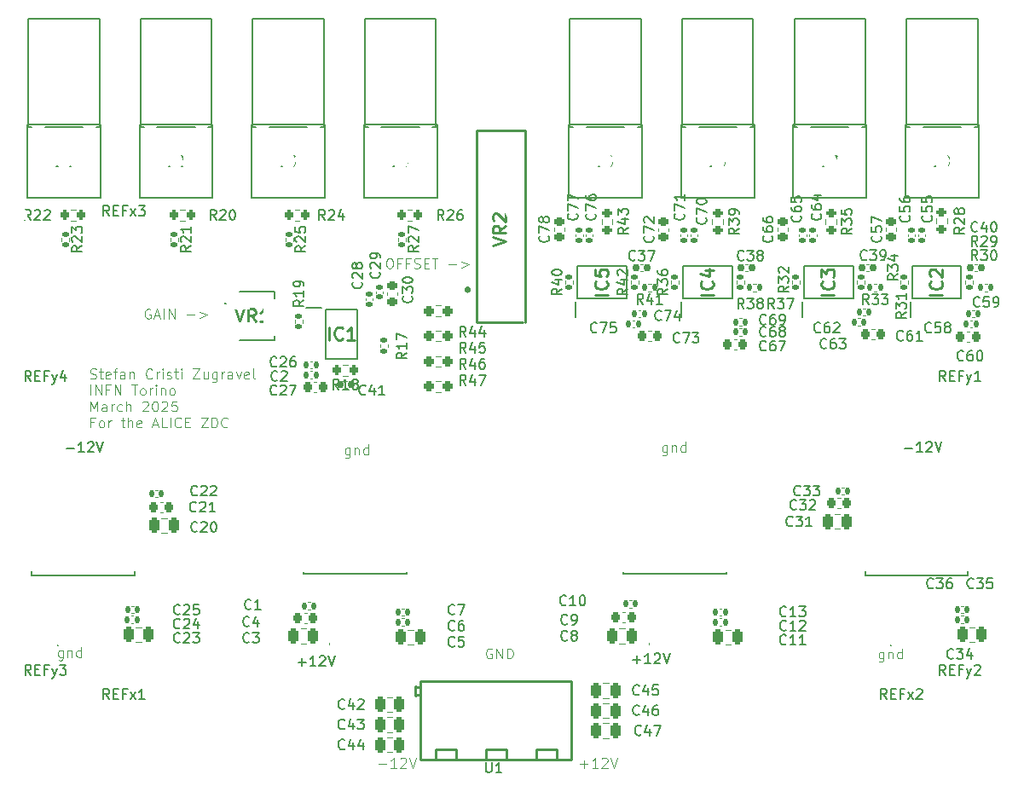
<source format=gbr>
%TF.GenerationSoftware,KiCad,Pcbnew,9.0.0*%
%TF.CreationDate,2025-03-13T08:47:34+01:00*%
%TF.ProjectId,zdc_fifo_test,7a64635f-6669-4666-9f5f-746573742e6b,rev?*%
%TF.SameCoordinates,Original*%
%TF.FileFunction,Legend,Top*%
%TF.FilePolarity,Positive*%
%FSLAX46Y46*%
G04 Gerber Fmt 4.6, Leading zero omitted, Abs format (unit mm)*
G04 Created by KiCad (PCBNEW 9.0.0) date 2025-03-13 08:47:34*
%MOMM*%
%LPD*%
G01*
G04 APERTURE LIST*
G04 Aperture macros list*
%AMRoundRect*
0 Rectangle with rounded corners*
0 $1 Rounding radius*
0 $2 $3 $4 $5 $6 $7 $8 $9 X,Y pos of 4 corners*
0 Add a 4 corners polygon primitive as box body*
4,1,4,$2,$3,$4,$5,$6,$7,$8,$9,$2,$3,0*
0 Add four circle primitives for the rounded corners*
1,1,$1+$1,$2,$3*
1,1,$1+$1,$4,$5*
1,1,$1+$1,$6,$7*
1,1,$1+$1,$8,$9*
0 Add four rect primitives between the rounded corners*
20,1,$1+$1,$2,$3,$4,$5,0*
20,1,$1+$1,$4,$5,$6,$7,0*
20,1,$1+$1,$6,$7,$8,$9,0*
20,1,$1+$1,$8,$9,$2,$3,0*%
G04 Aperture macros list end*
%ADD10C,0.100000*%
%ADD11C,0.150000*%
%ADD12C,0.254000*%
%ADD13C,0.120000*%
%ADD14C,0.200000*%
%ADD15C,0.152400*%
%ADD16C,1.240000*%
%ADD17RoundRect,0.155000X0.212500X0.155000X-0.212500X0.155000X-0.212500X-0.155000X0.212500X-0.155000X0*%
%ADD18R,0.650000X1.525000*%
%ADD19C,1.473200*%
%ADD20RoundRect,0.140000X0.170000X-0.140000X0.170000X0.140000X-0.170000X0.140000X-0.170000X-0.140000X0*%
%ADD21R,1.600000X1.300000*%
%ADD22R,1.600000X2.000000*%
%ADD23RoundRect,0.237500X-0.250000X-0.237500X0.250000X-0.237500X0.250000X0.237500X-0.250000X0.237500X0*%
%ADD24R,1.600000X3.500000*%
%ADD25R,12.200000X9.750000*%
%ADD26RoundRect,0.140000X0.140000X0.170000X-0.140000X0.170000X-0.140000X-0.170000X0.140000X-0.170000X0*%
%ADD27C,1.300000*%
%ADD28RoundRect,0.200000X-0.200000X-0.275000X0.200000X-0.275000X0.200000X0.275000X-0.200000X0.275000X0*%
%ADD29RoundRect,0.225000X-0.225000X-0.250000X0.225000X-0.250000X0.225000X0.250000X-0.225000X0.250000X0*%
%ADD30RoundRect,0.250000X-0.250000X-0.475000X0.250000X-0.475000X0.250000X0.475000X-0.250000X0.475000X0*%
%ADD31RoundRect,0.135000X-0.185000X0.135000X-0.185000X-0.135000X0.185000X-0.135000X0.185000X0.135000X0*%
%ADD32RoundRect,0.155000X-0.212500X-0.155000X0.212500X-0.155000X0.212500X0.155000X-0.212500X0.155000X0*%
%ADD33RoundRect,0.250000X0.250000X0.475000X-0.250000X0.475000X-0.250000X-0.475000X0.250000X-0.475000X0*%
%ADD34RoundRect,0.135000X0.185000X-0.135000X0.185000X0.135000X-0.185000X0.135000X-0.185000X-0.135000X0*%
%ADD35C,2.300000*%
%ADD36RoundRect,0.200000X0.275000X-0.200000X0.275000X0.200000X-0.275000X0.200000X-0.275000X-0.200000X0*%
%ADD37C,3.200000*%
%ADD38RoundRect,0.225000X0.250000X-0.225000X0.250000X0.225000X-0.250000X0.225000X-0.250000X-0.225000X0*%
%ADD39RoundRect,0.140000X-0.140000X-0.170000X0.140000X-0.170000X0.140000X0.170000X-0.140000X0.170000X0*%
%ADD40RoundRect,0.225000X0.225000X0.250000X-0.225000X0.250000X-0.225000X-0.250000X0.225000X-0.250000X0*%
%ADD41C,2.000000*%
%ADD42RoundRect,0.200000X0.200000X0.275000X-0.200000X0.275000X-0.200000X-0.275000X0.200000X-0.275000X0*%
%ADD43RoundRect,0.135000X0.135000X0.185000X-0.135000X0.185000X-0.135000X-0.185000X0.135000X-0.185000X0*%
%ADD44R,1.525000X0.650000*%
G04 APERTURE END LIST*
D10*
X191103884Y-170091466D02*
X191865789Y-170091466D01*
X192865788Y-170472419D02*
X192294360Y-170472419D01*
X192580074Y-170472419D02*
X192580074Y-169472419D01*
X192580074Y-169472419D02*
X192484836Y-169615276D01*
X192484836Y-169615276D02*
X192389598Y-169710514D01*
X192389598Y-169710514D02*
X192294360Y-169758133D01*
X193246741Y-169567657D02*
X193294360Y-169520038D01*
X193294360Y-169520038D02*
X193389598Y-169472419D01*
X193389598Y-169472419D02*
X193627693Y-169472419D01*
X193627693Y-169472419D02*
X193722931Y-169520038D01*
X193722931Y-169520038D02*
X193770550Y-169567657D01*
X193770550Y-169567657D02*
X193818169Y-169662895D01*
X193818169Y-169662895D02*
X193818169Y-169758133D01*
X193818169Y-169758133D02*
X193770550Y-169900990D01*
X193770550Y-169900990D02*
X193199122Y-170472419D01*
X193199122Y-170472419D02*
X193818169Y-170472419D01*
X194103884Y-169472419D02*
X194437217Y-170472419D01*
X194437217Y-170472419D02*
X194770550Y-169472419D01*
X192094360Y-119872419D02*
X192284836Y-119872419D01*
X192284836Y-119872419D02*
X192380074Y-119920038D01*
X192380074Y-119920038D02*
X192475312Y-120015276D01*
X192475312Y-120015276D02*
X192522931Y-120205752D01*
X192522931Y-120205752D02*
X192522931Y-120539085D01*
X192522931Y-120539085D02*
X192475312Y-120729561D01*
X192475312Y-120729561D02*
X192380074Y-120824800D01*
X192380074Y-120824800D02*
X192284836Y-120872419D01*
X192284836Y-120872419D02*
X192094360Y-120872419D01*
X192094360Y-120872419D02*
X191999122Y-120824800D01*
X191999122Y-120824800D02*
X191903884Y-120729561D01*
X191903884Y-120729561D02*
X191856265Y-120539085D01*
X191856265Y-120539085D02*
X191856265Y-120205752D01*
X191856265Y-120205752D02*
X191903884Y-120015276D01*
X191903884Y-120015276D02*
X191999122Y-119920038D01*
X191999122Y-119920038D02*
X192094360Y-119872419D01*
X193284836Y-120348609D02*
X192951503Y-120348609D01*
X192951503Y-120872419D02*
X192951503Y-119872419D01*
X192951503Y-119872419D02*
X193427693Y-119872419D01*
X194141979Y-120348609D02*
X193808646Y-120348609D01*
X193808646Y-120872419D02*
X193808646Y-119872419D01*
X193808646Y-119872419D02*
X194284836Y-119872419D01*
X194618170Y-120824800D02*
X194761027Y-120872419D01*
X194761027Y-120872419D02*
X194999122Y-120872419D01*
X194999122Y-120872419D02*
X195094360Y-120824800D01*
X195094360Y-120824800D02*
X195141979Y-120777180D01*
X195141979Y-120777180D02*
X195189598Y-120681942D01*
X195189598Y-120681942D02*
X195189598Y-120586704D01*
X195189598Y-120586704D02*
X195141979Y-120491466D01*
X195141979Y-120491466D02*
X195094360Y-120443847D01*
X195094360Y-120443847D02*
X194999122Y-120396228D01*
X194999122Y-120396228D02*
X194808646Y-120348609D01*
X194808646Y-120348609D02*
X194713408Y-120300990D01*
X194713408Y-120300990D02*
X194665789Y-120253371D01*
X194665789Y-120253371D02*
X194618170Y-120158133D01*
X194618170Y-120158133D02*
X194618170Y-120062895D01*
X194618170Y-120062895D02*
X194665789Y-119967657D01*
X194665789Y-119967657D02*
X194713408Y-119920038D01*
X194713408Y-119920038D02*
X194808646Y-119872419D01*
X194808646Y-119872419D02*
X195046741Y-119872419D01*
X195046741Y-119872419D02*
X195189598Y-119920038D01*
X195618170Y-120348609D02*
X195951503Y-120348609D01*
X196094360Y-120872419D02*
X195618170Y-120872419D01*
X195618170Y-120872419D02*
X195618170Y-119872419D01*
X195618170Y-119872419D02*
X196094360Y-119872419D01*
X196380075Y-119872419D02*
X196951503Y-119872419D01*
X196665789Y-120872419D02*
X196665789Y-119872419D01*
X198046742Y-120491466D02*
X198808647Y-120491466D01*
X199284837Y-120205752D02*
X200046742Y-120491466D01*
X200046742Y-120491466D02*
X199284837Y-120777180D01*
X168427693Y-124920038D02*
X168332455Y-124872419D01*
X168332455Y-124872419D02*
X168189598Y-124872419D01*
X168189598Y-124872419D02*
X168046741Y-124920038D01*
X168046741Y-124920038D02*
X167951503Y-125015276D01*
X167951503Y-125015276D02*
X167903884Y-125110514D01*
X167903884Y-125110514D02*
X167856265Y-125300990D01*
X167856265Y-125300990D02*
X167856265Y-125443847D01*
X167856265Y-125443847D02*
X167903884Y-125634323D01*
X167903884Y-125634323D02*
X167951503Y-125729561D01*
X167951503Y-125729561D02*
X168046741Y-125824800D01*
X168046741Y-125824800D02*
X168189598Y-125872419D01*
X168189598Y-125872419D02*
X168284836Y-125872419D01*
X168284836Y-125872419D02*
X168427693Y-125824800D01*
X168427693Y-125824800D02*
X168475312Y-125777180D01*
X168475312Y-125777180D02*
X168475312Y-125443847D01*
X168475312Y-125443847D02*
X168284836Y-125443847D01*
X168856265Y-125586704D02*
X169332455Y-125586704D01*
X168761027Y-125872419D02*
X169094360Y-124872419D01*
X169094360Y-124872419D02*
X169427693Y-125872419D01*
X169761027Y-125872419D02*
X169761027Y-124872419D01*
X170237217Y-125872419D02*
X170237217Y-124872419D01*
X170237217Y-124872419D02*
X170808645Y-125872419D01*
X170808645Y-125872419D02*
X170808645Y-124872419D01*
X172046741Y-125491466D02*
X172808646Y-125491466D01*
X173284836Y-125205752D02*
X174046741Y-125491466D01*
X174046741Y-125491466D02*
X173284836Y-125777180D01*
D11*
X216336779Y-159738866D02*
X217098684Y-159738866D01*
X216717731Y-160119819D02*
X216717731Y-159357914D01*
X218098683Y-160119819D02*
X217527255Y-160119819D01*
X217812969Y-160119819D02*
X217812969Y-159119819D01*
X217812969Y-159119819D02*
X217717731Y-159262676D01*
X217717731Y-159262676D02*
X217622493Y-159357914D01*
X217622493Y-159357914D02*
X217527255Y-159405533D01*
X218479636Y-159215057D02*
X218527255Y-159167438D01*
X218527255Y-159167438D02*
X218622493Y-159119819D01*
X218622493Y-159119819D02*
X218860588Y-159119819D01*
X218860588Y-159119819D02*
X218955826Y-159167438D01*
X218955826Y-159167438D02*
X219003445Y-159215057D01*
X219003445Y-159215057D02*
X219051064Y-159310295D01*
X219051064Y-159310295D02*
X219051064Y-159405533D01*
X219051064Y-159405533D02*
X219003445Y-159548390D01*
X219003445Y-159548390D02*
X218432017Y-160119819D01*
X218432017Y-160119819D02*
X219051064Y-160119819D01*
X219336779Y-159119819D02*
X219670112Y-160119819D01*
X219670112Y-160119819D02*
X220003445Y-159119819D01*
D10*
X162456265Y-131794968D02*
X162599122Y-131842587D01*
X162599122Y-131842587D02*
X162837217Y-131842587D01*
X162837217Y-131842587D02*
X162932455Y-131794968D01*
X162932455Y-131794968D02*
X162980074Y-131747348D01*
X162980074Y-131747348D02*
X163027693Y-131652110D01*
X163027693Y-131652110D02*
X163027693Y-131556872D01*
X163027693Y-131556872D02*
X162980074Y-131461634D01*
X162980074Y-131461634D02*
X162932455Y-131414015D01*
X162932455Y-131414015D02*
X162837217Y-131366396D01*
X162837217Y-131366396D02*
X162646741Y-131318777D01*
X162646741Y-131318777D02*
X162551503Y-131271158D01*
X162551503Y-131271158D02*
X162503884Y-131223539D01*
X162503884Y-131223539D02*
X162456265Y-131128301D01*
X162456265Y-131128301D02*
X162456265Y-131033063D01*
X162456265Y-131033063D02*
X162503884Y-130937825D01*
X162503884Y-130937825D02*
X162551503Y-130890206D01*
X162551503Y-130890206D02*
X162646741Y-130842587D01*
X162646741Y-130842587D02*
X162884836Y-130842587D01*
X162884836Y-130842587D02*
X163027693Y-130890206D01*
X163313408Y-131175920D02*
X163694360Y-131175920D01*
X163456265Y-130842587D02*
X163456265Y-131699729D01*
X163456265Y-131699729D02*
X163503884Y-131794968D01*
X163503884Y-131794968D02*
X163599122Y-131842587D01*
X163599122Y-131842587D02*
X163694360Y-131842587D01*
X164408646Y-131794968D02*
X164313408Y-131842587D01*
X164313408Y-131842587D02*
X164122932Y-131842587D01*
X164122932Y-131842587D02*
X164027694Y-131794968D01*
X164027694Y-131794968D02*
X163980075Y-131699729D01*
X163980075Y-131699729D02*
X163980075Y-131318777D01*
X163980075Y-131318777D02*
X164027694Y-131223539D01*
X164027694Y-131223539D02*
X164122932Y-131175920D01*
X164122932Y-131175920D02*
X164313408Y-131175920D01*
X164313408Y-131175920D02*
X164408646Y-131223539D01*
X164408646Y-131223539D02*
X164456265Y-131318777D01*
X164456265Y-131318777D02*
X164456265Y-131414015D01*
X164456265Y-131414015D02*
X163980075Y-131509253D01*
X164741980Y-131175920D02*
X165122932Y-131175920D01*
X164884837Y-131842587D02*
X164884837Y-130985444D01*
X164884837Y-130985444D02*
X164932456Y-130890206D01*
X164932456Y-130890206D02*
X165027694Y-130842587D01*
X165027694Y-130842587D02*
X165122932Y-130842587D01*
X165884837Y-131842587D02*
X165884837Y-131318777D01*
X165884837Y-131318777D02*
X165837218Y-131223539D01*
X165837218Y-131223539D02*
X165741980Y-131175920D01*
X165741980Y-131175920D02*
X165551504Y-131175920D01*
X165551504Y-131175920D02*
X165456266Y-131223539D01*
X165884837Y-131794968D02*
X165789599Y-131842587D01*
X165789599Y-131842587D02*
X165551504Y-131842587D01*
X165551504Y-131842587D02*
X165456266Y-131794968D01*
X165456266Y-131794968D02*
X165408647Y-131699729D01*
X165408647Y-131699729D02*
X165408647Y-131604491D01*
X165408647Y-131604491D02*
X165456266Y-131509253D01*
X165456266Y-131509253D02*
X165551504Y-131461634D01*
X165551504Y-131461634D02*
X165789599Y-131461634D01*
X165789599Y-131461634D02*
X165884837Y-131414015D01*
X166361028Y-131175920D02*
X166361028Y-131842587D01*
X166361028Y-131271158D02*
X166408647Y-131223539D01*
X166408647Y-131223539D02*
X166503885Y-131175920D01*
X166503885Y-131175920D02*
X166646742Y-131175920D01*
X166646742Y-131175920D02*
X166741980Y-131223539D01*
X166741980Y-131223539D02*
X166789599Y-131318777D01*
X166789599Y-131318777D02*
X166789599Y-131842587D01*
X168599123Y-131747348D02*
X168551504Y-131794968D01*
X168551504Y-131794968D02*
X168408647Y-131842587D01*
X168408647Y-131842587D02*
X168313409Y-131842587D01*
X168313409Y-131842587D02*
X168170552Y-131794968D01*
X168170552Y-131794968D02*
X168075314Y-131699729D01*
X168075314Y-131699729D02*
X168027695Y-131604491D01*
X168027695Y-131604491D02*
X167980076Y-131414015D01*
X167980076Y-131414015D02*
X167980076Y-131271158D01*
X167980076Y-131271158D02*
X168027695Y-131080682D01*
X168027695Y-131080682D02*
X168075314Y-130985444D01*
X168075314Y-130985444D02*
X168170552Y-130890206D01*
X168170552Y-130890206D02*
X168313409Y-130842587D01*
X168313409Y-130842587D02*
X168408647Y-130842587D01*
X168408647Y-130842587D02*
X168551504Y-130890206D01*
X168551504Y-130890206D02*
X168599123Y-130937825D01*
X169027695Y-131842587D02*
X169027695Y-131175920D01*
X169027695Y-131366396D02*
X169075314Y-131271158D01*
X169075314Y-131271158D02*
X169122933Y-131223539D01*
X169122933Y-131223539D02*
X169218171Y-131175920D01*
X169218171Y-131175920D02*
X169313409Y-131175920D01*
X169646743Y-131842587D02*
X169646743Y-131175920D01*
X169646743Y-130842587D02*
X169599124Y-130890206D01*
X169599124Y-130890206D02*
X169646743Y-130937825D01*
X169646743Y-130937825D02*
X169694362Y-130890206D01*
X169694362Y-130890206D02*
X169646743Y-130842587D01*
X169646743Y-130842587D02*
X169646743Y-130937825D01*
X170075314Y-131794968D02*
X170170552Y-131842587D01*
X170170552Y-131842587D02*
X170361028Y-131842587D01*
X170361028Y-131842587D02*
X170456266Y-131794968D01*
X170456266Y-131794968D02*
X170503885Y-131699729D01*
X170503885Y-131699729D02*
X170503885Y-131652110D01*
X170503885Y-131652110D02*
X170456266Y-131556872D01*
X170456266Y-131556872D02*
X170361028Y-131509253D01*
X170361028Y-131509253D02*
X170218171Y-131509253D01*
X170218171Y-131509253D02*
X170122933Y-131461634D01*
X170122933Y-131461634D02*
X170075314Y-131366396D01*
X170075314Y-131366396D02*
X170075314Y-131318777D01*
X170075314Y-131318777D02*
X170122933Y-131223539D01*
X170122933Y-131223539D02*
X170218171Y-131175920D01*
X170218171Y-131175920D02*
X170361028Y-131175920D01*
X170361028Y-131175920D02*
X170456266Y-131223539D01*
X170789600Y-131175920D02*
X171170552Y-131175920D01*
X170932457Y-130842587D02*
X170932457Y-131699729D01*
X170932457Y-131699729D02*
X170980076Y-131794968D01*
X170980076Y-131794968D02*
X171075314Y-131842587D01*
X171075314Y-131842587D02*
X171170552Y-131842587D01*
X171503886Y-131842587D02*
X171503886Y-131175920D01*
X171503886Y-130842587D02*
X171456267Y-130890206D01*
X171456267Y-130890206D02*
X171503886Y-130937825D01*
X171503886Y-130937825D02*
X171551505Y-130890206D01*
X171551505Y-130890206D02*
X171503886Y-130842587D01*
X171503886Y-130842587D02*
X171503886Y-130937825D01*
X172646743Y-130842587D02*
X173313409Y-130842587D01*
X173313409Y-130842587D02*
X172646743Y-131842587D01*
X172646743Y-131842587D02*
X173313409Y-131842587D01*
X174122933Y-131175920D02*
X174122933Y-131842587D01*
X173694362Y-131175920D02*
X173694362Y-131699729D01*
X173694362Y-131699729D02*
X173741981Y-131794968D01*
X173741981Y-131794968D02*
X173837219Y-131842587D01*
X173837219Y-131842587D02*
X173980076Y-131842587D01*
X173980076Y-131842587D02*
X174075314Y-131794968D01*
X174075314Y-131794968D02*
X174122933Y-131747348D01*
X175027695Y-131175920D02*
X175027695Y-131985444D01*
X175027695Y-131985444D02*
X174980076Y-132080682D01*
X174980076Y-132080682D02*
X174932457Y-132128301D01*
X174932457Y-132128301D02*
X174837219Y-132175920D01*
X174837219Y-132175920D02*
X174694362Y-132175920D01*
X174694362Y-132175920D02*
X174599124Y-132128301D01*
X175027695Y-131794968D02*
X174932457Y-131842587D01*
X174932457Y-131842587D02*
X174741981Y-131842587D01*
X174741981Y-131842587D02*
X174646743Y-131794968D01*
X174646743Y-131794968D02*
X174599124Y-131747348D01*
X174599124Y-131747348D02*
X174551505Y-131652110D01*
X174551505Y-131652110D02*
X174551505Y-131366396D01*
X174551505Y-131366396D02*
X174599124Y-131271158D01*
X174599124Y-131271158D02*
X174646743Y-131223539D01*
X174646743Y-131223539D02*
X174741981Y-131175920D01*
X174741981Y-131175920D02*
X174932457Y-131175920D01*
X174932457Y-131175920D02*
X175027695Y-131223539D01*
X175503886Y-131842587D02*
X175503886Y-131175920D01*
X175503886Y-131366396D02*
X175551505Y-131271158D01*
X175551505Y-131271158D02*
X175599124Y-131223539D01*
X175599124Y-131223539D02*
X175694362Y-131175920D01*
X175694362Y-131175920D02*
X175789600Y-131175920D01*
X176551505Y-131842587D02*
X176551505Y-131318777D01*
X176551505Y-131318777D02*
X176503886Y-131223539D01*
X176503886Y-131223539D02*
X176408648Y-131175920D01*
X176408648Y-131175920D02*
X176218172Y-131175920D01*
X176218172Y-131175920D02*
X176122934Y-131223539D01*
X176551505Y-131794968D02*
X176456267Y-131842587D01*
X176456267Y-131842587D02*
X176218172Y-131842587D01*
X176218172Y-131842587D02*
X176122934Y-131794968D01*
X176122934Y-131794968D02*
X176075315Y-131699729D01*
X176075315Y-131699729D02*
X176075315Y-131604491D01*
X176075315Y-131604491D02*
X176122934Y-131509253D01*
X176122934Y-131509253D02*
X176218172Y-131461634D01*
X176218172Y-131461634D02*
X176456267Y-131461634D01*
X176456267Y-131461634D02*
X176551505Y-131414015D01*
X176932458Y-131175920D02*
X177170553Y-131842587D01*
X177170553Y-131842587D02*
X177408648Y-131175920D01*
X178170553Y-131794968D02*
X178075315Y-131842587D01*
X178075315Y-131842587D02*
X177884839Y-131842587D01*
X177884839Y-131842587D02*
X177789601Y-131794968D01*
X177789601Y-131794968D02*
X177741982Y-131699729D01*
X177741982Y-131699729D02*
X177741982Y-131318777D01*
X177741982Y-131318777D02*
X177789601Y-131223539D01*
X177789601Y-131223539D02*
X177884839Y-131175920D01*
X177884839Y-131175920D02*
X178075315Y-131175920D01*
X178075315Y-131175920D02*
X178170553Y-131223539D01*
X178170553Y-131223539D02*
X178218172Y-131318777D01*
X178218172Y-131318777D02*
X178218172Y-131414015D01*
X178218172Y-131414015D02*
X177741982Y-131509253D01*
X178789601Y-131842587D02*
X178694363Y-131794968D01*
X178694363Y-131794968D02*
X178646744Y-131699729D01*
X178646744Y-131699729D02*
X178646744Y-130842587D01*
X162503884Y-133452531D02*
X162503884Y-132452531D01*
X162980074Y-133452531D02*
X162980074Y-132452531D01*
X162980074Y-132452531D02*
X163551502Y-133452531D01*
X163551502Y-133452531D02*
X163551502Y-132452531D01*
X164361026Y-132928721D02*
X164027693Y-132928721D01*
X164027693Y-133452531D02*
X164027693Y-132452531D01*
X164027693Y-132452531D02*
X164503883Y-132452531D01*
X164884836Y-133452531D02*
X164884836Y-132452531D01*
X164884836Y-132452531D02*
X165456264Y-133452531D01*
X165456264Y-133452531D02*
X165456264Y-132452531D01*
X166551503Y-132452531D02*
X167122931Y-132452531D01*
X166837217Y-133452531D02*
X166837217Y-132452531D01*
X167599122Y-133452531D02*
X167503884Y-133404912D01*
X167503884Y-133404912D02*
X167456265Y-133357292D01*
X167456265Y-133357292D02*
X167408646Y-133262054D01*
X167408646Y-133262054D02*
X167408646Y-132976340D01*
X167408646Y-132976340D02*
X167456265Y-132881102D01*
X167456265Y-132881102D02*
X167503884Y-132833483D01*
X167503884Y-132833483D02*
X167599122Y-132785864D01*
X167599122Y-132785864D02*
X167741979Y-132785864D01*
X167741979Y-132785864D02*
X167837217Y-132833483D01*
X167837217Y-132833483D02*
X167884836Y-132881102D01*
X167884836Y-132881102D02*
X167932455Y-132976340D01*
X167932455Y-132976340D02*
X167932455Y-133262054D01*
X167932455Y-133262054D02*
X167884836Y-133357292D01*
X167884836Y-133357292D02*
X167837217Y-133404912D01*
X167837217Y-133404912D02*
X167741979Y-133452531D01*
X167741979Y-133452531D02*
X167599122Y-133452531D01*
X168361027Y-133452531D02*
X168361027Y-132785864D01*
X168361027Y-132976340D02*
X168408646Y-132881102D01*
X168408646Y-132881102D02*
X168456265Y-132833483D01*
X168456265Y-132833483D02*
X168551503Y-132785864D01*
X168551503Y-132785864D02*
X168646741Y-132785864D01*
X168980075Y-133452531D02*
X168980075Y-132785864D01*
X168980075Y-132452531D02*
X168932456Y-132500150D01*
X168932456Y-132500150D02*
X168980075Y-132547769D01*
X168980075Y-132547769D02*
X169027694Y-132500150D01*
X169027694Y-132500150D02*
X168980075Y-132452531D01*
X168980075Y-132452531D02*
X168980075Y-132547769D01*
X169456265Y-132785864D02*
X169456265Y-133452531D01*
X169456265Y-132881102D02*
X169503884Y-132833483D01*
X169503884Y-132833483D02*
X169599122Y-132785864D01*
X169599122Y-132785864D02*
X169741979Y-132785864D01*
X169741979Y-132785864D02*
X169837217Y-132833483D01*
X169837217Y-132833483D02*
X169884836Y-132928721D01*
X169884836Y-132928721D02*
X169884836Y-133452531D01*
X170503884Y-133452531D02*
X170408646Y-133404912D01*
X170408646Y-133404912D02*
X170361027Y-133357292D01*
X170361027Y-133357292D02*
X170313408Y-133262054D01*
X170313408Y-133262054D02*
X170313408Y-132976340D01*
X170313408Y-132976340D02*
X170361027Y-132881102D01*
X170361027Y-132881102D02*
X170408646Y-132833483D01*
X170408646Y-132833483D02*
X170503884Y-132785864D01*
X170503884Y-132785864D02*
X170646741Y-132785864D01*
X170646741Y-132785864D02*
X170741979Y-132833483D01*
X170741979Y-132833483D02*
X170789598Y-132881102D01*
X170789598Y-132881102D02*
X170837217Y-132976340D01*
X170837217Y-132976340D02*
X170837217Y-133262054D01*
X170837217Y-133262054D02*
X170789598Y-133357292D01*
X170789598Y-133357292D02*
X170741979Y-133404912D01*
X170741979Y-133404912D02*
X170646741Y-133452531D01*
X170646741Y-133452531D02*
X170503884Y-133452531D01*
X162503884Y-135062475D02*
X162503884Y-134062475D01*
X162503884Y-134062475D02*
X162837217Y-134776760D01*
X162837217Y-134776760D02*
X163170550Y-134062475D01*
X163170550Y-134062475D02*
X163170550Y-135062475D01*
X164075312Y-135062475D02*
X164075312Y-134538665D01*
X164075312Y-134538665D02*
X164027693Y-134443427D01*
X164027693Y-134443427D02*
X163932455Y-134395808D01*
X163932455Y-134395808D02*
X163741979Y-134395808D01*
X163741979Y-134395808D02*
X163646741Y-134443427D01*
X164075312Y-135014856D02*
X163980074Y-135062475D01*
X163980074Y-135062475D02*
X163741979Y-135062475D01*
X163741979Y-135062475D02*
X163646741Y-135014856D01*
X163646741Y-135014856D02*
X163599122Y-134919617D01*
X163599122Y-134919617D02*
X163599122Y-134824379D01*
X163599122Y-134824379D02*
X163646741Y-134729141D01*
X163646741Y-134729141D02*
X163741979Y-134681522D01*
X163741979Y-134681522D02*
X163980074Y-134681522D01*
X163980074Y-134681522D02*
X164075312Y-134633903D01*
X164551503Y-135062475D02*
X164551503Y-134395808D01*
X164551503Y-134586284D02*
X164599122Y-134491046D01*
X164599122Y-134491046D02*
X164646741Y-134443427D01*
X164646741Y-134443427D02*
X164741979Y-134395808D01*
X164741979Y-134395808D02*
X164837217Y-134395808D01*
X165599122Y-135014856D02*
X165503884Y-135062475D01*
X165503884Y-135062475D02*
X165313408Y-135062475D01*
X165313408Y-135062475D02*
X165218170Y-135014856D01*
X165218170Y-135014856D02*
X165170551Y-134967236D01*
X165170551Y-134967236D02*
X165122932Y-134871998D01*
X165122932Y-134871998D02*
X165122932Y-134586284D01*
X165122932Y-134586284D02*
X165170551Y-134491046D01*
X165170551Y-134491046D02*
X165218170Y-134443427D01*
X165218170Y-134443427D02*
X165313408Y-134395808D01*
X165313408Y-134395808D02*
X165503884Y-134395808D01*
X165503884Y-134395808D02*
X165599122Y-134443427D01*
X166027694Y-135062475D02*
X166027694Y-134062475D01*
X166456265Y-135062475D02*
X166456265Y-134538665D01*
X166456265Y-134538665D02*
X166408646Y-134443427D01*
X166408646Y-134443427D02*
X166313408Y-134395808D01*
X166313408Y-134395808D02*
X166170551Y-134395808D01*
X166170551Y-134395808D02*
X166075313Y-134443427D01*
X166075313Y-134443427D02*
X166027694Y-134491046D01*
X167646742Y-134157713D02*
X167694361Y-134110094D01*
X167694361Y-134110094D02*
X167789599Y-134062475D01*
X167789599Y-134062475D02*
X168027694Y-134062475D01*
X168027694Y-134062475D02*
X168122932Y-134110094D01*
X168122932Y-134110094D02*
X168170551Y-134157713D01*
X168170551Y-134157713D02*
X168218170Y-134252951D01*
X168218170Y-134252951D02*
X168218170Y-134348189D01*
X168218170Y-134348189D02*
X168170551Y-134491046D01*
X168170551Y-134491046D02*
X167599123Y-135062475D01*
X167599123Y-135062475D02*
X168218170Y-135062475D01*
X168837218Y-134062475D02*
X168932456Y-134062475D01*
X168932456Y-134062475D02*
X169027694Y-134110094D01*
X169027694Y-134110094D02*
X169075313Y-134157713D01*
X169075313Y-134157713D02*
X169122932Y-134252951D01*
X169122932Y-134252951D02*
X169170551Y-134443427D01*
X169170551Y-134443427D02*
X169170551Y-134681522D01*
X169170551Y-134681522D02*
X169122932Y-134871998D01*
X169122932Y-134871998D02*
X169075313Y-134967236D01*
X169075313Y-134967236D02*
X169027694Y-135014856D01*
X169027694Y-135014856D02*
X168932456Y-135062475D01*
X168932456Y-135062475D02*
X168837218Y-135062475D01*
X168837218Y-135062475D02*
X168741980Y-135014856D01*
X168741980Y-135014856D02*
X168694361Y-134967236D01*
X168694361Y-134967236D02*
X168646742Y-134871998D01*
X168646742Y-134871998D02*
X168599123Y-134681522D01*
X168599123Y-134681522D02*
X168599123Y-134443427D01*
X168599123Y-134443427D02*
X168646742Y-134252951D01*
X168646742Y-134252951D02*
X168694361Y-134157713D01*
X168694361Y-134157713D02*
X168741980Y-134110094D01*
X168741980Y-134110094D02*
X168837218Y-134062475D01*
X169551504Y-134157713D02*
X169599123Y-134110094D01*
X169599123Y-134110094D02*
X169694361Y-134062475D01*
X169694361Y-134062475D02*
X169932456Y-134062475D01*
X169932456Y-134062475D02*
X170027694Y-134110094D01*
X170027694Y-134110094D02*
X170075313Y-134157713D01*
X170075313Y-134157713D02*
X170122932Y-134252951D01*
X170122932Y-134252951D02*
X170122932Y-134348189D01*
X170122932Y-134348189D02*
X170075313Y-134491046D01*
X170075313Y-134491046D02*
X169503885Y-135062475D01*
X169503885Y-135062475D02*
X170122932Y-135062475D01*
X171027694Y-134062475D02*
X170551504Y-134062475D01*
X170551504Y-134062475D02*
X170503885Y-134538665D01*
X170503885Y-134538665D02*
X170551504Y-134491046D01*
X170551504Y-134491046D02*
X170646742Y-134443427D01*
X170646742Y-134443427D02*
X170884837Y-134443427D01*
X170884837Y-134443427D02*
X170980075Y-134491046D01*
X170980075Y-134491046D02*
X171027694Y-134538665D01*
X171027694Y-134538665D02*
X171075313Y-134633903D01*
X171075313Y-134633903D02*
X171075313Y-134871998D01*
X171075313Y-134871998D02*
X171027694Y-134967236D01*
X171027694Y-134967236D02*
X170980075Y-135014856D01*
X170980075Y-135014856D02*
X170884837Y-135062475D01*
X170884837Y-135062475D02*
X170646742Y-135062475D01*
X170646742Y-135062475D02*
X170551504Y-135014856D01*
X170551504Y-135014856D02*
X170503885Y-134967236D01*
X162837217Y-136148609D02*
X162503884Y-136148609D01*
X162503884Y-136672419D02*
X162503884Y-135672419D01*
X162503884Y-135672419D02*
X162980074Y-135672419D01*
X163503884Y-136672419D02*
X163408646Y-136624800D01*
X163408646Y-136624800D02*
X163361027Y-136577180D01*
X163361027Y-136577180D02*
X163313408Y-136481942D01*
X163313408Y-136481942D02*
X163313408Y-136196228D01*
X163313408Y-136196228D02*
X163361027Y-136100990D01*
X163361027Y-136100990D02*
X163408646Y-136053371D01*
X163408646Y-136053371D02*
X163503884Y-136005752D01*
X163503884Y-136005752D02*
X163646741Y-136005752D01*
X163646741Y-136005752D02*
X163741979Y-136053371D01*
X163741979Y-136053371D02*
X163789598Y-136100990D01*
X163789598Y-136100990D02*
X163837217Y-136196228D01*
X163837217Y-136196228D02*
X163837217Y-136481942D01*
X163837217Y-136481942D02*
X163789598Y-136577180D01*
X163789598Y-136577180D02*
X163741979Y-136624800D01*
X163741979Y-136624800D02*
X163646741Y-136672419D01*
X163646741Y-136672419D02*
X163503884Y-136672419D01*
X164265789Y-136672419D02*
X164265789Y-136005752D01*
X164265789Y-136196228D02*
X164313408Y-136100990D01*
X164313408Y-136100990D02*
X164361027Y-136053371D01*
X164361027Y-136053371D02*
X164456265Y-136005752D01*
X164456265Y-136005752D02*
X164551503Y-136005752D01*
X165503885Y-136005752D02*
X165884837Y-136005752D01*
X165646742Y-135672419D02*
X165646742Y-136529561D01*
X165646742Y-136529561D02*
X165694361Y-136624800D01*
X165694361Y-136624800D02*
X165789599Y-136672419D01*
X165789599Y-136672419D02*
X165884837Y-136672419D01*
X166218171Y-136672419D02*
X166218171Y-135672419D01*
X166646742Y-136672419D02*
X166646742Y-136148609D01*
X166646742Y-136148609D02*
X166599123Y-136053371D01*
X166599123Y-136053371D02*
X166503885Y-136005752D01*
X166503885Y-136005752D02*
X166361028Y-136005752D01*
X166361028Y-136005752D02*
X166265790Y-136053371D01*
X166265790Y-136053371D02*
X166218171Y-136100990D01*
X167503885Y-136624800D02*
X167408647Y-136672419D01*
X167408647Y-136672419D02*
X167218171Y-136672419D01*
X167218171Y-136672419D02*
X167122933Y-136624800D01*
X167122933Y-136624800D02*
X167075314Y-136529561D01*
X167075314Y-136529561D02*
X167075314Y-136148609D01*
X167075314Y-136148609D02*
X167122933Y-136053371D01*
X167122933Y-136053371D02*
X167218171Y-136005752D01*
X167218171Y-136005752D02*
X167408647Y-136005752D01*
X167408647Y-136005752D02*
X167503885Y-136053371D01*
X167503885Y-136053371D02*
X167551504Y-136148609D01*
X167551504Y-136148609D02*
X167551504Y-136243847D01*
X167551504Y-136243847D02*
X167075314Y-136339085D01*
X168694362Y-136386704D02*
X169170552Y-136386704D01*
X168599124Y-136672419D02*
X168932457Y-135672419D01*
X168932457Y-135672419D02*
X169265790Y-136672419D01*
X170075314Y-136672419D02*
X169599124Y-136672419D01*
X169599124Y-136672419D02*
X169599124Y-135672419D01*
X170408648Y-136672419D02*
X170408648Y-135672419D01*
X171456266Y-136577180D02*
X171408647Y-136624800D01*
X171408647Y-136624800D02*
X171265790Y-136672419D01*
X171265790Y-136672419D02*
X171170552Y-136672419D01*
X171170552Y-136672419D02*
X171027695Y-136624800D01*
X171027695Y-136624800D02*
X170932457Y-136529561D01*
X170932457Y-136529561D02*
X170884838Y-136434323D01*
X170884838Y-136434323D02*
X170837219Y-136243847D01*
X170837219Y-136243847D02*
X170837219Y-136100990D01*
X170837219Y-136100990D02*
X170884838Y-135910514D01*
X170884838Y-135910514D02*
X170932457Y-135815276D01*
X170932457Y-135815276D02*
X171027695Y-135720038D01*
X171027695Y-135720038D02*
X171170552Y-135672419D01*
X171170552Y-135672419D02*
X171265790Y-135672419D01*
X171265790Y-135672419D02*
X171408647Y-135720038D01*
X171408647Y-135720038D02*
X171456266Y-135767657D01*
X171884838Y-136148609D02*
X172218171Y-136148609D01*
X172361028Y-136672419D02*
X171884838Y-136672419D01*
X171884838Y-136672419D02*
X171884838Y-135672419D01*
X171884838Y-135672419D02*
X172361028Y-135672419D01*
X173456267Y-135672419D02*
X174122933Y-135672419D01*
X174122933Y-135672419D02*
X173456267Y-136672419D01*
X173456267Y-136672419D02*
X174122933Y-136672419D01*
X174503886Y-136672419D02*
X174503886Y-135672419D01*
X174503886Y-135672419D02*
X174741981Y-135672419D01*
X174741981Y-135672419D02*
X174884838Y-135720038D01*
X174884838Y-135720038D02*
X174980076Y-135815276D01*
X174980076Y-135815276D02*
X175027695Y-135910514D01*
X175027695Y-135910514D02*
X175075314Y-136100990D01*
X175075314Y-136100990D02*
X175075314Y-136243847D01*
X175075314Y-136243847D02*
X175027695Y-136434323D01*
X175027695Y-136434323D02*
X174980076Y-136529561D01*
X174980076Y-136529561D02*
X174884838Y-136624800D01*
X174884838Y-136624800D02*
X174741981Y-136672419D01*
X174741981Y-136672419D02*
X174503886Y-136672419D01*
X176075314Y-136577180D02*
X176027695Y-136624800D01*
X176027695Y-136624800D02*
X175884838Y-136672419D01*
X175884838Y-136672419D02*
X175789600Y-136672419D01*
X175789600Y-136672419D02*
X175646743Y-136624800D01*
X175646743Y-136624800D02*
X175551505Y-136529561D01*
X175551505Y-136529561D02*
X175503886Y-136434323D01*
X175503886Y-136434323D02*
X175456267Y-136243847D01*
X175456267Y-136243847D02*
X175456267Y-136100990D01*
X175456267Y-136100990D02*
X175503886Y-135910514D01*
X175503886Y-135910514D02*
X175551505Y-135815276D01*
X175551505Y-135815276D02*
X175646743Y-135720038D01*
X175646743Y-135720038D02*
X175789600Y-135672419D01*
X175789600Y-135672419D02*
X175884838Y-135672419D01*
X175884838Y-135672419D02*
X176027695Y-135720038D01*
X176027695Y-135720038D02*
X176075314Y-135767657D01*
X219732455Y-138455752D02*
X219732455Y-139265276D01*
X219732455Y-139265276D02*
X219684836Y-139360514D01*
X219684836Y-139360514D02*
X219637217Y-139408133D01*
X219637217Y-139408133D02*
X219541979Y-139455752D01*
X219541979Y-139455752D02*
X219399122Y-139455752D01*
X219399122Y-139455752D02*
X219303884Y-139408133D01*
X219732455Y-139074800D02*
X219637217Y-139122419D01*
X219637217Y-139122419D02*
X219446741Y-139122419D01*
X219446741Y-139122419D02*
X219351503Y-139074800D01*
X219351503Y-139074800D02*
X219303884Y-139027180D01*
X219303884Y-139027180D02*
X219256265Y-138931942D01*
X219256265Y-138931942D02*
X219256265Y-138646228D01*
X219256265Y-138646228D02*
X219303884Y-138550990D01*
X219303884Y-138550990D02*
X219351503Y-138503371D01*
X219351503Y-138503371D02*
X219446741Y-138455752D01*
X219446741Y-138455752D02*
X219637217Y-138455752D01*
X219637217Y-138455752D02*
X219732455Y-138503371D01*
X220208646Y-138455752D02*
X220208646Y-139122419D01*
X220208646Y-138550990D02*
X220256265Y-138503371D01*
X220256265Y-138503371D02*
X220351503Y-138455752D01*
X220351503Y-138455752D02*
X220494360Y-138455752D01*
X220494360Y-138455752D02*
X220589598Y-138503371D01*
X220589598Y-138503371D02*
X220637217Y-138598609D01*
X220637217Y-138598609D02*
X220637217Y-139122419D01*
X221541979Y-139122419D02*
X221541979Y-138122419D01*
X221541979Y-139074800D02*
X221446741Y-139122419D01*
X221446741Y-139122419D02*
X221256265Y-139122419D01*
X221256265Y-139122419D02*
X221161027Y-139074800D01*
X221161027Y-139074800D02*
X221113408Y-139027180D01*
X221113408Y-139027180D02*
X221065789Y-138931942D01*
X221065789Y-138931942D02*
X221065789Y-138646228D01*
X221065789Y-138646228D02*
X221113408Y-138550990D01*
X221113408Y-138550990D02*
X221161027Y-138503371D01*
X221161027Y-138503371D02*
X221256265Y-138455752D01*
X221256265Y-138455752D02*
X221446741Y-138455752D01*
X221446741Y-138455752D02*
X221541979Y-138503371D01*
X159732455Y-158805752D02*
X159732455Y-159615276D01*
X159732455Y-159615276D02*
X159684836Y-159710514D01*
X159684836Y-159710514D02*
X159637217Y-159758133D01*
X159637217Y-159758133D02*
X159541979Y-159805752D01*
X159541979Y-159805752D02*
X159399122Y-159805752D01*
X159399122Y-159805752D02*
X159303884Y-159758133D01*
X159732455Y-159424800D02*
X159637217Y-159472419D01*
X159637217Y-159472419D02*
X159446741Y-159472419D01*
X159446741Y-159472419D02*
X159351503Y-159424800D01*
X159351503Y-159424800D02*
X159303884Y-159377180D01*
X159303884Y-159377180D02*
X159256265Y-159281942D01*
X159256265Y-159281942D02*
X159256265Y-158996228D01*
X159256265Y-158996228D02*
X159303884Y-158900990D01*
X159303884Y-158900990D02*
X159351503Y-158853371D01*
X159351503Y-158853371D02*
X159446741Y-158805752D01*
X159446741Y-158805752D02*
X159637217Y-158805752D01*
X159637217Y-158805752D02*
X159732455Y-158853371D01*
X160208646Y-158805752D02*
X160208646Y-159472419D01*
X160208646Y-158900990D02*
X160256265Y-158853371D01*
X160256265Y-158853371D02*
X160351503Y-158805752D01*
X160351503Y-158805752D02*
X160494360Y-158805752D01*
X160494360Y-158805752D02*
X160589598Y-158853371D01*
X160589598Y-158853371D02*
X160637217Y-158948609D01*
X160637217Y-158948609D02*
X160637217Y-159472419D01*
X161541979Y-159472419D02*
X161541979Y-158472419D01*
X161541979Y-159424800D02*
X161446741Y-159472419D01*
X161446741Y-159472419D02*
X161256265Y-159472419D01*
X161256265Y-159472419D02*
X161161027Y-159424800D01*
X161161027Y-159424800D02*
X161113408Y-159377180D01*
X161113408Y-159377180D02*
X161065789Y-159281942D01*
X161065789Y-159281942D02*
X161065789Y-158996228D01*
X161065789Y-158996228D02*
X161113408Y-158900990D01*
X161113408Y-158900990D02*
X161161027Y-158853371D01*
X161161027Y-158853371D02*
X161256265Y-158805752D01*
X161256265Y-158805752D02*
X161446741Y-158805752D01*
X161446741Y-158805752D02*
X161541979Y-158853371D01*
D11*
X243336779Y-138738866D02*
X244098684Y-138738866D01*
X245098683Y-139119819D02*
X244527255Y-139119819D01*
X244812969Y-139119819D02*
X244812969Y-138119819D01*
X244812969Y-138119819D02*
X244717731Y-138262676D01*
X244717731Y-138262676D02*
X244622493Y-138357914D01*
X244622493Y-138357914D02*
X244527255Y-138405533D01*
X245479636Y-138215057D02*
X245527255Y-138167438D01*
X245527255Y-138167438D02*
X245622493Y-138119819D01*
X245622493Y-138119819D02*
X245860588Y-138119819D01*
X245860588Y-138119819D02*
X245955826Y-138167438D01*
X245955826Y-138167438D02*
X246003445Y-138215057D01*
X246003445Y-138215057D02*
X246051064Y-138310295D01*
X246051064Y-138310295D02*
X246051064Y-138405533D01*
X246051064Y-138405533D02*
X246003445Y-138548390D01*
X246003445Y-138548390D02*
X245432017Y-139119819D01*
X245432017Y-139119819D02*
X246051064Y-139119819D01*
X246336779Y-138119819D02*
X246670112Y-139119819D01*
X246670112Y-139119819D02*
X247003445Y-138119819D01*
D10*
X241232455Y-158955752D02*
X241232455Y-159765276D01*
X241232455Y-159765276D02*
X241184836Y-159860514D01*
X241184836Y-159860514D02*
X241137217Y-159908133D01*
X241137217Y-159908133D02*
X241041979Y-159955752D01*
X241041979Y-159955752D02*
X240899122Y-159955752D01*
X240899122Y-159955752D02*
X240803884Y-159908133D01*
X241232455Y-159574800D02*
X241137217Y-159622419D01*
X241137217Y-159622419D02*
X240946741Y-159622419D01*
X240946741Y-159622419D02*
X240851503Y-159574800D01*
X240851503Y-159574800D02*
X240803884Y-159527180D01*
X240803884Y-159527180D02*
X240756265Y-159431942D01*
X240756265Y-159431942D02*
X240756265Y-159146228D01*
X240756265Y-159146228D02*
X240803884Y-159050990D01*
X240803884Y-159050990D02*
X240851503Y-159003371D01*
X240851503Y-159003371D02*
X240946741Y-158955752D01*
X240946741Y-158955752D02*
X241137217Y-158955752D01*
X241137217Y-158955752D02*
X241232455Y-159003371D01*
X241708646Y-158955752D02*
X241708646Y-159622419D01*
X241708646Y-159050990D02*
X241756265Y-159003371D01*
X241756265Y-159003371D02*
X241851503Y-158955752D01*
X241851503Y-158955752D02*
X241994360Y-158955752D01*
X241994360Y-158955752D02*
X242089598Y-159003371D01*
X242089598Y-159003371D02*
X242137217Y-159098609D01*
X242137217Y-159098609D02*
X242137217Y-159622419D01*
X243041979Y-159622419D02*
X243041979Y-158622419D01*
X243041979Y-159574800D02*
X242946741Y-159622419D01*
X242946741Y-159622419D02*
X242756265Y-159622419D01*
X242756265Y-159622419D02*
X242661027Y-159574800D01*
X242661027Y-159574800D02*
X242613408Y-159527180D01*
X242613408Y-159527180D02*
X242565789Y-159431942D01*
X242565789Y-159431942D02*
X242565789Y-159146228D01*
X242565789Y-159146228D02*
X242613408Y-159050990D01*
X242613408Y-159050990D02*
X242661027Y-159003371D01*
X242661027Y-159003371D02*
X242756265Y-158955752D01*
X242756265Y-158955752D02*
X242946741Y-158955752D01*
X242946741Y-158955752D02*
X243041979Y-159003371D01*
X211103884Y-170091466D02*
X211865789Y-170091466D01*
X211484836Y-170472419D02*
X211484836Y-169710514D01*
X212865788Y-170472419D02*
X212294360Y-170472419D01*
X212580074Y-170472419D02*
X212580074Y-169472419D01*
X212580074Y-169472419D02*
X212484836Y-169615276D01*
X212484836Y-169615276D02*
X212389598Y-169710514D01*
X212389598Y-169710514D02*
X212294360Y-169758133D01*
X213246741Y-169567657D02*
X213294360Y-169520038D01*
X213294360Y-169520038D02*
X213389598Y-169472419D01*
X213389598Y-169472419D02*
X213627693Y-169472419D01*
X213627693Y-169472419D02*
X213722931Y-169520038D01*
X213722931Y-169520038D02*
X213770550Y-169567657D01*
X213770550Y-169567657D02*
X213818169Y-169662895D01*
X213818169Y-169662895D02*
X213818169Y-169758133D01*
X213818169Y-169758133D02*
X213770550Y-169900990D01*
X213770550Y-169900990D02*
X213199122Y-170472419D01*
X213199122Y-170472419D02*
X213818169Y-170472419D01*
X214103884Y-169472419D02*
X214437217Y-170472419D01*
X214437217Y-170472419D02*
X214770550Y-169472419D01*
X188232455Y-138705752D02*
X188232455Y-139515276D01*
X188232455Y-139515276D02*
X188184836Y-139610514D01*
X188184836Y-139610514D02*
X188137217Y-139658133D01*
X188137217Y-139658133D02*
X188041979Y-139705752D01*
X188041979Y-139705752D02*
X187899122Y-139705752D01*
X187899122Y-139705752D02*
X187803884Y-139658133D01*
X188232455Y-139324800D02*
X188137217Y-139372419D01*
X188137217Y-139372419D02*
X187946741Y-139372419D01*
X187946741Y-139372419D02*
X187851503Y-139324800D01*
X187851503Y-139324800D02*
X187803884Y-139277180D01*
X187803884Y-139277180D02*
X187756265Y-139181942D01*
X187756265Y-139181942D02*
X187756265Y-138896228D01*
X187756265Y-138896228D02*
X187803884Y-138800990D01*
X187803884Y-138800990D02*
X187851503Y-138753371D01*
X187851503Y-138753371D02*
X187946741Y-138705752D01*
X187946741Y-138705752D02*
X188137217Y-138705752D01*
X188137217Y-138705752D02*
X188232455Y-138753371D01*
X188708646Y-138705752D02*
X188708646Y-139372419D01*
X188708646Y-138800990D02*
X188756265Y-138753371D01*
X188756265Y-138753371D02*
X188851503Y-138705752D01*
X188851503Y-138705752D02*
X188994360Y-138705752D01*
X188994360Y-138705752D02*
X189089598Y-138753371D01*
X189089598Y-138753371D02*
X189137217Y-138848609D01*
X189137217Y-138848609D02*
X189137217Y-139372419D01*
X190041979Y-139372419D02*
X190041979Y-138372419D01*
X190041979Y-139324800D02*
X189946741Y-139372419D01*
X189946741Y-139372419D02*
X189756265Y-139372419D01*
X189756265Y-139372419D02*
X189661027Y-139324800D01*
X189661027Y-139324800D02*
X189613408Y-139277180D01*
X189613408Y-139277180D02*
X189565789Y-139181942D01*
X189565789Y-139181942D02*
X189565789Y-138896228D01*
X189565789Y-138896228D02*
X189613408Y-138800990D01*
X189613408Y-138800990D02*
X189661027Y-138753371D01*
X189661027Y-138753371D02*
X189756265Y-138705752D01*
X189756265Y-138705752D02*
X189946741Y-138705752D01*
X189946741Y-138705752D02*
X190041979Y-138753371D01*
D11*
X160086779Y-138738866D02*
X160848684Y-138738866D01*
X161848683Y-139119819D02*
X161277255Y-139119819D01*
X161562969Y-139119819D02*
X161562969Y-138119819D01*
X161562969Y-138119819D02*
X161467731Y-138262676D01*
X161467731Y-138262676D02*
X161372493Y-138357914D01*
X161372493Y-138357914D02*
X161277255Y-138405533D01*
X162229636Y-138215057D02*
X162277255Y-138167438D01*
X162277255Y-138167438D02*
X162372493Y-138119819D01*
X162372493Y-138119819D02*
X162610588Y-138119819D01*
X162610588Y-138119819D02*
X162705826Y-138167438D01*
X162705826Y-138167438D02*
X162753445Y-138215057D01*
X162753445Y-138215057D02*
X162801064Y-138310295D01*
X162801064Y-138310295D02*
X162801064Y-138405533D01*
X162801064Y-138405533D02*
X162753445Y-138548390D01*
X162753445Y-138548390D02*
X162182017Y-139119819D01*
X162182017Y-139119819D02*
X162801064Y-139119819D01*
X163086779Y-138119819D02*
X163420112Y-139119819D01*
X163420112Y-139119819D02*
X163753445Y-138119819D01*
X183086779Y-159988866D02*
X183848684Y-159988866D01*
X183467731Y-160369819D02*
X183467731Y-159607914D01*
X184848683Y-160369819D02*
X184277255Y-160369819D01*
X184562969Y-160369819D02*
X184562969Y-159369819D01*
X184562969Y-159369819D02*
X184467731Y-159512676D01*
X184467731Y-159512676D02*
X184372493Y-159607914D01*
X184372493Y-159607914D02*
X184277255Y-159655533D01*
X185229636Y-159465057D02*
X185277255Y-159417438D01*
X185277255Y-159417438D02*
X185372493Y-159369819D01*
X185372493Y-159369819D02*
X185610588Y-159369819D01*
X185610588Y-159369819D02*
X185705826Y-159417438D01*
X185705826Y-159417438D02*
X185753445Y-159465057D01*
X185753445Y-159465057D02*
X185801064Y-159560295D01*
X185801064Y-159560295D02*
X185801064Y-159655533D01*
X185801064Y-159655533D02*
X185753445Y-159798390D01*
X185753445Y-159798390D02*
X185182017Y-160369819D01*
X185182017Y-160369819D02*
X185801064Y-160369819D01*
X186086779Y-159369819D02*
X186420112Y-160369819D01*
X186420112Y-160369819D02*
X186753445Y-159369819D01*
D10*
X202327693Y-158670038D02*
X202232455Y-158622419D01*
X202232455Y-158622419D02*
X202089598Y-158622419D01*
X202089598Y-158622419D02*
X201946741Y-158670038D01*
X201946741Y-158670038D02*
X201851503Y-158765276D01*
X201851503Y-158765276D02*
X201803884Y-158860514D01*
X201803884Y-158860514D02*
X201756265Y-159050990D01*
X201756265Y-159050990D02*
X201756265Y-159193847D01*
X201756265Y-159193847D02*
X201803884Y-159384323D01*
X201803884Y-159384323D02*
X201851503Y-159479561D01*
X201851503Y-159479561D02*
X201946741Y-159574800D01*
X201946741Y-159574800D02*
X202089598Y-159622419D01*
X202089598Y-159622419D02*
X202184836Y-159622419D01*
X202184836Y-159622419D02*
X202327693Y-159574800D01*
X202327693Y-159574800D02*
X202375312Y-159527180D01*
X202375312Y-159527180D02*
X202375312Y-159193847D01*
X202375312Y-159193847D02*
X202184836Y-159193847D01*
X202803884Y-159622419D02*
X202803884Y-158622419D01*
X202803884Y-158622419D02*
X203375312Y-159622419D01*
X203375312Y-159622419D02*
X203375312Y-158622419D01*
X203851503Y-159622419D02*
X203851503Y-158622419D01*
X203851503Y-158622419D02*
X204089598Y-158622419D01*
X204089598Y-158622419D02*
X204232455Y-158670038D01*
X204232455Y-158670038D02*
X204327693Y-158765276D01*
X204327693Y-158765276D02*
X204375312Y-158860514D01*
X204375312Y-158860514D02*
X204422931Y-159050990D01*
X204422931Y-159050990D02*
X204422931Y-159193847D01*
X204422931Y-159193847D02*
X204375312Y-159384323D01*
X204375312Y-159384323D02*
X204327693Y-159479561D01*
X204327693Y-159479561D02*
X204232455Y-159574800D01*
X204232455Y-159574800D02*
X204089598Y-159622419D01*
X204089598Y-159622419D02*
X203851503Y-159622419D01*
D11*
X189789642Y-133359580D02*
X189742023Y-133407200D01*
X189742023Y-133407200D02*
X189599166Y-133454819D01*
X189599166Y-133454819D02*
X189503928Y-133454819D01*
X189503928Y-133454819D02*
X189361071Y-133407200D01*
X189361071Y-133407200D02*
X189265833Y-133311961D01*
X189265833Y-133311961D02*
X189218214Y-133216723D01*
X189218214Y-133216723D02*
X189170595Y-133026247D01*
X189170595Y-133026247D02*
X189170595Y-132883390D01*
X189170595Y-132883390D02*
X189218214Y-132692914D01*
X189218214Y-132692914D02*
X189265833Y-132597676D01*
X189265833Y-132597676D02*
X189361071Y-132502438D01*
X189361071Y-132502438D02*
X189503928Y-132454819D01*
X189503928Y-132454819D02*
X189599166Y-132454819D01*
X189599166Y-132454819D02*
X189742023Y-132502438D01*
X189742023Y-132502438D02*
X189789642Y-132550057D01*
X190646785Y-132788152D02*
X190646785Y-133454819D01*
X190408690Y-132407200D02*
X190170595Y-133121485D01*
X190170595Y-133121485D02*
X190789642Y-133121485D01*
X191694404Y-133454819D02*
X191122976Y-133454819D01*
X191408690Y-133454819D02*
X191408690Y-132454819D01*
X191408690Y-132454819D02*
X191313452Y-132597676D01*
X191313452Y-132597676D02*
X191218214Y-132692914D01*
X191218214Y-132692914D02*
X191122976Y-132740533D01*
D12*
X213824318Y-123489762D02*
X212554318Y-123489762D01*
X213703365Y-122159285D02*
X213763842Y-122219761D01*
X213763842Y-122219761D02*
X213824318Y-122401190D01*
X213824318Y-122401190D02*
X213824318Y-122522142D01*
X213824318Y-122522142D02*
X213763842Y-122703571D01*
X213763842Y-122703571D02*
X213642889Y-122824523D01*
X213642889Y-122824523D02*
X213521937Y-122885000D01*
X213521937Y-122885000D02*
X213280032Y-122945476D01*
X213280032Y-122945476D02*
X213098603Y-122945476D01*
X213098603Y-122945476D02*
X212856699Y-122885000D01*
X212856699Y-122885000D02*
X212735746Y-122824523D01*
X212735746Y-122824523D02*
X212614794Y-122703571D01*
X212614794Y-122703571D02*
X212554318Y-122522142D01*
X212554318Y-122522142D02*
X212554318Y-122401190D01*
X212554318Y-122401190D02*
X212614794Y-122219761D01*
X212614794Y-122219761D02*
X212675270Y-122159285D01*
X212554318Y-121010238D02*
X212554318Y-121615000D01*
X212554318Y-121615000D02*
X213159080Y-121675476D01*
X213159080Y-121675476D02*
X213098603Y-121615000D01*
X213098603Y-121615000D02*
X213038127Y-121494047D01*
X213038127Y-121494047D02*
X213038127Y-121191666D01*
X213038127Y-121191666D02*
X213098603Y-121070714D01*
X213098603Y-121070714D02*
X213159080Y-121010238D01*
X213159080Y-121010238D02*
X213280032Y-120949761D01*
X213280032Y-120949761D02*
X213582413Y-120949761D01*
X213582413Y-120949761D02*
X213703365Y-121010238D01*
X213703365Y-121010238D02*
X213763842Y-121070714D01*
X213763842Y-121070714D02*
X213824318Y-121191666D01*
X213824318Y-121191666D02*
X213824318Y-121494047D01*
X213824318Y-121494047D02*
X213763842Y-121615000D01*
X213763842Y-121615000D02*
X213703365Y-121675476D01*
D11*
X159497626Y-109704819D02*
X159497626Y-110419104D01*
X159497626Y-110419104D02*
X159450007Y-110561961D01*
X159450007Y-110561961D02*
X159354769Y-110657200D01*
X159354769Y-110657200D02*
X159211912Y-110704819D01*
X159211912Y-110704819D02*
X159116674Y-110704819D01*
X160497626Y-110704819D02*
X159926198Y-110704819D01*
X160211912Y-110704819D02*
X160211912Y-109704819D01*
X160211912Y-109704819D02*
X160116674Y-109847676D01*
X160116674Y-109847676D02*
X160021436Y-109942914D01*
X160021436Y-109942914D02*
X159926198Y-109990533D01*
X245959580Y-115642857D02*
X246007200Y-115690476D01*
X246007200Y-115690476D02*
X246054819Y-115833333D01*
X246054819Y-115833333D02*
X246054819Y-115928571D01*
X246054819Y-115928571D02*
X246007200Y-116071428D01*
X246007200Y-116071428D02*
X245911961Y-116166666D01*
X245911961Y-116166666D02*
X245816723Y-116214285D01*
X245816723Y-116214285D02*
X245626247Y-116261904D01*
X245626247Y-116261904D02*
X245483390Y-116261904D01*
X245483390Y-116261904D02*
X245292914Y-116214285D01*
X245292914Y-116214285D02*
X245197676Y-116166666D01*
X245197676Y-116166666D02*
X245102438Y-116071428D01*
X245102438Y-116071428D02*
X245054819Y-115928571D01*
X245054819Y-115928571D02*
X245054819Y-115833333D01*
X245054819Y-115833333D02*
X245102438Y-115690476D01*
X245102438Y-115690476D02*
X245150057Y-115642857D01*
X245054819Y-114738095D02*
X245054819Y-115214285D01*
X245054819Y-115214285D02*
X245531009Y-115261904D01*
X245531009Y-115261904D02*
X245483390Y-115214285D01*
X245483390Y-115214285D02*
X245435771Y-115119047D01*
X245435771Y-115119047D02*
X245435771Y-114880952D01*
X245435771Y-114880952D02*
X245483390Y-114785714D01*
X245483390Y-114785714D02*
X245531009Y-114738095D01*
X245531009Y-114738095D02*
X245626247Y-114690476D01*
X245626247Y-114690476D02*
X245864342Y-114690476D01*
X245864342Y-114690476D02*
X245959580Y-114738095D01*
X245959580Y-114738095D02*
X246007200Y-114785714D01*
X246007200Y-114785714D02*
X246054819Y-114880952D01*
X246054819Y-114880952D02*
X246054819Y-115119047D01*
X246054819Y-115119047D02*
X246007200Y-115214285D01*
X246007200Y-115214285D02*
X245959580Y-115261904D01*
X245054819Y-113785714D02*
X245054819Y-114261904D01*
X245054819Y-114261904D02*
X245531009Y-114309523D01*
X245531009Y-114309523D02*
X245483390Y-114261904D01*
X245483390Y-114261904D02*
X245435771Y-114166666D01*
X245435771Y-114166666D02*
X245435771Y-113928571D01*
X245435771Y-113928571D02*
X245483390Y-113833333D01*
X245483390Y-113833333D02*
X245531009Y-113785714D01*
X245531009Y-113785714D02*
X245626247Y-113738095D01*
X245626247Y-113738095D02*
X245864342Y-113738095D01*
X245864342Y-113738095D02*
X245959580Y-113785714D01*
X245959580Y-113785714D02*
X246007200Y-113833333D01*
X246007200Y-113833333D02*
X246054819Y-113928571D01*
X246054819Y-113928571D02*
X246054819Y-114166666D01*
X246054819Y-114166666D02*
X246007200Y-114261904D01*
X246007200Y-114261904D02*
X245959580Y-114309523D01*
D12*
X176861905Y-124904318D02*
X177285238Y-126174318D01*
X177285238Y-126174318D02*
X177708572Y-124904318D01*
X178857619Y-126174318D02*
X178434285Y-125569556D01*
X178131904Y-126174318D02*
X178131904Y-124904318D01*
X178131904Y-124904318D02*
X178615714Y-124904318D01*
X178615714Y-124904318D02*
X178736666Y-124964794D01*
X178736666Y-124964794D02*
X178797143Y-125025270D01*
X178797143Y-125025270D02*
X178857619Y-125146222D01*
X178857619Y-125146222D02*
X178857619Y-125327651D01*
X178857619Y-125327651D02*
X178797143Y-125448603D01*
X178797143Y-125448603D02*
X178736666Y-125509080D01*
X178736666Y-125509080D02*
X178615714Y-125569556D01*
X178615714Y-125569556D02*
X178131904Y-125569556D01*
X180067143Y-126174318D02*
X179341428Y-126174318D01*
X179704285Y-126174318D02*
X179704285Y-124904318D01*
X179704285Y-124904318D02*
X179583333Y-125085746D01*
X179583333Y-125085746D02*
X179462381Y-125206699D01*
X179462381Y-125206699D02*
X179341428Y-125267175D01*
D11*
X199757142Y-127654819D02*
X199423809Y-127178628D01*
X199185714Y-127654819D02*
X199185714Y-126654819D01*
X199185714Y-126654819D02*
X199566666Y-126654819D01*
X199566666Y-126654819D02*
X199661904Y-126702438D01*
X199661904Y-126702438D02*
X199709523Y-126750057D01*
X199709523Y-126750057D02*
X199757142Y-126845295D01*
X199757142Y-126845295D02*
X199757142Y-126988152D01*
X199757142Y-126988152D02*
X199709523Y-127083390D01*
X199709523Y-127083390D02*
X199661904Y-127131009D01*
X199661904Y-127131009D02*
X199566666Y-127178628D01*
X199566666Y-127178628D02*
X199185714Y-127178628D01*
X200614285Y-126988152D02*
X200614285Y-127654819D01*
X200376190Y-126607200D02*
X200138095Y-127321485D01*
X200138095Y-127321485D02*
X200757142Y-127321485D01*
X201566666Y-126988152D02*
X201566666Y-127654819D01*
X201328571Y-126607200D02*
X201090476Y-127321485D01*
X201090476Y-127321485D02*
X201709523Y-127321485D01*
D12*
X219260237Y-149781318D02*
X219260237Y-148511318D01*
X220590714Y-149660365D02*
X220530238Y-149720842D01*
X220530238Y-149720842D02*
X220348809Y-149781318D01*
X220348809Y-149781318D02*
X220227857Y-149781318D01*
X220227857Y-149781318D02*
X220046428Y-149720842D01*
X220046428Y-149720842D02*
X219925476Y-149599889D01*
X219925476Y-149599889D02*
X219864999Y-149478937D01*
X219864999Y-149478937D02*
X219804523Y-149237032D01*
X219804523Y-149237032D02*
X219804523Y-149055603D01*
X219804523Y-149055603D02*
X219864999Y-148813699D01*
X219864999Y-148813699D02*
X219925476Y-148692746D01*
X219925476Y-148692746D02*
X220046428Y-148571794D01*
X220046428Y-148571794D02*
X220227857Y-148511318D01*
X220227857Y-148511318D02*
X220348809Y-148511318D01*
X220348809Y-148511318D02*
X220530238Y-148571794D01*
X220530238Y-148571794D02*
X220590714Y-148632270D01*
X221195476Y-149781318D02*
X221437380Y-149781318D01*
X221437380Y-149781318D02*
X221558333Y-149720842D01*
X221558333Y-149720842D02*
X221618809Y-149660365D01*
X221618809Y-149660365D02*
X221739761Y-149478937D01*
X221739761Y-149478937D02*
X221800238Y-149237032D01*
X221800238Y-149237032D02*
X221800238Y-148753222D01*
X221800238Y-148753222D02*
X221739761Y-148632270D01*
X221739761Y-148632270D02*
X221679285Y-148571794D01*
X221679285Y-148571794D02*
X221558333Y-148511318D01*
X221558333Y-148511318D02*
X221316428Y-148511318D01*
X221316428Y-148511318D02*
X221195476Y-148571794D01*
X221195476Y-148571794D02*
X221134999Y-148632270D01*
X221134999Y-148632270D02*
X221074523Y-148753222D01*
X221074523Y-148753222D02*
X221074523Y-149055603D01*
X221074523Y-149055603D02*
X221134999Y-149176556D01*
X221134999Y-149176556D02*
X221195476Y-149237032D01*
X221195476Y-149237032D02*
X221316428Y-149297508D01*
X221316428Y-149297508D02*
X221558333Y-149297508D01*
X221558333Y-149297508D02*
X221679285Y-149237032D01*
X221679285Y-149237032D02*
X221739761Y-149176556D01*
X221739761Y-149176556D02*
X221800238Y-149055603D01*
D11*
X178423333Y-154659580D02*
X178375714Y-154707200D01*
X178375714Y-154707200D02*
X178232857Y-154754819D01*
X178232857Y-154754819D02*
X178137619Y-154754819D01*
X178137619Y-154754819D02*
X177994762Y-154707200D01*
X177994762Y-154707200D02*
X177899524Y-154611961D01*
X177899524Y-154611961D02*
X177851905Y-154516723D01*
X177851905Y-154516723D02*
X177804286Y-154326247D01*
X177804286Y-154326247D02*
X177804286Y-154183390D01*
X177804286Y-154183390D02*
X177851905Y-153992914D01*
X177851905Y-153992914D02*
X177899524Y-153897676D01*
X177899524Y-153897676D02*
X177994762Y-153802438D01*
X177994762Y-153802438D02*
X178137619Y-153754819D01*
X178137619Y-153754819D02*
X178232857Y-153754819D01*
X178232857Y-153754819D02*
X178375714Y-153802438D01*
X178375714Y-153802438D02*
X178423333Y-153850057D01*
X179375714Y-154754819D02*
X178804286Y-154754819D01*
X179090000Y-154754819D02*
X179090000Y-153754819D01*
X179090000Y-153754819D02*
X178994762Y-153897676D01*
X178994762Y-153897676D02*
X178899524Y-153992914D01*
X178899524Y-153992914D02*
X178804286Y-154040533D01*
X185757142Y-116054819D02*
X185423809Y-115578628D01*
X185185714Y-116054819D02*
X185185714Y-115054819D01*
X185185714Y-115054819D02*
X185566666Y-115054819D01*
X185566666Y-115054819D02*
X185661904Y-115102438D01*
X185661904Y-115102438D02*
X185709523Y-115150057D01*
X185709523Y-115150057D02*
X185757142Y-115245295D01*
X185757142Y-115245295D02*
X185757142Y-115388152D01*
X185757142Y-115388152D02*
X185709523Y-115483390D01*
X185709523Y-115483390D02*
X185661904Y-115531009D01*
X185661904Y-115531009D02*
X185566666Y-115578628D01*
X185566666Y-115578628D02*
X185185714Y-115578628D01*
X186138095Y-115150057D02*
X186185714Y-115102438D01*
X186185714Y-115102438D02*
X186280952Y-115054819D01*
X186280952Y-115054819D02*
X186519047Y-115054819D01*
X186519047Y-115054819D02*
X186614285Y-115102438D01*
X186614285Y-115102438D02*
X186661904Y-115150057D01*
X186661904Y-115150057D02*
X186709523Y-115245295D01*
X186709523Y-115245295D02*
X186709523Y-115340533D01*
X186709523Y-115340533D02*
X186661904Y-115483390D01*
X186661904Y-115483390D02*
X186090476Y-116054819D01*
X186090476Y-116054819D02*
X186709523Y-116054819D01*
X187566666Y-115388152D02*
X187566666Y-116054819D01*
X187328571Y-115007200D02*
X187090476Y-115721485D01*
X187090476Y-115721485D02*
X187709523Y-115721485D01*
X229557142Y-128959580D02*
X229509523Y-129007200D01*
X229509523Y-129007200D02*
X229366666Y-129054819D01*
X229366666Y-129054819D02*
X229271428Y-129054819D01*
X229271428Y-129054819D02*
X229128571Y-129007200D01*
X229128571Y-129007200D02*
X229033333Y-128911961D01*
X229033333Y-128911961D02*
X228985714Y-128816723D01*
X228985714Y-128816723D02*
X228938095Y-128626247D01*
X228938095Y-128626247D02*
X228938095Y-128483390D01*
X228938095Y-128483390D02*
X228985714Y-128292914D01*
X228985714Y-128292914D02*
X229033333Y-128197676D01*
X229033333Y-128197676D02*
X229128571Y-128102438D01*
X229128571Y-128102438D02*
X229271428Y-128054819D01*
X229271428Y-128054819D02*
X229366666Y-128054819D01*
X229366666Y-128054819D02*
X229509523Y-128102438D01*
X229509523Y-128102438D02*
X229557142Y-128150057D01*
X230414285Y-128054819D02*
X230223809Y-128054819D01*
X230223809Y-128054819D02*
X230128571Y-128102438D01*
X230128571Y-128102438D02*
X230080952Y-128150057D01*
X230080952Y-128150057D02*
X229985714Y-128292914D01*
X229985714Y-128292914D02*
X229938095Y-128483390D01*
X229938095Y-128483390D02*
X229938095Y-128864342D01*
X229938095Y-128864342D02*
X229985714Y-128959580D01*
X229985714Y-128959580D02*
X230033333Y-129007200D01*
X230033333Y-129007200D02*
X230128571Y-129054819D01*
X230128571Y-129054819D02*
X230319047Y-129054819D01*
X230319047Y-129054819D02*
X230414285Y-129007200D01*
X230414285Y-129007200D02*
X230461904Y-128959580D01*
X230461904Y-128959580D02*
X230509523Y-128864342D01*
X230509523Y-128864342D02*
X230509523Y-128626247D01*
X230509523Y-128626247D02*
X230461904Y-128531009D01*
X230461904Y-128531009D02*
X230414285Y-128483390D01*
X230414285Y-128483390D02*
X230319047Y-128435771D01*
X230319047Y-128435771D02*
X230128571Y-128435771D01*
X230128571Y-128435771D02*
X230033333Y-128483390D01*
X230033333Y-128483390D02*
X229985714Y-128531009D01*
X229985714Y-128531009D02*
X229938095Y-128626247D01*
X230842857Y-128054819D02*
X231509523Y-128054819D01*
X231509523Y-128054819D02*
X231080952Y-129054819D01*
X216957142Y-163159580D02*
X216909523Y-163207200D01*
X216909523Y-163207200D02*
X216766666Y-163254819D01*
X216766666Y-163254819D02*
X216671428Y-163254819D01*
X216671428Y-163254819D02*
X216528571Y-163207200D01*
X216528571Y-163207200D02*
X216433333Y-163111961D01*
X216433333Y-163111961D02*
X216385714Y-163016723D01*
X216385714Y-163016723D02*
X216338095Y-162826247D01*
X216338095Y-162826247D02*
X216338095Y-162683390D01*
X216338095Y-162683390D02*
X216385714Y-162492914D01*
X216385714Y-162492914D02*
X216433333Y-162397676D01*
X216433333Y-162397676D02*
X216528571Y-162302438D01*
X216528571Y-162302438D02*
X216671428Y-162254819D01*
X216671428Y-162254819D02*
X216766666Y-162254819D01*
X216766666Y-162254819D02*
X216909523Y-162302438D01*
X216909523Y-162302438D02*
X216957142Y-162350057D01*
X217814285Y-162588152D02*
X217814285Y-163254819D01*
X217576190Y-162207200D02*
X217338095Y-162921485D01*
X217338095Y-162921485D02*
X217957142Y-162921485D01*
X218814285Y-162254819D02*
X218338095Y-162254819D01*
X218338095Y-162254819D02*
X218290476Y-162731009D01*
X218290476Y-162731009D02*
X218338095Y-162683390D01*
X218338095Y-162683390D02*
X218433333Y-162635771D01*
X218433333Y-162635771D02*
X218671428Y-162635771D01*
X218671428Y-162635771D02*
X218766666Y-162683390D01*
X218766666Y-162683390D02*
X218814285Y-162731009D01*
X218814285Y-162731009D02*
X218861904Y-162826247D01*
X218861904Y-162826247D02*
X218861904Y-163064342D01*
X218861904Y-163064342D02*
X218814285Y-163159580D01*
X218814285Y-163159580D02*
X218766666Y-163207200D01*
X218766666Y-163207200D02*
X218671428Y-163254819D01*
X218671428Y-163254819D02*
X218433333Y-163254819D01*
X218433333Y-163254819D02*
X218338095Y-163207200D01*
X218338095Y-163207200D02*
X218290476Y-163159580D01*
X161624819Y-118642857D02*
X161148628Y-118976190D01*
X161624819Y-119214285D02*
X160624819Y-119214285D01*
X160624819Y-119214285D02*
X160624819Y-118833333D01*
X160624819Y-118833333D02*
X160672438Y-118738095D01*
X160672438Y-118738095D02*
X160720057Y-118690476D01*
X160720057Y-118690476D02*
X160815295Y-118642857D01*
X160815295Y-118642857D02*
X160958152Y-118642857D01*
X160958152Y-118642857D02*
X161053390Y-118690476D01*
X161053390Y-118690476D02*
X161101009Y-118738095D01*
X161101009Y-118738095D02*
X161148628Y-118833333D01*
X161148628Y-118833333D02*
X161148628Y-119214285D01*
X160720057Y-118261904D02*
X160672438Y-118214285D01*
X160672438Y-118214285D02*
X160624819Y-118119047D01*
X160624819Y-118119047D02*
X160624819Y-117880952D01*
X160624819Y-117880952D02*
X160672438Y-117785714D01*
X160672438Y-117785714D02*
X160720057Y-117738095D01*
X160720057Y-117738095D02*
X160815295Y-117690476D01*
X160815295Y-117690476D02*
X160910533Y-117690476D01*
X160910533Y-117690476D02*
X161053390Y-117738095D01*
X161053390Y-117738095D02*
X161624819Y-118309523D01*
X161624819Y-118309523D02*
X161624819Y-117690476D01*
X160624819Y-117357142D02*
X160624819Y-116738095D01*
X160624819Y-116738095D02*
X161005771Y-117071428D01*
X161005771Y-117071428D02*
X161005771Y-116928571D01*
X161005771Y-116928571D02*
X161053390Y-116833333D01*
X161053390Y-116833333D02*
X161101009Y-116785714D01*
X161101009Y-116785714D02*
X161196247Y-116738095D01*
X161196247Y-116738095D02*
X161434342Y-116738095D01*
X161434342Y-116738095D02*
X161529580Y-116785714D01*
X161529580Y-116785714D02*
X161577200Y-116833333D01*
X161577200Y-116833333D02*
X161624819Y-116928571D01*
X161624819Y-116928571D02*
X161624819Y-117214285D01*
X161624819Y-117214285D02*
X161577200Y-117309523D01*
X161577200Y-117309523D02*
X161529580Y-117357142D01*
X171357142Y-156559580D02*
X171309523Y-156607200D01*
X171309523Y-156607200D02*
X171166666Y-156654819D01*
X171166666Y-156654819D02*
X171071428Y-156654819D01*
X171071428Y-156654819D02*
X170928571Y-156607200D01*
X170928571Y-156607200D02*
X170833333Y-156511961D01*
X170833333Y-156511961D02*
X170785714Y-156416723D01*
X170785714Y-156416723D02*
X170738095Y-156226247D01*
X170738095Y-156226247D02*
X170738095Y-156083390D01*
X170738095Y-156083390D02*
X170785714Y-155892914D01*
X170785714Y-155892914D02*
X170833333Y-155797676D01*
X170833333Y-155797676D02*
X170928571Y-155702438D01*
X170928571Y-155702438D02*
X171071428Y-155654819D01*
X171071428Y-155654819D02*
X171166666Y-155654819D01*
X171166666Y-155654819D02*
X171309523Y-155702438D01*
X171309523Y-155702438D02*
X171357142Y-155750057D01*
X171738095Y-155750057D02*
X171785714Y-155702438D01*
X171785714Y-155702438D02*
X171880952Y-155654819D01*
X171880952Y-155654819D02*
X172119047Y-155654819D01*
X172119047Y-155654819D02*
X172214285Y-155702438D01*
X172214285Y-155702438D02*
X172261904Y-155750057D01*
X172261904Y-155750057D02*
X172309523Y-155845295D01*
X172309523Y-155845295D02*
X172309523Y-155940533D01*
X172309523Y-155940533D02*
X172261904Y-156083390D01*
X172261904Y-156083390D02*
X171690476Y-156654819D01*
X171690476Y-156654819D02*
X172309523Y-156654819D01*
X173166666Y-155988152D02*
X173166666Y-156654819D01*
X172928571Y-155607200D02*
X172690476Y-156321485D01*
X172690476Y-156321485D02*
X173309523Y-156321485D01*
X156557142Y-116054819D02*
X156223809Y-115578628D01*
X155985714Y-116054819D02*
X155985714Y-115054819D01*
X155985714Y-115054819D02*
X156366666Y-115054819D01*
X156366666Y-115054819D02*
X156461904Y-115102438D01*
X156461904Y-115102438D02*
X156509523Y-115150057D01*
X156509523Y-115150057D02*
X156557142Y-115245295D01*
X156557142Y-115245295D02*
X156557142Y-115388152D01*
X156557142Y-115388152D02*
X156509523Y-115483390D01*
X156509523Y-115483390D02*
X156461904Y-115531009D01*
X156461904Y-115531009D02*
X156366666Y-115578628D01*
X156366666Y-115578628D02*
X155985714Y-115578628D01*
X156938095Y-115150057D02*
X156985714Y-115102438D01*
X156985714Y-115102438D02*
X157080952Y-115054819D01*
X157080952Y-115054819D02*
X157319047Y-115054819D01*
X157319047Y-115054819D02*
X157414285Y-115102438D01*
X157414285Y-115102438D02*
X157461904Y-115150057D01*
X157461904Y-115150057D02*
X157509523Y-115245295D01*
X157509523Y-115245295D02*
X157509523Y-115340533D01*
X157509523Y-115340533D02*
X157461904Y-115483390D01*
X157461904Y-115483390D02*
X156890476Y-116054819D01*
X156890476Y-116054819D02*
X157509523Y-116054819D01*
X157890476Y-115150057D02*
X157938095Y-115102438D01*
X157938095Y-115102438D02*
X158033333Y-115054819D01*
X158033333Y-115054819D02*
X158271428Y-115054819D01*
X158271428Y-115054819D02*
X158366666Y-115102438D01*
X158366666Y-115102438D02*
X158414285Y-115150057D01*
X158414285Y-115150057D02*
X158461904Y-115245295D01*
X158461904Y-115245295D02*
X158461904Y-115340533D01*
X158461904Y-115340533D02*
X158414285Y-115483390D01*
X158414285Y-115483390D02*
X157842857Y-116054819D01*
X157842857Y-116054819D02*
X158461904Y-116054819D01*
X250557142Y-117159580D02*
X250509523Y-117207200D01*
X250509523Y-117207200D02*
X250366666Y-117254819D01*
X250366666Y-117254819D02*
X250271428Y-117254819D01*
X250271428Y-117254819D02*
X250128571Y-117207200D01*
X250128571Y-117207200D02*
X250033333Y-117111961D01*
X250033333Y-117111961D02*
X249985714Y-117016723D01*
X249985714Y-117016723D02*
X249938095Y-116826247D01*
X249938095Y-116826247D02*
X249938095Y-116683390D01*
X249938095Y-116683390D02*
X249985714Y-116492914D01*
X249985714Y-116492914D02*
X250033333Y-116397676D01*
X250033333Y-116397676D02*
X250128571Y-116302438D01*
X250128571Y-116302438D02*
X250271428Y-116254819D01*
X250271428Y-116254819D02*
X250366666Y-116254819D01*
X250366666Y-116254819D02*
X250509523Y-116302438D01*
X250509523Y-116302438D02*
X250557142Y-116350057D01*
X251414285Y-116588152D02*
X251414285Y-117254819D01*
X251176190Y-116207200D02*
X250938095Y-116921485D01*
X250938095Y-116921485D02*
X251557142Y-116921485D01*
X252128571Y-116254819D02*
X252223809Y-116254819D01*
X252223809Y-116254819D02*
X252319047Y-116302438D01*
X252319047Y-116302438D02*
X252366666Y-116350057D01*
X252366666Y-116350057D02*
X252414285Y-116445295D01*
X252414285Y-116445295D02*
X252461904Y-116635771D01*
X252461904Y-116635771D02*
X252461904Y-116873866D01*
X252461904Y-116873866D02*
X252414285Y-117064342D01*
X252414285Y-117064342D02*
X252366666Y-117159580D01*
X252366666Y-117159580D02*
X252319047Y-117207200D01*
X252319047Y-117207200D02*
X252223809Y-117254819D01*
X252223809Y-117254819D02*
X252128571Y-117254819D01*
X252128571Y-117254819D02*
X252033333Y-117207200D01*
X252033333Y-117207200D02*
X251985714Y-117159580D01*
X251985714Y-117159580D02*
X251938095Y-117064342D01*
X251938095Y-117064342D02*
X251890476Y-116873866D01*
X251890476Y-116873866D02*
X251890476Y-116635771D01*
X251890476Y-116635771D02*
X251938095Y-116445295D01*
X251938095Y-116445295D02*
X251985714Y-116350057D01*
X251985714Y-116350057D02*
X252033333Y-116302438D01*
X252033333Y-116302438D02*
X252128571Y-116254819D01*
X217157142Y-167159580D02*
X217109523Y-167207200D01*
X217109523Y-167207200D02*
X216966666Y-167254819D01*
X216966666Y-167254819D02*
X216871428Y-167254819D01*
X216871428Y-167254819D02*
X216728571Y-167207200D01*
X216728571Y-167207200D02*
X216633333Y-167111961D01*
X216633333Y-167111961D02*
X216585714Y-167016723D01*
X216585714Y-167016723D02*
X216538095Y-166826247D01*
X216538095Y-166826247D02*
X216538095Y-166683390D01*
X216538095Y-166683390D02*
X216585714Y-166492914D01*
X216585714Y-166492914D02*
X216633333Y-166397676D01*
X216633333Y-166397676D02*
X216728571Y-166302438D01*
X216728571Y-166302438D02*
X216871428Y-166254819D01*
X216871428Y-166254819D02*
X216966666Y-166254819D01*
X216966666Y-166254819D02*
X217109523Y-166302438D01*
X217109523Y-166302438D02*
X217157142Y-166350057D01*
X218014285Y-166588152D02*
X218014285Y-167254819D01*
X217776190Y-166207200D02*
X217538095Y-166921485D01*
X217538095Y-166921485D02*
X218157142Y-166921485D01*
X218442857Y-166254819D02*
X219109523Y-166254819D01*
X219109523Y-166254819D02*
X218680952Y-167254819D01*
X187707142Y-166559580D02*
X187659523Y-166607200D01*
X187659523Y-166607200D02*
X187516666Y-166654819D01*
X187516666Y-166654819D02*
X187421428Y-166654819D01*
X187421428Y-166654819D02*
X187278571Y-166607200D01*
X187278571Y-166607200D02*
X187183333Y-166511961D01*
X187183333Y-166511961D02*
X187135714Y-166416723D01*
X187135714Y-166416723D02*
X187088095Y-166226247D01*
X187088095Y-166226247D02*
X187088095Y-166083390D01*
X187088095Y-166083390D02*
X187135714Y-165892914D01*
X187135714Y-165892914D02*
X187183333Y-165797676D01*
X187183333Y-165797676D02*
X187278571Y-165702438D01*
X187278571Y-165702438D02*
X187421428Y-165654819D01*
X187421428Y-165654819D02*
X187516666Y-165654819D01*
X187516666Y-165654819D02*
X187659523Y-165702438D01*
X187659523Y-165702438D02*
X187707142Y-165750057D01*
X188564285Y-165988152D02*
X188564285Y-166654819D01*
X188326190Y-165607200D02*
X188088095Y-166321485D01*
X188088095Y-166321485D02*
X188707142Y-166321485D01*
X188992857Y-165654819D02*
X189611904Y-165654819D01*
X189611904Y-165654819D02*
X189278571Y-166035771D01*
X189278571Y-166035771D02*
X189421428Y-166035771D01*
X189421428Y-166035771D02*
X189516666Y-166083390D01*
X189516666Y-166083390D02*
X189564285Y-166131009D01*
X189564285Y-166131009D02*
X189611904Y-166226247D01*
X189611904Y-166226247D02*
X189611904Y-166464342D01*
X189611904Y-166464342D02*
X189564285Y-166559580D01*
X189564285Y-166559580D02*
X189516666Y-166607200D01*
X189516666Y-166607200D02*
X189421428Y-166654819D01*
X189421428Y-166654819D02*
X189135714Y-166654819D01*
X189135714Y-166654819D02*
X189040476Y-166607200D01*
X189040476Y-166607200D02*
X188992857Y-166559580D01*
X170637306Y-109704819D02*
X170637306Y-110419104D01*
X170637306Y-110419104D02*
X170589687Y-110561961D01*
X170589687Y-110561961D02*
X170494449Y-110657200D01*
X170494449Y-110657200D02*
X170351592Y-110704819D01*
X170351592Y-110704819D02*
X170256354Y-110704819D01*
X171065878Y-109800057D02*
X171113497Y-109752438D01*
X171113497Y-109752438D02*
X171208735Y-109704819D01*
X171208735Y-109704819D02*
X171446830Y-109704819D01*
X171446830Y-109704819D02*
X171542068Y-109752438D01*
X171542068Y-109752438D02*
X171589687Y-109800057D01*
X171589687Y-109800057D02*
X171637306Y-109895295D01*
X171637306Y-109895295D02*
X171637306Y-109990533D01*
X171637306Y-109990533D02*
X171589687Y-110133390D01*
X171589687Y-110133390D02*
X171018259Y-110704819D01*
X171018259Y-110704819D02*
X171637306Y-110704819D01*
X197557142Y-116054819D02*
X197223809Y-115578628D01*
X196985714Y-116054819D02*
X196985714Y-115054819D01*
X196985714Y-115054819D02*
X197366666Y-115054819D01*
X197366666Y-115054819D02*
X197461904Y-115102438D01*
X197461904Y-115102438D02*
X197509523Y-115150057D01*
X197509523Y-115150057D02*
X197557142Y-115245295D01*
X197557142Y-115245295D02*
X197557142Y-115388152D01*
X197557142Y-115388152D02*
X197509523Y-115483390D01*
X197509523Y-115483390D02*
X197461904Y-115531009D01*
X197461904Y-115531009D02*
X197366666Y-115578628D01*
X197366666Y-115578628D02*
X196985714Y-115578628D01*
X197938095Y-115150057D02*
X197985714Y-115102438D01*
X197985714Y-115102438D02*
X198080952Y-115054819D01*
X198080952Y-115054819D02*
X198319047Y-115054819D01*
X198319047Y-115054819D02*
X198414285Y-115102438D01*
X198414285Y-115102438D02*
X198461904Y-115150057D01*
X198461904Y-115150057D02*
X198509523Y-115245295D01*
X198509523Y-115245295D02*
X198509523Y-115340533D01*
X198509523Y-115340533D02*
X198461904Y-115483390D01*
X198461904Y-115483390D02*
X197890476Y-116054819D01*
X197890476Y-116054819D02*
X198509523Y-116054819D01*
X199366666Y-115054819D02*
X199176190Y-115054819D01*
X199176190Y-115054819D02*
X199080952Y-115102438D01*
X199080952Y-115102438D02*
X199033333Y-115150057D01*
X199033333Y-115150057D02*
X198938095Y-115292914D01*
X198938095Y-115292914D02*
X198890476Y-115483390D01*
X198890476Y-115483390D02*
X198890476Y-115864342D01*
X198890476Y-115864342D02*
X198938095Y-115959580D01*
X198938095Y-115959580D02*
X198985714Y-116007200D01*
X198985714Y-116007200D02*
X199080952Y-116054819D01*
X199080952Y-116054819D02*
X199271428Y-116054819D01*
X199271428Y-116054819D02*
X199366666Y-116007200D01*
X199366666Y-116007200D02*
X199414285Y-115959580D01*
X199414285Y-115959580D02*
X199461904Y-115864342D01*
X199461904Y-115864342D02*
X199461904Y-115626247D01*
X199461904Y-115626247D02*
X199414285Y-115531009D01*
X199414285Y-115531009D02*
X199366666Y-115483390D01*
X199366666Y-115483390D02*
X199271428Y-115435771D01*
X199271428Y-115435771D02*
X199080952Y-115435771D01*
X199080952Y-115435771D02*
X198985714Y-115483390D01*
X198985714Y-115483390D02*
X198938095Y-115531009D01*
X198938095Y-115531009D02*
X198890476Y-115626247D01*
X183824819Y-118642857D02*
X183348628Y-118976190D01*
X183824819Y-119214285D02*
X182824819Y-119214285D01*
X182824819Y-119214285D02*
X182824819Y-118833333D01*
X182824819Y-118833333D02*
X182872438Y-118738095D01*
X182872438Y-118738095D02*
X182920057Y-118690476D01*
X182920057Y-118690476D02*
X183015295Y-118642857D01*
X183015295Y-118642857D02*
X183158152Y-118642857D01*
X183158152Y-118642857D02*
X183253390Y-118690476D01*
X183253390Y-118690476D02*
X183301009Y-118738095D01*
X183301009Y-118738095D02*
X183348628Y-118833333D01*
X183348628Y-118833333D02*
X183348628Y-119214285D01*
X182920057Y-118261904D02*
X182872438Y-118214285D01*
X182872438Y-118214285D02*
X182824819Y-118119047D01*
X182824819Y-118119047D02*
X182824819Y-117880952D01*
X182824819Y-117880952D02*
X182872438Y-117785714D01*
X182872438Y-117785714D02*
X182920057Y-117738095D01*
X182920057Y-117738095D02*
X183015295Y-117690476D01*
X183015295Y-117690476D02*
X183110533Y-117690476D01*
X183110533Y-117690476D02*
X183253390Y-117738095D01*
X183253390Y-117738095D02*
X183824819Y-118309523D01*
X183824819Y-118309523D02*
X183824819Y-117690476D01*
X182824819Y-116785714D02*
X182824819Y-117261904D01*
X182824819Y-117261904D02*
X183301009Y-117309523D01*
X183301009Y-117309523D02*
X183253390Y-117261904D01*
X183253390Y-117261904D02*
X183205771Y-117166666D01*
X183205771Y-117166666D02*
X183205771Y-116928571D01*
X183205771Y-116928571D02*
X183253390Y-116833333D01*
X183253390Y-116833333D02*
X183301009Y-116785714D01*
X183301009Y-116785714D02*
X183396247Y-116738095D01*
X183396247Y-116738095D02*
X183634342Y-116738095D01*
X183634342Y-116738095D02*
X183729580Y-116785714D01*
X183729580Y-116785714D02*
X183777200Y-116833333D01*
X183777200Y-116833333D02*
X183824819Y-116928571D01*
X183824819Y-116928571D02*
X183824819Y-117166666D01*
X183824819Y-117166666D02*
X183777200Y-117261904D01*
X183777200Y-117261904D02*
X183729580Y-117309523D01*
X178245833Y-157959580D02*
X178198214Y-158007200D01*
X178198214Y-158007200D02*
X178055357Y-158054819D01*
X178055357Y-158054819D02*
X177960119Y-158054819D01*
X177960119Y-158054819D02*
X177817262Y-158007200D01*
X177817262Y-158007200D02*
X177722024Y-157911961D01*
X177722024Y-157911961D02*
X177674405Y-157816723D01*
X177674405Y-157816723D02*
X177626786Y-157626247D01*
X177626786Y-157626247D02*
X177626786Y-157483390D01*
X177626786Y-157483390D02*
X177674405Y-157292914D01*
X177674405Y-157292914D02*
X177722024Y-157197676D01*
X177722024Y-157197676D02*
X177817262Y-157102438D01*
X177817262Y-157102438D02*
X177960119Y-157054819D01*
X177960119Y-157054819D02*
X178055357Y-157054819D01*
X178055357Y-157054819D02*
X178198214Y-157102438D01*
X178198214Y-157102438D02*
X178245833Y-157150057D01*
X178579167Y-157054819D02*
X179198214Y-157054819D01*
X179198214Y-157054819D02*
X178864881Y-157435771D01*
X178864881Y-157435771D02*
X179007738Y-157435771D01*
X179007738Y-157435771D02*
X179102976Y-157483390D01*
X179102976Y-157483390D02*
X179150595Y-157531009D01*
X179150595Y-157531009D02*
X179198214Y-157626247D01*
X179198214Y-157626247D02*
X179198214Y-157864342D01*
X179198214Y-157864342D02*
X179150595Y-157959580D01*
X179150595Y-157959580D02*
X179102976Y-158007200D01*
X179102976Y-158007200D02*
X179007738Y-158054819D01*
X179007738Y-158054819D02*
X178722024Y-158054819D01*
X178722024Y-158054819D02*
X178626786Y-158007200D01*
X178626786Y-158007200D02*
X178579167Y-157959580D01*
X250557142Y-118654819D02*
X250223809Y-118178628D01*
X249985714Y-118654819D02*
X249985714Y-117654819D01*
X249985714Y-117654819D02*
X250366666Y-117654819D01*
X250366666Y-117654819D02*
X250461904Y-117702438D01*
X250461904Y-117702438D02*
X250509523Y-117750057D01*
X250509523Y-117750057D02*
X250557142Y-117845295D01*
X250557142Y-117845295D02*
X250557142Y-117988152D01*
X250557142Y-117988152D02*
X250509523Y-118083390D01*
X250509523Y-118083390D02*
X250461904Y-118131009D01*
X250461904Y-118131009D02*
X250366666Y-118178628D01*
X250366666Y-118178628D02*
X249985714Y-118178628D01*
X250938095Y-117750057D02*
X250985714Y-117702438D01*
X250985714Y-117702438D02*
X251080952Y-117654819D01*
X251080952Y-117654819D02*
X251319047Y-117654819D01*
X251319047Y-117654819D02*
X251414285Y-117702438D01*
X251414285Y-117702438D02*
X251461904Y-117750057D01*
X251461904Y-117750057D02*
X251509523Y-117845295D01*
X251509523Y-117845295D02*
X251509523Y-117940533D01*
X251509523Y-117940533D02*
X251461904Y-118083390D01*
X251461904Y-118083390D02*
X250890476Y-118654819D01*
X250890476Y-118654819D02*
X251509523Y-118654819D01*
X251985714Y-118654819D02*
X252176190Y-118654819D01*
X252176190Y-118654819D02*
X252271428Y-118607200D01*
X252271428Y-118607200D02*
X252319047Y-118559580D01*
X252319047Y-118559580D02*
X252414285Y-118416723D01*
X252414285Y-118416723D02*
X252461904Y-118226247D01*
X252461904Y-118226247D02*
X252461904Y-117845295D01*
X252461904Y-117845295D02*
X252414285Y-117750057D01*
X252414285Y-117750057D02*
X252366666Y-117702438D01*
X252366666Y-117702438D02*
X252271428Y-117654819D01*
X252271428Y-117654819D02*
X252080952Y-117654819D01*
X252080952Y-117654819D02*
X251985714Y-117702438D01*
X251985714Y-117702438D02*
X251938095Y-117750057D01*
X251938095Y-117750057D02*
X251890476Y-117845295D01*
X251890476Y-117845295D02*
X251890476Y-118083390D01*
X251890476Y-118083390D02*
X251938095Y-118178628D01*
X251938095Y-118178628D02*
X251985714Y-118226247D01*
X251985714Y-118226247D02*
X252080952Y-118273866D01*
X252080952Y-118273866D02*
X252271428Y-118273866D01*
X252271428Y-118273866D02*
X252366666Y-118226247D01*
X252366666Y-118226247D02*
X252414285Y-118178628D01*
X252414285Y-118178628D02*
X252461904Y-118083390D01*
X201738095Y-169931819D02*
X201738095Y-170741342D01*
X201738095Y-170741342D02*
X201785714Y-170836580D01*
X201785714Y-170836580D02*
X201833333Y-170884200D01*
X201833333Y-170884200D02*
X201928571Y-170931819D01*
X201928571Y-170931819D02*
X202119047Y-170931819D01*
X202119047Y-170931819D02*
X202214285Y-170884200D01*
X202214285Y-170884200D02*
X202261904Y-170836580D01*
X202261904Y-170836580D02*
X202309523Y-170741342D01*
X202309523Y-170741342D02*
X202309523Y-169931819D01*
X203309523Y-170931819D02*
X202738095Y-170931819D01*
X203023809Y-170931819D02*
X203023809Y-169931819D01*
X203023809Y-169931819D02*
X202928571Y-170074676D01*
X202928571Y-170074676D02*
X202833333Y-170169914D01*
X202833333Y-170169914D02*
X202738095Y-170217533D01*
X249254819Y-116817857D02*
X248778628Y-117151190D01*
X249254819Y-117389285D02*
X248254819Y-117389285D01*
X248254819Y-117389285D02*
X248254819Y-117008333D01*
X248254819Y-117008333D02*
X248302438Y-116913095D01*
X248302438Y-116913095D02*
X248350057Y-116865476D01*
X248350057Y-116865476D02*
X248445295Y-116817857D01*
X248445295Y-116817857D02*
X248588152Y-116817857D01*
X248588152Y-116817857D02*
X248683390Y-116865476D01*
X248683390Y-116865476D02*
X248731009Y-116913095D01*
X248731009Y-116913095D02*
X248778628Y-117008333D01*
X248778628Y-117008333D02*
X248778628Y-117389285D01*
X248350057Y-116436904D02*
X248302438Y-116389285D01*
X248302438Y-116389285D02*
X248254819Y-116294047D01*
X248254819Y-116294047D02*
X248254819Y-116055952D01*
X248254819Y-116055952D02*
X248302438Y-115960714D01*
X248302438Y-115960714D02*
X248350057Y-115913095D01*
X248350057Y-115913095D02*
X248445295Y-115865476D01*
X248445295Y-115865476D02*
X248540533Y-115865476D01*
X248540533Y-115865476D02*
X248683390Y-115913095D01*
X248683390Y-115913095D02*
X249254819Y-116484523D01*
X249254819Y-116484523D02*
X249254819Y-115865476D01*
X248683390Y-115294047D02*
X248635771Y-115389285D01*
X248635771Y-115389285D02*
X248588152Y-115436904D01*
X248588152Y-115436904D02*
X248492914Y-115484523D01*
X248492914Y-115484523D02*
X248445295Y-115484523D01*
X248445295Y-115484523D02*
X248350057Y-115436904D01*
X248350057Y-115436904D02*
X248302438Y-115389285D01*
X248302438Y-115389285D02*
X248254819Y-115294047D01*
X248254819Y-115294047D02*
X248254819Y-115103571D01*
X248254819Y-115103571D02*
X248302438Y-115008333D01*
X248302438Y-115008333D02*
X248350057Y-114960714D01*
X248350057Y-114960714D02*
X248445295Y-114913095D01*
X248445295Y-114913095D02*
X248492914Y-114913095D01*
X248492914Y-114913095D02*
X248588152Y-114960714D01*
X248588152Y-114960714D02*
X248635771Y-115008333D01*
X248635771Y-115008333D02*
X248683390Y-115103571D01*
X248683390Y-115103571D02*
X248683390Y-115294047D01*
X248683390Y-115294047D02*
X248731009Y-115389285D01*
X248731009Y-115389285D02*
X248778628Y-115436904D01*
X248778628Y-115436904D02*
X248873866Y-115484523D01*
X248873866Y-115484523D02*
X249064342Y-115484523D01*
X249064342Y-115484523D02*
X249159580Y-115436904D01*
X249159580Y-115436904D02*
X249207200Y-115389285D01*
X249207200Y-115389285D02*
X249254819Y-115294047D01*
X249254819Y-115294047D02*
X249254819Y-115103571D01*
X249254819Y-115103571D02*
X249207200Y-115008333D01*
X249207200Y-115008333D02*
X249159580Y-114960714D01*
X249159580Y-114960714D02*
X249064342Y-114913095D01*
X249064342Y-114913095D02*
X248873866Y-114913095D01*
X248873866Y-114913095D02*
X248778628Y-114960714D01*
X248778628Y-114960714D02*
X248731009Y-115008333D01*
X248731009Y-115008333D02*
X248683390Y-115103571D01*
X247371428Y-161254819D02*
X247038095Y-160778628D01*
X246800000Y-161254819D02*
X246800000Y-160254819D01*
X246800000Y-160254819D02*
X247180952Y-160254819D01*
X247180952Y-160254819D02*
X247276190Y-160302438D01*
X247276190Y-160302438D02*
X247323809Y-160350057D01*
X247323809Y-160350057D02*
X247371428Y-160445295D01*
X247371428Y-160445295D02*
X247371428Y-160588152D01*
X247371428Y-160588152D02*
X247323809Y-160683390D01*
X247323809Y-160683390D02*
X247276190Y-160731009D01*
X247276190Y-160731009D02*
X247180952Y-160778628D01*
X247180952Y-160778628D02*
X246800000Y-160778628D01*
X247800000Y-160731009D02*
X248133333Y-160731009D01*
X248276190Y-161254819D02*
X247800000Y-161254819D01*
X247800000Y-161254819D02*
X247800000Y-160254819D01*
X247800000Y-160254819D02*
X248276190Y-160254819D01*
X249038095Y-160731009D02*
X248704762Y-160731009D01*
X248704762Y-161254819D02*
X248704762Y-160254819D01*
X248704762Y-160254819D02*
X249180952Y-160254819D01*
X249466667Y-160588152D02*
X249704762Y-161254819D01*
X249942857Y-160588152D02*
X249704762Y-161254819D01*
X249704762Y-161254819D02*
X249609524Y-161492914D01*
X249609524Y-161492914D02*
X249561905Y-161540533D01*
X249561905Y-161540533D02*
X249466667Y-161588152D01*
X250276191Y-160350057D02*
X250323810Y-160302438D01*
X250323810Y-160302438D02*
X250419048Y-160254819D01*
X250419048Y-160254819D02*
X250657143Y-160254819D01*
X250657143Y-160254819D02*
X250752381Y-160302438D01*
X250752381Y-160302438D02*
X250800000Y-160350057D01*
X250800000Y-160350057D02*
X250847619Y-160445295D01*
X250847619Y-160445295D02*
X250847619Y-160540533D01*
X250847619Y-160540533D02*
X250800000Y-160683390D01*
X250800000Y-160683390D02*
X250228572Y-161254819D01*
X250228572Y-161254819D02*
X250847619Y-161254819D01*
X174957142Y-116054819D02*
X174623809Y-115578628D01*
X174385714Y-116054819D02*
X174385714Y-115054819D01*
X174385714Y-115054819D02*
X174766666Y-115054819D01*
X174766666Y-115054819D02*
X174861904Y-115102438D01*
X174861904Y-115102438D02*
X174909523Y-115150057D01*
X174909523Y-115150057D02*
X174957142Y-115245295D01*
X174957142Y-115245295D02*
X174957142Y-115388152D01*
X174957142Y-115388152D02*
X174909523Y-115483390D01*
X174909523Y-115483390D02*
X174861904Y-115531009D01*
X174861904Y-115531009D02*
X174766666Y-115578628D01*
X174766666Y-115578628D02*
X174385714Y-115578628D01*
X175338095Y-115150057D02*
X175385714Y-115102438D01*
X175385714Y-115102438D02*
X175480952Y-115054819D01*
X175480952Y-115054819D02*
X175719047Y-115054819D01*
X175719047Y-115054819D02*
X175814285Y-115102438D01*
X175814285Y-115102438D02*
X175861904Y-115150057D01*
X175861904Y-115150057D02*
X175909523Y-115245295D01*
X175909523Y-115245295D02*
X175909523Y-115340533D01*
X175909523Y-115340533D02*
X175861904Y-115483390D01*
X175861904Y-115483390D02*
X175290476Y-116054819D01*
X175290476Y-116054819D02*
X175909523Y-116054819D01*
X176528571Y-115054819D02*
X176623809Y-115054819D01*
X176623809Y-115054819D02*
X176719047Y-115102438D01*
X176719047Y-115102438D02*
X176766666Y-115150057D01*
X176766666Y-115150057D02*
X176814285Y-115245295D01*
X176814285Y-115245295D02*
X176861904Y-115435771D01*
X176861904Y-115435771D02*
X176861904Y-115673866D01*
X176861904Y-115673866D02*
X176814285Y-115864342D01*
X176814285Y-115864342D02*
X176766666Y-115959580D01*
X176766666Y-115959580D02*
X176719047Y-116007200D01*
X176719047Y-116007200D02*
X176623809Y-116054819D01*
X176623809Y-116054819D02*
X176528571Y-116054819D01*
X176528571Y-116054819D02*
X176433333Y-116007200D01*
X176433333Y-116007200D02*
X176385714Y-115959580D01*
X176385714Y-115959580D02*
X176338095Y-115864342D01*
X176338095Y-115864342D02*
X176290476Y-115673866D01*
X176290476Y-115673866D02*
X176290476Y-115435771D01*
X176290476Y-115435771D02*
X176338095Y-115245295D01*
X176338095Y-115245295D02*
X176385714Y-115150057D01*
X176385714Y-115150057D02*
X176433333Y-115102438D01*
X176433333Y-115102438D02*
X176528571Y-115054819D01*
X183654819Y-124042857D02*
X183178628Y-124376190D01*
X183654819Y-124614285D02*
X182654819Y-124614285D01*
X182654819Y-124614285D02*
X182654819Y-124233333D01*
X182654819Y-124233333D02*
X182702438Y-124138095D01*
X182702438Y-124138095D02*
X182750057Y-124090476D01*
X182750057Y-124090476D02*
X182845295Y-124042857D01*
X182845295Y-124042857D02*
X182988152Y-124042857D01*
X182988152Y-124042857D02*
X183083390Y-124090476D01*
X183083390Y-124090476D02*
X183131009Y-124138095D01*
X183131009Y-124138095D02*
X183178628Y-124233333D01*
X183178628Y-124233333D02*
X183178628Y-124614285D01*
X183654819Y-123090476D02*
X183654819Y-123661904D01*
X183654819Y-123376190D02*
X182654819Y-123376190D01*
X182654819Y-123376190D02*
X182797676Y-123471428D01*
X182797676Y-123471428D02*
X182892914Y-123566666D01*
X182892914Y-123566666D02*
X182940533Y-123661904D01*
X183654819Y-122614285D02*
X183654819Y-122423809D01*
X183654819Y-122423809D02*
X183607200Y-122328571D01*
X183607200Y-122328571D02*
X183559580Y-122280952D01*
X183559580Y-122280952D02*
X183416723Y-122185714D01*
X183416723Y-122185714D02*
X183226247Y-122138095D01*
X183226247Y-122138095D02*
X182845295Y-122138095D01*
X182845295Y-122138095D02*
X182750057Y-122185714D01*
X182750057Y-122185714D02*
X182702438Y-122233333D01*
X182702438Y-122233333D02*
X182654819Y-122328571D01*
X182654819Y-122328571D02*
X182654819Y-122519047D01*
X182654819Y-122519047D02*
X182702438Y-122614285D01*
X182702438Y-122614285D02*
X182750057Y-122661904D01*
X182750057Y-122661904D02*
X182845295Y-122709523D01*
X182845295Y-122709523D02*
X183083390Y-122709523D01*
X183083390Y-122709523D02*
X183178628Y-122661904D01*
X183178628Y-122661904D02*
X183226247Y-122614285D01*
X183226247Y-122614285D02*
X183273866Y-122519047D01*
X183273866Y-122519047D02*
X183273866Y-122328571D01*
X183273866Y-122328571D02*
X183226247Y-122233333D01*
X183226247Y-122233333D02*
X183178628Y-122185714D01*
X183178628Y-122185714D02*
X183083390Y-122138095D01*
X224416666Y-109704819D02*
X224416666Y-110419104D01*
X224416666Y-110419104D02*
X224369047Y-110561961D01*
X224369047Y-110561961D02*
X224273809Y-110657200D01*
X224273809Y-110657200D02*
X224130952Y-110704819D01*
X224130952Y-110704819D02*
X224035714Y-110704819D01*
X225321428Y-109704819D02*
X225130952Y-109704819D01*
X225130952Y-109704819D02*
X225035714Y-109752438D01*
X225035714Y-109752438D02*
X224988095Y-109800057D01*
X224988095Y-109800057D02*
X224892857Y-109942914D01*
X224892857Y-109942914D02*
X224845238Y-110133390D01*
X224845238Y-110133390D02*
X224845238Y-110514342D01*
X224845238Y-110514342D02*
X224892857Y-110609580D01*
X224892857Y-110609580D02*
X224940476Y-110657200D01*
X224940476Y-110657200D02*
X225035714Y-110704819D01*
X225035714Y-110704819D02*
X225226190Y-110704819D01*
X225226190Y-110704819D02*
X225321428Y-110657200D01*
X225321428Y-110657200D02*
X225369047Y-110609580D01*
X225369047Y-110609580D02*
X225416666Y-110514342D01*
X225416666Y-110514342D02*
X225416666Y-110276247D01*
X225416666Y-110276247D02*
X225369047Y-110181009D01*
X225369047Y-110181009D02*
X225321428Y-110133390D01*
X225321428Y-110133390D02*
X225226190Y-110085771D01*
X225226190Y-110085771D02*
X225035714Y-110085771D01*
X225035714Y-110085771D02*
X224940476Y-110133390D01*
X224940476Y-110133390D02*
X224892857Y-110181009D01*
X224892857Y-110181009D02*
X224845238Y-110276247D01*
X243157142Y-127959580D02*
X243109523Y-128007200D01*
X243109523Y-128007200D02*
X242966666Y-128054819D01*
X242966666Y-128054819D02*
X242871428Y-128054819D01*
X242871428Y-128054819D02*
X242728571Y-128007200D01*
X242728571Y-128007200D02*
X242633333Y-127911961D01*
X242633333Y-127911961D02*
X242585714Y-127816723D01*
X242585714Y-127816723D02*
X242538095Y-127626247D01*
X242538095Y-127626247D02*
X242538095Y-127483390D01*
X242538095Y-127483390D02*
X242585714Y-127292914D01*
X242585714Y-127292914D02*
X242633333Y-127197676D01*
X242633333Y-127197676D02*
X242728571Y-127102438D01*
X242728571Y-127102438D02*
X242871428Y-127054819D01*
X242871428Y-127054819D02*
X242966666Y-127054819D01*
X242966666Y-127054819D02*
X243109523Y-127102438D01*
X243109523Y-127102438D02*
X243157142Y-127150057D01*
X244014285Y-127054819D02*
X243823809Y-127054819D01*
X243823809Y-127054819D02*
X243728571Y-127102438D01*
X243728571Y-127102438D02*
X243680952Y-127150057D01*
X243680952Y-127150057D02*
X243585714Y-127292914D01*
X243585714Y-127292914D02*
X243538095Y-127483390D01*
X243538095Y-127483390D02*
X243538095Y-127864342D01*
X243538095Y-127864342D02*
X243585714Y-127959580D01*
X243585714Y-127959580D02*
X243633333Y-128007200D01*
X243633333Y-128007200D02*
X243728571Y-128054819D01*
X243728571Y-128054819D02*
X243919047Y-128054819D01*
X243919047Y-128054819D02*
X244014285Y-128007200D01*
X244014285Y-128007200D02*
X244061904Y-127959580D01*
X244061904Y-127959580D02*
X244109523Y-127864342D01*
X244109523Y-127864342D02*
X244109523Y-127626247D01*
X244109523Y-127626247D02*
X244061904Y-127531009D01*
X244061904Y-127531009D02*
X244014285Y-127483390D01*
X244014285Y-127483390D02*
X243919047Y-127435771D01*
X243919047Y-127435771D02*
X243728571Y-127435771D01*
X243728571Y-127435771D02*
X243633333Y-127483390D01*
X243633333Y-127483390D02*
X243585714Y-127531009D01*
X243585714Y-127531009D02*
X243538095Y-127626247D01*
X245061904Y-128054819D02*
X244490476Y-128054819D01*
X244776190Y-128054819D02*
X244776190Y-127054819D01*
X244776190Y-127054819D02*
X244680952Y-127197676D01*
X244680952Y-127197676D02*
X244585714Y-127292914D01*
X244585714Y-127292914D02*
X244490476Y-127340533D01*
X248157142Y-159559580D02*
X248109523Y-159607200D01*
X248109523Y-159607200D02*
X247966666Y-159654819D01*
X247966666Y-159654819D02*
X247871428Y-159654819D01*
X247871428Y-159654819D02*
X247728571Y-159607200D01*
X247728571Y-159607200D02*
X247633333Y-159511961D01*
X247633333Y-159511961D02*
X247585714Y-159416723D01*
X247585714Y-159416723D02*
X247538095Y-159226247D01*
X247538095Y-159226247D02*
X247538095Y-159083390D01*
X247538095Y-159083390D02*
X247585714Y-158892914D01*
X247585714Y-158892914D02*
X247633333Y-158797676D01*
X247633333Y-158797676D02*
X247728571Y-158702438D01*
X247728571Y-158702438D02*
X247871428Y-158654819D01*
X247871428Y-158654819D02*
X247966666Y-158654819D01*
X247966666Y-158654819D02*
X248109523Y-158702438D01*
X248109523Y-158702438D02*
X248157142Y-158750057D01*
X248490476Y-158654819D02*
X249109523Y-158654819D01*
X249109523Y-158654819D02*
X248776190Y-159035771D01*
X248776190Y-159035771D02*
X248919047Y-159035771D01*
X248919047Y-159035771D02*
X249014285Y-159083390D01*
X249014285Y-159083390D02*
X249061904Y-159131009D01*
X249061904Y-159131009D02*
X249109523Y-159226247D01*
X249109523Y-159226247D02*
X249109523Y-159464342D01*
X249109523Y-159464342D02*
X249061904Y-159559580D01*
X249061904Y-159559580D02*
X249014285Y-159607200D01*
X249014285Y-159607200D02*
X248919047Y-159654819D01*
X248919047Y-159654819D02*
X248633333Y-159654819D01*
X248633333Y-159654819D02*
X248538095Y-159607200D01*
X248538095Y-159607200D02*
X248490476Y-159559580D01*
X249966666Y-158988152D02*
X249966666Y-159654819D01*
X249728571Y-158607200D02*
X249490476Y-159321485D01*
X249490476Y-159321485D02*
X250109523Y-159321485D01*
D12*
X202423938Y-118638594D02*
X203693938Y-118215261D01*
X203693938Y-118215261D02*
X202423938Y-117791927D01*
X203693938Y-116642880D02*
X203089176Y-117066214D01*
X203693938Y-117368595D02*
X202423938Y-117368595D01*
X202423938Y-117368595D02*
X202423938Y-116884785D01*
X202423938Y-116884785D02*
X202484414Y-116763833D01*
X202484414Y-116763833D02*
X202544890Y-116703356D01*
X202544890Y-116703356D02*
X202665842Y-116642880D01*
X202665842Y-116642880D02*
X202847271Y-116642880D01*
X202847271Y-116642880D02*
X202968223Y-116703356D01*
X202968223Y-116703356D02*
X203028700Y-116763833D01*
X203028700Y-116763833D02*
X203089176Y-116884785D01*
X203089176Y-116884785D02*
X203089176Y-117368595D01*
X202544890Y-116159071D02*
X202484414Y-116098595D01*
X202484414Y-116098595D02*
X202423938Y-115977642D01*
X202423938Y-115977642D02*
X202423938Y-115675261D01*
X202423938Y-115675261D02*
X202484414Y-115554309D01*
X202484414Y-115554309D02*
X202544890Y-115493833D01*
X202544890Y-115493833D02*
X202665842Y-115433356D01*
X202665842Y-115433356D02*
X202786795Y-115433356D01*
X202786795Y-115433356D02*
X202968223Y-115493833D01*
X202968223Y-115493833D02*
X203693938Y-116219547D01*
X203693938Y-116219547D02*
X203693938Y-115433356D01*
D11*
X210759580Y-115442857D02*
X210807200Y-115490476D01*
X210807200Y-115490476D02*
X210854819Y-115633333D01*
X210854819Y-115633333D02*
X210854819Y-115728571D01*
X210854819Y-115728571D02*
X210807200Y-115871428D01*
X210807200Y-115871428D02*
X210711961Y-115966666D01*
X210711961Y-115966666D02*
X210616723Y-116014285D01*
X210616723Y-116014285D02*
X210426247Y-116061904D01*
X210426247Y-116061904D02*
X210283390Y-116061904D01*
X210283390Y-116061904D02*
X210092914Y-116014285D01*
X210092914Y-116014285D02*
X209997676Y-115966666D01*
X209997676Y-115966666D02*
X209902438Y-115871428D01*
X209902438Y-115871428D02*
X209854819Y-115728571D01*
X209854819Y-115728571D02*
X209854819Y-115633333D01*
X209854819Y-115633333D02*
X209902438Y-115490476D01*
X209902438Y-115490476D02*
X209950057Y-115442857D01*
X209854819Y-115109523D02*
X209854819Y-114442857D01*
X209854819Y-114442857D02*
X210854819Y-114871428D01*
X209854819Y-114157142D02*
X209854819Y-113490476D01*
X209854819Y-113490476D02*
X210854819Y-113919047D01*
X180957142Y-133359580D02*
X180909523Y-133407200D01*
X180909523Y-133407200D02*
X180766666Y-133454819D01*
X180766666Y-133454819D02*
X180671428Y-133454819D01*
X180671428Y-133454819D02*
X180528571Y-133407200D01*
X180528571Y-133407200D02*
X180433333Y-133311961D01*
X180433333Y-133311961D02*
X180385714Y-133216723D01*
X180385714Y-133216723D02*
X180338095Y-133026247D01*
X180338095Y-133026247D02*
X180338095Y-132883390D01*
X180338095Y-132883390D02*
X180385714Y-132692914D01*
X180385714Y-132692914D02*
X180433333Y-132597676D01*
X180433333Y-132597676D02*
X180528571Y-132502438D01*
X180528571Y-132502438D02*
X180671428Y-132454819D01*
X180671428Y-132454819D02*
X180766666Y-132454819D01*
X180766666Y-132454819D02*
X180909523Y-132502438D01*
X180909523Y-132502438D02*
X180957142Y-132550057D01*
X181338095Y-132550057D02*
X181385714Y-132502438D01*
X181385714Y-132502438D02*
X181480952Y-132454819D01*
X181480952Y-132454819D02*
X181719047Y-132454819D01*
X181719047Y-132454819D02*
X181814285Y-132502438D01*
X181814285Y-132502438D02*
X181861904Y-132550057D01*
X181861904Y-132550057D02*
X181909523Y-132645295D01*
X181909523Y-132645295D02*
X181909523Y-132740533D01*
X181909523Y-132740533D02*
X181861904Y-132883390D01*
X181861904Y-132883390D02*
X181290476Y-133454819D01*
X181290476Y-133454819D02*
X181909523Y-133454819D01*
X182242857Y-132454819D02*
X182909523Y-132454819D01*
X182909523Y-132454819D02*
X182480952Y-133454819D01*
X195024819Y-118642857D02*
X194548628Y-118976190D01*
X195024819Y-119214285D02*
X194024819Y-119214285D01*
X194024819Y-119214285D02*
X194024819Y-118833333D01*
X194024819Y-118833333D02*
X194072438Y-118738095D01*
X194072438Y-118738095D02*
X194120057Y-118690476D01*
X194120057Y-118690476D02*
X194215295Y-118642857D01*
X194215295Y-118642857D02*
X194358152Y-118642857D01*
X194358152Y-118642857D02*
X194453390Y-118690476D01*
X194453390Y-118690476D02*
X194501009Y-118738095D01*
X194501009Y-118738095D02*
X194548628Y-118833333D01*
X194548628Y-118833333D02*
X194548628Y-119214285D01*
X194120057Y-118261904D02*
X194072438Y-118214285D01*
X194072438Y-118214285D02*
X194024819Y-118119047D01*
X194024819Y-118119047D02*
X194024819Y-117880952D01*
X194024819Y-117880952D02*
X194072438Y-117785714D01*
X194072438Y-117785714D02*
X194120057Y-117738095D01*
X194120057Y-117738095D02*
X194215295Y-117690476D01*
X194215295Y-117690476D02*
X194310533Y-117690476D01*
X194310533Y-117690476D02*
X194453390Y-117738095D01*
X194453390Y-117738095D02*
X195024819Y-118309523D01*
X195024819Y-118309523D02*
X195024819Y-117690476D01*
X194024819Y-117357142D02*
X194024819Y-116690476D01*
X194024819Y-116690476D02*
X195024819Y-117119047D01*
X156571428Y-132054819D02*
X156238095Y-131578628D01*
X156000000Y-132054819D02*
X156000000Y-131054819D01*
X156000000Y-131054819D02*
X156380952Y-131054819D01*
X156380952Y-131054819D02*
X156476190Y-131102438D01*
X156476190Y-131102438D02*
X156523809Y-131150057D01*
X156523809Y-131150057D02*
X156571428Y-131245295D01*
X156571428Y-131245295D02*
X156571428Y-131388152D01*
X156571428Y-131388152D02*
X156523809Y-131483390D01*
X156523809Y-131483390D02*
X156476190Y-131531009D01*
X156476190Y-131531009D02*
X156380952Y-131578628D01*
X156380952Y-131578628D02*
X156000000Y-131578628D01*
X157000000Y-131531009D02*
X157333333Y-131531009D01*
X157476190Y-132054819D02*
X157000000Y-132054819D01*
X157000000Y-132054819D02*
X157000000Y-131054819D01*
X157000000Y-131054819D02*
X157476190Y-131054819D01*
X158238095Y-131531009D02*
X157904762Y-131531009D01*
X157904762Y-132054819D02*
X157904762Y-131054819D01*
X157904762Y-131054819D02*
X158380952Y-131054819D01*
X158666667Y-131388152D02*
X158904762Y-132054819D01*
X159142857Y-131388152D02*
X158904762Y-132054819D01*
X158904762Y-132054819D02*
X158809524Y-132292914D01*
X158809524Y-132292914D02*
X158761905Y-132340533D01*
X158761905Y-132340533D02*
X158666667Y-132388152D01*
X159952381Y-131388152D02*
X159952381Y-132054819D01*
X159714286Y-131007200D02*
X159476191Y-131721485D01*
X159476191Y-131721485D02*
X160095238Y-131721485D01*
X235556346Y-109704819D02*
X235556346Y-110419104D01*
X235556346Y-110419104D02*
X235508727Y-110561961D01*
X235508727Y-110561961D02*
X235413489Y-110657200D01*
X235413489Y-110657200D02*
X235270632Y-110704819D01*
X235270632Y-110704819D02*
X235175394Y-110704819D01*
X235937299Y-109704819D02*
X236603965Y-109704819D01*
X236603965Y-109704819D02*
X236175394Y-110704819D01*
X215784819Y-122892857D02*
X215308628Y-123226190D01*
X215784819Y-123464285D02*
X214784819Y-123464285D01*
X214784819Y-123464285D02*
X214784819Y-123083333D01*
X214784819Y-123083333D02*
X214832438Y-122988095D01*
X214832438Y-122988095D02*
X214880057Y-122940476D01*
X214880057Y-122940476D02*
X214975295Y-122892857D01*
X214975295Y-122892857D02*
X215118152Y-122892857D01*
X215118152Y-122892857D02*
X215213390Y-122940476D01*
X215213390Y-122940476D02*
X215261009Y-122988095D01*
X215261009Y-122988095D02*
X215308628Y-123083333D01*
X215308628Y-123083333D02*
X215308628Y-123464285D01*
X215118152Y-122035714D02*
X215784819Y-122035714D01*
X214737200Y-122273809D02*
X215451485Y-122511904D01*
X215451485Y-122511904D02*
X215451485Y-121892857D01*
X214880057Y-121559523D02*
X214832438Y-121511904D01*
X214832438Y-121511904D02*
X214784819Y-121416666D01*
X214784819Y-121416666D02*
X214784819Y-121178571D01*
X214784819Y-121178571D02*
X214832438Y-121083333D01*
X214832438Y-121083333D02*
X214880057Y-121035714D01*
X214880057Y-121035714D02*
X214975295Y-120988095D01*
X214975295Y-120988095D02*
X215070533Y-120988095D01*
X215070533Y-120988095D02*
X215213390Y-121035714D01*
X215213390Y-121035714D02*
X215784819Y-121607142D01*
X215784819Y-121607142D02*
X215784819Y-120988095D01*
X239557142Y-119959580D02*
X239509523Y-120007200D01*
X239509523Y-120007200D02*
X239366666Y-120054819D01*
X239366666Y-120054819D02*
X239271428Y-120054819D01*
X239271428Y-120054819D02*
X239128571Y-120007200D01*
X239128571Y-120007200D02*
X239033333Y-119911961D01*
X239033333Y-119911961D02*
X238985714Y-119816723D01*
X238985714Y-119816723D02*
X238938095Y-119626247D01*
X238938095Y-119626247D02*
X238938095Y-119483390D01*
X238938095Y-119483390D02*
X238985714Y-119292914D01*
X238985714Y-119292914D02*
X239033333Y-119197676D01*
X239033333Y-119197676D02*
X239128571Y-119102438D01*
X239128571Y-119102438D02*
X239271428Y-119054819D01*
X239271428Y-119054819D02*
X239366666Y-119054819D01*
X239366666Y-119054819D02*
X239509523Y-119102438D01*
X239509523Y-119102438D02*
X239557142Y-119150057D01*
X239890476Y-119054819D02*
X240509523Y-119054819D01*
X240509523Y-119054819D02*
X240176190Y-119435771D01*
X240176190Y-119435771D02*
X240319047Y-119435771D01*
X240319047Y-119435771D02*
X240414285Y-119483390D01*
X240414285Y-119483390D02*
X240461904Y-119531009D01*
X240461904Y-119531009D02*
X240509523Y-119626247D01*
X240509523Y-119626247D02*
X240509523Y-119864342D01*
X240509523Y-119864342D02*
X240461904Y-119959580D01*
X240461904Y-119959580D02*
X240414285Y-120007200D01*
X240414285Y-120007200D02*
X240319047Y-120054819D01*
X240319047Y-120054819D02*
X240033333Y-120054819D01*
X240033333Y-120054819D02*
X239938095Y-120007200D01*
X239938095Y-120007200D02*
X239890476Y-119959580D01*
X240985714Y-120054819D02*
X241176190Y-120054819D01*
X241176190Y-120054819D02*
X241271428Y-120007200D01*
X241271428Y-120007200D02*
X241319047Y-119959580D01*
X241319047Y-119959580D02*
X241414285Y-119816723D01*
X241414285Y-119816723D02*
X241461904Y-119626247D01*
X241461904Y-119626247D02*
X241461904Y-119245295D01*
X241461904Y-119245295D02*
X241414285Y-119150057D01*
X241414285Y-119150057D02*
X241366666Y-119102438D01*
X241366666Y-119102438D02*
X241271428Y-119054819D01*
X241271428Y-119054819D02*
X241080952Y-119054819D01*
X241080952Y-119054819D02*
X240985714Y-119102438D01*
X240985714Y-119102438D02*
X240938095Y-119150057D01*
X240938095Y-119150057D02*
X240890476Y-119245295D01*
X240890476Y-119245295D02*
X240890476Y-119483390D01*
X240890476Y-119483390D02*
X240938095Y-119578628D01*
X240938095Y-119578628D02*
X240985714Y-119626247D01*
X240985714Y-119626247D02*
X241080952Y-119673866D01*
X241080952Y-119673866D02*
X241271428Y-119673866D01*
X241271428Y-119673866D02*
X241366666Y-119626247D01*
X241366666Y-119626247D02*
X241414285Y-119578628D01*
X241414285Y-119578628D02*
X241461904Y-119483390D01*
X218329580Y-117667857D02*
X218377200Y-117715476D01*
X218377200Y-117715476D02*
X218424819Y-117858333D01*
X218424819Y-117858333D02*
X218424819Y-117953571D01*
X218424819Y-117953571D02*
X218377200Y-118096428D01*
X218377200Y-118096428D02*
X218281961Y-118191666D01*
X218281961Y-118191666D02*
X218186723Y-118239285D01*
X218186723Y-118239285D02*
X217996247Y-118286904D01*
X217996247Y-118286904D02*
X217853390Y-118286904D01*
X217853390Y-118286904D02*
X217662914Y-118239285D01*
X217662914Y-118239285D02*
X217567676Y-118191666D01*
X217567676Y-118191666D02*
X217472438Y-118096428D01*
X217472438Y-118096428D02*
X217424819Y-117953571D01*
X217424819Y-117953571D02*
X217424819Y-117858333D01*
X217424819Y-117858333D02*
X217472438Y-117715476D01*
X217472438Y-117715476D02*
X217520057Y-117667857D01*
X217424819Y-117334523D02*
X217424819Y-116667857D01*
X217424819Y-116667857D02*
X218424819Y-117096428D01*
X217520057Y-116334523D02*
X217472438Y-116286904D01*
X217472438Y-116286904D02*
X217424819Y-116191666D01*
X217424819Y-116191666D02*
X217424819Y-115953571D01*
X217424819Y-115953571D02*
X217472438Y-115858333D01*
X217472438Y-115858333D02*
X217520057Y-115810714D01*
X217520057Y-115810714D02*
X217615295Y-115763095D01*
X217615295Y-115763095D02*
X217710533Y-115763095D01*
X217710533Y-115763095D02*
X217853390Y-115810714D01*
X217853390Y-115810714D02*
X218424819Y-116382142D01*
X218424819Y-116382142D02*
X218424819Y-115763095D01*
X240929580Y-117642857D02*
X240977200Y-117690476D01*
X240977200Y-117690476D02*
X241024819Y-117833333D01*
X241024819Y-117833333D02*
X241024819Y-117928571D01*
X241024819Y-117928571D02*
X240977200Y-118071428D01*
X240977200Y-118071428D02*
X240881961Y-118166666D01*
X240881961Y-118166666D02*
X240786723Y-118214285D01*
X240786723Y-118214285D02*
X240596247Y-118261904D01*
X240596247Y-118261904D02*
X240453390Y-118261904D01*
X240453390Y-118261904D02*
X240262914Y-118214285D01*
X240262914Y-118214285D02*
X240167676Y-118166666D01*
X240167676Y-118166666D02*
X240072438Y-118071428D01*
X240072438Y-118071428D02*
X240024819Y-117928571D01*
X240024819Y-117928571D02*
X240024819Y-117833333D01*
X240024819Y-117833333D02*
X240072438Y-117690476D01*
X240072438Y-117690476D02*
X240120057Y-117642857D01*
X240024819Y-116738095D02*
X240024819Y-117214285D01*
X240024819Y-117214285D02*
X240501009Y-117261904D01*
X240501009Y-117261904D02*
X240453390Y-117214285D01*
X240453390Y-117214285D02*
X240405771Y-117119047D01*
X240405771Y-117119047D02*
X240405771Y-116880952D01*
X240405771Y-116880952D02*
X240453390Y-116785714D01*
X240453390Y-116785714D02*
X240501009Y-116738095D01*
X240501009Y-116738095D02*
X240596247Y-116690476D01*
X240596247Y-116690476D02*
X240834342Y-116690476D01*
X240834342Y-116690476D02*
X240929580Y-116738095D01*
X240929580Y-116738095D02*
X240977200Y-116785714D01*
X240977200Y-116785714D02*
X241024819Y-116880952D01*
X241024819Y-116880952D02*
X241024819Y-117119047D01*
X241024819Y-117119047D02*
X240977200Y-117214285D01*
X240977200Y-117214285D02*
X240929580Y-117261904D01*
X240024819Y-116357142D02*
X240024819Y-115690476D01*
X240024819Y-115690476D02*
X241024819Y-116119047D01*
X187707142Y-168559580D02*
X187659523Y-168607200D01*
X187659523Y-168607200D02*
X187516666Y-168654819D01*
X187516666Y-168654819D02*
X187421428Y-168654819D01*
X187421428Y-168654819D02*
X187278571Y-168607200D01*
X187278571Y-168607200D02*
X187183333Y-168511961D01*
X187183333Y-168511961D02*
X187135714Y-168416723D01*
X187135714Y-168416723D02*
X187088095Y-168226247D01*
X187088095Y-168226247D02*
X187088095Y-168083390D01*
X187088095Y-168083390D02*
X187135714Y-167892914D01*
X187135714Y-167892914D02*
X187183333Y-167797676D01*
X187183333Y-167797676D02*
X187278571Y-167702438D01*
X187278571Y-167702438D02*
X187421428Y-167654819D01*
X187421428Y-167654819D02*
X187516666Y-167654819D01*
X187516666Y-167654819D02*
X187659523Y-167702438D01*
X187659523Y-167702438D02*
X187707142Y-167750057D01*
X188564285Y-167988152D02*
X188564285Y-168654819D01*
X188326190Y-167607200D02*
X188088095Y-168321485D01*
X188088095Y-168321485D02*
X188707142Y-168321485D01*
X189516666Y-167988152D02*
X189516666Y-168654819D01*
X189278571Y-167607200D02*
X189040476Y-168321485D01*
X189040476Y-168321485D02*
X189659523Y-168321485D01*
X192916666Y-109704819D02*
X192916666Y-110419104D01*
X192916666Y-110419104D02*
X192869047Y-110561961D01*
X192869047Y-110561961D02*
X192773809Y-110657200D01*
X192773809Y-110657200D02*
X192630952Y-110704819D01*
X192630952Y-110704819D02*
X192535714Y-110704819D01*
X193821428Y-110038152D02*
X193821428Y-110704819D01*
X193583333Y-109657200D02*
X193345238Y-110371485D01*
X193345238Y-110371485D02*
X193964285Y-110371485D01*
D12*
X236324318Y-123489762D02*
X235054318Y-123489762D01*
X236203365Y-122159285D02*
X236263842Y-122219761D01*
X236263842Y-122219761D02*
X236324318Y-122401190D01*
X236324318Y-122401190D02*
X236324318Y-122522142D01*
X236324318Y-122522142D02*
X236263842Y-122703571D01*
X236263842Y-122703571D02*
X236142889Y-122824523D01*
X236142889Y-122824523D02*
X236021937Y-122885000D01*
X236021937Y-122885000D02*
X235780032Y-122945476D01*
X235780032Y-122945476D02*
X235598603Y-122945476D01*
X235598603Y-122945476D02*
X235356699Y-122885000D01*
X235356699Y-122885000D02*
X235235746Y-122824523D01*
X235235746Y-122824523D02*
X235114794Y-122703571D01*
X235114794Y-122703571D02*
X235054318Y-122522142D01*
X235054318Y-122522142D02*
X235054318Y-122401190D01*
X235054318Y-122401190D02*
X235114794Y-122219761D01*
X235114794Y-122219761D02*
X235175270Y-122159285D01*
X235054318Y-121735952D02*
X235054318Y-120949761D01*
X235054318Y-120949761D02*
X235538127Y-121373095D01*
X235538127Y-121373095D02*
X235538127Y-121191666D01*
X235538127Y-121191666D02*
X235598603Y-121070714D01*
X235598603Y-121070714D02*
X235659080Y-121010238D01*
X235659080Y-121010238D02*
X235780032Y-120949761D01*
X235780032Y-120949761D02*
X236082413Y-120949761D01*
X236082413Y-120949761D02*
X236203365Y-121010238D01*
X236203365Y-121010238D02*
X236263842Y-121070714D01*
X236263842Y-121070714D02*
X236324318Y-121191666D01*
X236324318Y-121191666D02*
X236324318Y-121554523D01*
X236324318Y-121554523D02*
X236263842Y-121675476D01*
X236263842Y-121675476D02*
X236203365Y-121735952D01*
D11*
X193854819Y-129242857D02*
X193378628Y-129576190D01*
X193854819Y-129814285D02*
X192854819Y-129814285D01*
X192854819Y-129814285D02*
X192854819Y-129433333D01*
X192854819Y-129433333D02*
X192902438Y-129338095D01*
X192902438Y-129338095D02*
X192950057Y-129290476D01*
X192950057Y-129290476D02*
X193045295Y-129242857D01*
X193045295Y-129242857D02*
X193188152Y-129242857D01*
X193188152Y-129242857D02*
X193283390Y-129290476D01*
X193283390Y-129290476D02*
X193331009Y-129338095D01*
X193331009Y-129338095D02*
X193378628Y-129433333D01*
X193378628Y-129433333D02*
X193378628Y-129814285D01*
X193854819Y-128290476D02*
X193854819Y-128861904D01*
X193854819Y-128576190D02*
X192854819Y-128576190D01*
X192854819Y-128576190D02*
X192997676Y-128671428D01*
X192997676Y-128671428D02*
X193092914Y-128766666D01*
X193092914Y-128766666D02*
X193140533Y-128861904D01*
X192854819Y-127957142D02*
X192854819Y-127290476D01*
X192854819Y-127290476D02*
X193854819Y-127719047D01*
X219784819Y-122892857D02*
X219308628Y-123226190D01*
X219784819Y-123464285D02*
X218784819Y-123464285D01*
X218784819Y-123464285D02*
X218784819Y-123083333D01*
X218784819Y-123083333D02*
X218832438Y-122988095D01*
X218832438Y-122988095D02*
X218880057Y-122940476D01*
X218880057Y-122940476D02*
X218975295Y-122892857D01*
X218975295Y-122892857D02*
X219118152Y-122892857D01*
X219118152Y-122892857D02*
X219213390Y-122940476D01*
X219213390Y-122940476D02*
X219261009Y-122988095D01*
X219261009Y-122988095D02*
X219308628Y-123083333D01*
X219308628Y-123083333D02*
X219308628Y-123464285D01*
X218784819Y-122559523D02*
X218784819Y-121940476D01*
X218784819Y-121940476D02*
X219165771Y-122273809D01*
X219165771Y-122273809D02*
X219165771Y-122130952D01*
X219165771Y-122130952D02*
X219213390Y-122035714D01*
X219213390Y-122035714D02*
X219261009Y-121988095D01*
X219261009Y-121988095D02*
X219356247Y-121940476D01*
X219356247Y-121940476D02*
X219594342Y-121940476D01*
X219594342Y-121940476D02*
X219689580Y-121988095D01*
X219689580Y-121988095D02*
X219737200Y-122035714D01*
X219737200Y-122035714D02*
X219784819Y-122130952D01*
X219784819Y-122130952D02*
X219784819Y-122416666D01*
X219784819Y-122416666D02*
X219737200Y-122511904D01*
X219737200Y-122511904D02*
X219689580Y-122559523D01*
X218784819Y-121083333D02*
X218784819Y-121273809D01*
X218784819Y-121273809D02*
X218832438Y-121369047D01*
X218832438Y-121369047D02*
X218880057Y-121416666D01*
X218880057Y-121416666D02*
X219022914Y-121511904D01*
X219022914Y-121511904D02*
X219213390Y-121559523D01*
X219213390Y-121559523D02*
X219594342Y-121559523D01*
X219594342Y-121559523D02*
X219689580Y-121511904D01*
X219689580Y-121511904D02*
X219737200Y-121464285D01*
X219737200Y-121464285D02*
X219784819Y-121369047D01*
X219784819Y-121369047D02*
X219784819Y-121178571D01*
X219784819Y-121178571D02*
X219737200Y-121083333D01*
X219737200Y-121083333D02*
X219689580Y-121035714D01*
X219689580Y-121035714D02*
X219594342Y-120988095D01*
X219594342Y-120988095D02*
X219356247Y-120988095D01*
X219356247Y-120988095D02*
X219261009Y-121035714D01*
X219261009Y-121035714D02*
X219213390Y-121083333D01*
X219213390Y-121083333D02*
X219165771Y-121178571D01*
X219165771Y-121178571D02*
X219165771Y-121369047D01*
X219165771Y-121369047D02*
X219213390Y-121464285D01*
X219213390Y-121464285D02*
X219261009Y-121511904D01*
X219261009Y-121511904D02*
X219356247Y-121559523D01*
X235557142Y-128759580D02*
X235509523Y-128807200D01*
X235509523Y-128807200D02*
X235366666Y-128854819D01*
X235366666Y-128854819D02*
X235271428Y-128854819D01*
X235271428Y-128854819D02*
X235128571Y-128807200D01*
X235128571Y-128807200D02*
X235033333Y-128711961D01*
X235033333Y-128711961D02*
X234985714Y-128616723D01*
X234985714Y-128616723D02*
X234938095Y-128426247D01*
X234938095Y-128426247D02*
X234938095Y-128283390D01*
X234938095Y-128283390D02*
X234985714Y-128092914D01*
X234985714Y-128092914D02*
X235033333Y-127997676D01*
X235033333Y-127997676D02*
X235128571Y-127902438D01*
X235128571Y-127902438D02*
X235271428Y-127854819D01*
X235271428Y-127854819D02*
X235366666Y-127854819D01*
X235366666Y-127854819D02*
X235509523Y-127902438D01*
X235509523Y-127902438D02*
X235557142Y-127950057D01*
X236414285Y-127854819D02*
X236223809Y-127854819D01*
X236223809Y-127854819D02*
X236128571Y-127902438D01*
X236128571Y-127902438D02*
X236080952Y-127950057D01*
X236080952Y-127950057D02*
X235985714Y-128092914D01*
X235985714Y-128092914D02*
X235938095Y-128283390D01*
X235938095Y-128283390D02*
X235938095Y-128664342D01*
X235938095Y-128664342D02*
X235985714Y-128759580D01*
X235985714Y-128759580D02*
X236033333Y-128807200D01*
X236033333Y-128807200D02*
X236128571Y-128854819D01*
X236128571Y-128854819D02*
X236319047Y-128854819D01*
X236319047Y-128854819D02*
X236414285Y-128807200D01*
X236414285Y-128807200D02*
X236461904Y-128759580D01*
X236461904Y-128759580D02*
X236509523Y-128664342D01*
X236509523Y-128664342D02*
X236509523Y-128426247D01*
X236509523Y-128426247D02*
X236461904Y-128331009D01*
X236461904Y-128331009D02*
X236414285Y-128283390D01*
X236414285Y-128283390D02*
X236319047Y-128235771D01*
X236319047Y-128235771D02*
X236128571Y-128235771D01*
X236128571Y-128235771D02*
X236033333Y-128283390D01*
X236033333Y-128283390D02*
X235985714Y-128331009D01*
X235985714Y-128331009D02*
X235938095Y-128426247D01*
X236842857Y-127854819D02*
X237461904Y-127854819D01*
X237461904Y-127854819D02*
X237128571Y-128235771D01*
X237128571Y-128235771D02*
X237271428Y-128235771D01*
X237271428Y-128235771D02*
X237366666Y-128283390D01*
X237366666Y-128283390D02*
X237414285Y-128331009D01*
X237414285Y-128331009D02*
X237461904Y-128426247D01*
X237461904Y-128426247D02*
X237461904Y-128664342D01*
X237461904Y-128664342D02*
X237414285Y-128759580D01*
X237414285Y-128759580D02*
X237366666Y-128807200D01*
X237366666Y-128807200D02*
X237271428Y-128854819D01*
X237271428Y-128854819D02*
X236985714Y-128854819D01*
X236985714Y-128854819D02*
X236890476Y-128807200D01*
X236890476Y-128807200D02*
X236842857Y-128759580D01*
X187707142Y-164559580D02*
X187659523Y-164607200D01*
X187659523Y-164607200D02*
X187516666Y-164654819D01*
X187516666Y-164654819D02*
X187421428Y-164654819D01*
X187421428Y-164654819D02*
X187278571Y-164607200D01*
X187278571Y-164607200D02*
X187183333Y-164511961D01*
X187183333Y-164511961D02*
X187135714Y-164416723D01*
X187135714Y-164416723D02*
X187088095Y-164226247D01*
X187088095Y-164226247D02*
X187088095Y-164083390D01*
X187088095Y-164083390D02*
X187135714Y-163892914D01*
X187135714Y-163892914D02*
X187183333Y-163797676D01*
X187183333Y-163797676D02*
X187278571Y-163702438D01*
X187278571Y-163702438D02*
X187421428Y-163654819D01*
X187421428Y-163654819D02*
X187516666Y-163654819D01*
X187516666Y-163654819D02*
X187659523Y-163702438D01*
X187659523Y-163702438D02*
X187707142Y-163750057D01*
X188564285Y-163988152D02*
X188564285Y-164654819D01*
X188326190Y-163607200D02*
X188088095Y-164321485D01*
X188088095Y-164321485D02*
X188707142Y-164321485D01*
X189040476Y-163750057D02*
X189088095Y-163702438D01*
X189088095Y-163702438D02*
X189183333Y-163654819D01*
X189183333Y-163654819D02*
X189421428Y-163654819D01*
X189421428Y-163654819D02*
X189516666Y-163702438D01*
X189516666Y-163702438D02*
X189564285Y-163750057D01*
X189564285Y-163750057D02*
X189611904Y-163845295D01*
X189611904Y-163845295D02*
X189611904Y-163940533D01*
X189611904Y-163940533D02*
X189564285Y-164083390D01*
X189564285Y-164083390D02*
X188992857Y-164654819D01*
X188992857Y-164654819D02*
X189611904Y-164654819D01*
X172957142Y-144959580D02*
X172909523Y-145007200D01*
X172909523Y-145007200D02*
X172766666Y-145054819D01*
X172766666Y-145054819D02*
X172671428Y-145054819D01*
X172671428Y-145054819D02*
X172528571Y-145007200D01*
X172528571Y-145007200D02*
X172433333Y-144911961D01*
X172433333Y-144911961D02*
X172385714Y-144816723D01*
X172385714Y-144816723D02*
X172338095Y-144626247D01*
X172338095Y-144626247D02*
X172338095Y-144483390D01*
X172338095Y-144483390D02*
X172385714Y-144292914D01*
X172385714Y-144292914D02*
X172433333Y-144197676D01*
X172433333Y-144197676D02*
X172528571Y-144102438D01*
X172528571Y-144102438D02*
X172671428Y-144054819D01*
X172671428Y-144054819D02*
X172766666Y-144054819D01*
X172766666Y-144054819D02*
X172909523Y-144102438D01*
X172909523Y-144102438D02*
X172957142Y-144150057D01*
X173338095Y-144150057D02*
X173385714Y-144102438D01*
X173385714Y-144102438D02*
X173480952Y-144054819D01*
X173480952Y-144054819D02*
X173719047Y-144054819D01*
X173719047Y-144054819D02*
X173814285Y-144102438D01*
X173814285Y-144102438D02*
X173861904Y-144150057D01*
X173861904Y-144150057D02*
X173909523Y-144245295D01*
X173909523Y-144245295D02*
X173909523Y-144340533D01*
X173909523Y-144340533D02*
X173861904Y-144483390D01*
X173861904Y-144483390D02*
X173290476Y-145054819D01*
X173290476Y-145054819D02*
X173909523Y-145054819D01*
X174861904Y-145054819D02*
X174290476Y-145054819D01*
X174576190Y-145054819D02*
X174576190Y-144054819D01*
X174576190Y-144054819D02*
X174480952Y-144197676D01*
X174480952Y-144197676D02*
X174385714Y-144292914D01*
X174385714Y-144292914D02*
X174290476Y-144340533D01*
X250157142Y-152559580D02*
X250109523Y-152607200D01*
X250109523Y-152607200D02*
X249966666Y-152654819D01*
X249966666Y-152654819D02*
X249871428Y-152654819D01*
X249871428Y-152654819D02*
X249728571Y-152607200D01*
X249728571Y-152607200D02*
X249633333Y-152511961D01*
X249633333Y-152511961D02*
X249585714Y-152416723D01*
X249585714Y-152416723D02*
X249538095Y-152226247D01*
X249538095Y-152226247D02*
X249538095Y-152083390D01*
X249538095Y-152083390D02*
X249585714Y-151892914D01*
X249585714Y-151892914D02*
X249633333Y-151797676D01*
X249633333Y-151797676D02*
X249728571Y-151702438D01*
X249728571Y-151702438D02*
X249871428Y-151654819D01*
X249871428Y-151654819D02*
X249966666Y-151654819D01*
X249966666Y-151654819D02*
X250109523Y-151702438D01*
X250109523Y-151702438D02*
X250157142Y-151750057D01*
X250490476Y-151654819D02*
X251109523Y-151654819D01*
X251109523Y-151654819D02*
X250776190Y-152035771D01*
X250776190Y-152035771D02*
X250919047Y-152035771D01*
X250919047Y-152035771D02*
X251014285Y-152083390D01*
X251014285Y-152083390D02*
X251061904Y-152131009D01*
X251061904Y-152131009D02*
X251109523Y-152226247D01*
X251109523Y-152226247D02*
X251109523Y-152464342D01*
X251109523Y-152464342D02*
X251061904Y-152559580D01*
X251061904Y-152559580D02*
X251014285Y-152607200D01*
X251014285Y-152607200D02*
X250919047Y-152654819D01*
X250919047Y-152654819D02*
X250633333Y-152654819D01*
X250633333Y-152654819D02*
X250538095Y-152607200D01*
X250538095Y-152607200D02*
X250490476Y-152559580D01*
X252014285Y-151654819D02*
X251538095Y-151654819D01*
X251538095Y-151654819D02*
X251490476Y-152131009D01*
X251490476Y-152131009D02*
X251538095Y-152083390D01*
X251538095Y-152083390D02*
X251633333Y-152035771D01*
X251633333Y-152035771D02*
X251871428Y-152035771D01*
X251871428Y-152035771D02*
X251966666Y-152083390D01*
X251966666Y-152083390D02*
X252014285Y-152131009D01*
X252014285Y-152131009D02*
X252061904Y-152226247D01*
X252061904Y-152226247D02*
X252061904Y-152464342D01*
X252061904Y-152464342D02*
X252014285Y-152559580D01*
X252014285Y-152559580D02*
X251966666Y-152607200D01*
X251966666Y-152607200D02*
X251871428Y-152654819D01*
X251871428Y-152654819D02*
X251633333Y-152654819D01*
X251633333Y-152654819D02*
X251538095Y-152607200D01*
X251538095Y-152607200D02*
X251490476Y-152559580D01*
X216957142Y-165159580D02*
X216909523Y-165207200D01*
X216909523Y-165207200D02*
X216766666Y-165254819D01*
X216766666Y-165254819D02*
X216671428Y-165254819D01*
X216671428Y-165254819D02*
X216528571Y-165207200D01*
X216528571Y-165207200D02*
X216433333Y-165111961D01*
X216433333Y-165111961D02*
X216385714Y-165016723D01*
X216385714Y-165016723D02*
X216338095Y-164826247D01*
X216338095Y-164826247D02*
X216338095Y-164683390D01*
X216338095Y-164683390D02*
X216385714Y-164492914D01*
X216385714Y-164492914D02*
X216433333Y-164397676D01*
X216433333Y-164397676D02*
X216528571Y-164302438D01*
X216528571Y-164302438D02*
X216671428Y-164254819D01*
X216671428Y-164254819D02*
X216766666Y-164254819D01*
X216766666Y-164254819D02*
X216909523Y-164302438D01*
X216909523Y-164302438D02*
X216957142Y-164350057D01*
X217814285Y-164588152D02*
X217814285Y-165254819D01*
X217576190Y-164207200D02*
X217338095Y-164921485D01*
X217338095Y-164921485D02*
X217957142Y-164921485D01*
X218766666Y-164254819D02*
X218576190Y-164254819D01*
X218576190Y-164254819D02*
X218480952Y-164302438D01*
X218480952Y-164302438D02*
X218433333Y-164350057D01*
X218433333Y-164350057D02*
X218338095Y-164492914D01*
X218338095Y-164492914D02*
X218290476Y-164683390D01*
X218290476Y-164683390D02*
X218290476Y-165064342D01*
X218290476Y-165064342D02*
X218338095Y-165159580D01*
X218338095Y-165159580D02*
X218385714Y-165207200D01*
X218385714Y-165207200D02*
X218480952Y-165254819D01*
X218480952Y-165254819D02*
X218671428Y-165254819D01*
X218671428Y-165254819D02*
X218766666Y-165207200D01*
X218766666Y-165207200D02*
X218814285Y-165159580D01*
X218814285Y-165159580D02*
X218861904Y-165064342D01*
X218861904Y-165064342D02*
X218861904Y-164826247D01*
X218861904Y-164826247D02*
X218814285Y-164731009D01*
X218814285Y-164731009D02*
X218766666Y-164683390D01*
X218766666Y-164683390D02*
X218671428Y-164635771D01*
X218671428Y-164635771D02*
X218480952Y-164635771D01*
X218480952Y-164635771D02*
X218385714Y-164683390D01*
X218385714Y-164683390D02*
X218338095Y-164731009D01*
X218338095Y-164731009D02*
X218290476Y-164826247D01*
X249157142Y-129959580D02*
X249109523Y-130007200D01*
X249109523Y-130007200D02*
X248966666Y-130054819D01*
X248966666Y-130054819D02*
X248871428Y-130054819D01*
X248871428Y-130054819D02*
X248728571Y-130007200D01*
X248728571Y-130007200D02*
X248633333Y-129911961D01*
X248633333Y-129911961D02*
X248585714Y-129816723D01*
X248585714Y-129816723D02*
X248538095Y-129626247D01*
X248538095Y-129626247D02*
X248538095Y-129483390D01*
X248538095Y-129483390D02*
X248585714Y-129292914D01*
X248585714Y-129292914D02*
X248633333Y-129197676D01*
X248633333Y-129197676D02*
X248728571Y-129102438D01*
X248728571Y-129102438D02*
X248871428Y-129054819D01*
X248871428Y-129054819D02*
X248966666Y-129054819D01*
X248966666Y-129054819D02*
X249109523Y-129102438D01*
X249109523Y-129102438D02*
X249157142Y-129150057D01*
X250014285Y-129054819D02*
X249823809Y-129054819D01*
X249823809Y-129054819D02*
X249728571Y-129102438D01*
X249728571Y-129102438D02*
X249680952Y-129150057D01*
X249680952Y-129150057D02*
X249585714Y-129292914D01*
X249585714Y-129292914D02*
X249538095Y-129483390D01*
X249538095Y-129483390D02*
X249538095Y-129864342D01*
X249538095Y-129864342D02*
X249585714Y-129959580D01*
X249585714Y-129959580D02*
X249633333Y-130007200D01*
X249633333Y-130007200D02*
X249728571Y-130054819D01*
X249728571Y-130054819D02*
X249919047Y-130054819D01*
X249919047Y-130054819D02*
X250014285Y-130007200D01*
X250014285Y-130007200D02*
X250061904Y-129959580D01*
X250061904Y-129959580D02*
X250109523Y-129864342D01*
X250109523Y-129864342D02*
X250109523Y-129626247D01*
X250109523Y-129626247D02*
X250061904Y-129531009D01*
X250061904Y-129531009D02*
X250014285Y-129483390D01*
X250014285Y-129483390D02*
X249919047Y-129435771D01*
X249919047Y-129435771D02*
X249728571Y-129435771D01*
X249728571Y-129435771D02*
X249633333Y-129483390D01*
X249633333Y-129483390D02*
X249585714Y-129531009D01*
X249585714Y-129531009D02*
X249538095Y-129626247D01*
X250728571Y-129054819D02*
X250823809Y-129054819D01*
X250823809Y-129054819D02*
X250919047Y-129102438D01*
X250919047Y-129102438D02*
X250966666Y-129150057D01*
X250966666Y-129150057D02*
X251014285Y-129245295D01*
X251014285Y-129245295D02*
X251061904Y-129435771D01*
X251061904Y-129435771D02*
X251061904Y-129673866D01*
X251061904Y-129673866D02*
X251014285Y-129864342D01*
X251014285Y-129864342D02*
X250966666Y-129959580D01*
X250966666Y-129959580D02*
X250919047Y-130007200D01*
X250919047Y-130007200D02*
X250823809Y-130054819D01*
X250823809Y-130054819D02*
X250728571Y-130054819D01*
X250728571Y-130054819D02*
X250633333Y-130007200D01*
X250633333Y-130007200D02*
X250585714Y-129959580D01*
X250585714Y-129959580D02*
X250538095Y-129864342D01*
X250538095Y-129864342D02*
X250490476Y-129673866D01*
X250490476Y-129673866D02*
X250490476Y-129435771D01*
X250490476Y-129435771D02*
X250538095Y-129245295D01*
X250538095Y-129245295D02*
X250585714Y-129150057D01*
X250585714Y-129150057D02*
X250633333Y-129102438D01*
X250633333Y-129102438D02*
X250728571Y-129054819D01*
X164347618Y-115654819D02*
X164014285Y-115178628D01*
X163776190Y-115654819D02*
X163776190Y-114654819D01*
X163776190Y-114654819D02*
X164157142Y-114654819D01*
X164157142Y-114654819D02*
X164252380Y-114702438D01*
X164252380Y-114702438D02*
X164299999Y-114750057D01*
X164299999Y-114750057D02*
X164347618Y-114845295D01*
X164347618Y-114845295D02*
X164347618Y-114988152D01*
X164347618Y-114988152D02*
X164299999Y-115083390D01*
X164299999Y-115083390D02*
X164252380Y-115131009D01*
X164252380Y-115131009D02*
X164157142Y-115178628D01*
X164157142Y-115178628D02*
X163776190Y-115178628D01*
X164776190Y-115131009D02*
X165109523Y-115131009D01*
X165252380Y-115654819D02*
X164776190Y-115654819D01*
X164776190Y-115654819D02*
X164776190Y-114654819D01*
X164776190Y-114654819D02*
X165252380Y-114654819D01*
X166014285Y-115131009D02*
X165680952Y-115131009D01*
X165680952Y-115654819D02*
X165680952Y-114654819D01*
X165680952Y-114654819D02*
X166157142Y-114654819D01*
X166442857Y-115654819D02*
X166966666Y-114988152D01*
X166442857Y-114988152D02*
X166966666Y-115654819D01*
X167252381Y-114654819D02*
X167871428Y-114654819D01*
X167871428Y-114654819D02*
X167538095Y-115035771D01*
X167538095Y-115035771D02*
X167680952Y-115035771D01*
X167680952Y-115035771D02*
X167776190Y-115083390D01*
X167776190Y-115083390D02*
X167823809Y-115131009D01*
X167823809Y-115131009D02*
X167871428Y-115226247D01*
X167871428Y-115226247D02*
X167871428Y-115464342D01*
X167871428Y-115464342D02*
X167823809Y-115559580D01*
X167823809Y-115559580D02*
X167776190Y-115607200D01*
X167776190Y-115607200D02*
X167680952Y-115654819D01*
X167680952Y-115654819D02*
X167395238Y-115654819D01*
X167395238Y-115654819D02*
X167300000Y-115607200D01*
X167300000Y-115607200D02*
X167252381Y-115559580D01*
X199757142Y-132454819D02*
X199423809Y-131978628D01*
X199185714Y-132454819D02*
X199185714Y-131454819D01*
X199185714Y-131454819D02*
X199566666Y-131454819D01*
X199566666Y-131454819D02*
X199661904Y-131502438D01*
X199661904Y-131502438D02*
X199709523Y-131550057D01*
X199709523Y-131550057D02*
X199757142Y-131645295D01*
X199757142Y-131645295D02*
X199757142Y-131788152D01*
X199757142Y-131788152D02*
X199709523Y-131883390D01*
X199709523Y-131883390D02*
X199661904Y-131931009D01*
X199661904Y-131931009D02*
X199566666Y-131978628D01*
X199566666Y-131978628D02*
X199185714Y-131978628D01*
X200614285Y-131788152D02*
X200614285Y-132454819D01*
X200376190Y-131407200D02*
X200138095Y-132121485D01*
X200138095Y-132121485D02*
X200757142Y-132121485D01*
X201042857Y-131454819D02*
X201709523Y-131454819D01*
X201709523Y-131454819D02*
X201280952Y-132454819D01*
X232959580Y-115642857D02*
X233007200Y-115690476D01*
X233007200Y-115690476D02*
X233054819Y-115833333D01*
X233054819Y-115833333D02*
X233054819Y-115928571D01*
X233054819Y-115928571D02*
X233007200Y-116071428D01*
X233007200Y-116071428D02*
X232911961Y-116166666D01*
X232911961Y-116166666D02*
X232816723Y-116214285D01*
X232816723Y-116214285D02*
X232626247Y-116261904D01*
X232626247Y-116261904D02*
X232483390Y-116261904D01*
X232483390Y-116261904D02*
X232292914Y-116214285D01*
X232292914Y-116214285D02*
X232197676Y-116166666D01*
X232197676Y-116166666D02*
X232102438Y-116071428D01*
X232102438Y-116071428D02*
X232054819Y-115928571D01*
X232054819Y-115928571D02*
X232054819Y-115833333D01*
X232054819Y-115833333D02*
X232102438Y-115690476D01*
X232102438Y-115690476D02*
X232150057Y-115642857D01*
X232054819Y-114785714D02*
X232054819Y-114976190D01*
X232054819Y-114976190D02*
X232102438Y-115071428D01*
X232102438Y-115071428D02*
X232150057Y-115119047D01*
X232150057Y-115119047D02*
X232292914Y-115214285D01*
X232292914Y-115214285D02*
X232483390Y-115261904D01*
X232483390Y-115261904D02*
X232864342Y-115261904D01*
X232864342Y-115261904D02*
X232959580Y-115214285D01*
X232959580Y-115214285D02*
X233007200Y-115166666D01*
X233007200Y-115166666D02*
X233054819Y-115071428D01*
X233054819Y-115071428D02*
X233054819Y-114880952D01*
X233054819Y-114880952D02*
X233007200Y-114785714D01*
X233007200Y-114785714D02*
X232959580Y-114738095D01*
X232959580Y-114738095D02*
X232864342Y-114690476D01*
X232864342Y-114690476D02*
X232626247Y-114690476D01*
X232626247Y-114690476D02*
X232531009Y-114738095D01*
X232531009Y-114738095D02*
X232483390Y-114785714D01*
X232483390Y-114785714D02*
X232435771Y-114880952D01*
X232435771Y-114880952D02*
X232435771Y-115071428D01*
X232435771Y-115071428D02*
X232483390Y-115166666D01*
X232483390Y-115166666D02*
X232531009Y-115214285D01*
X232531009Y-115214285D02*
X232626247Y-115261904D01*
X232054819Y-113785714D02*
X232054819Y-114261904D01*
X232054819Y-114261904D02*
X232531009Y-114309523D01*
X232531009Y-114309523D02*
X232483390Y-114261904D01*
X232483390Y-114261904D02*
X232435771Y-114166666D01*
X232435771Y-114166666D02*
X232435771Y-113928571D01*
X232435771Y-113928571D02*
X232483390Y-113833333D01*
X232483390Y-113833333D02*
X232531009Y-113785714D01*
X232531009Y-113785714D02*
X232626247Y-113738095D01*
X232626247Y-113738095D02*
X232864342Y-113738095D01*
X232864342Y-113738095D02*
X232959580Y-113785714D01*
X232959580Y-113785714D02*
X233007200Y-113833333D01*
X233007200Y-113833333D02*
X233054819Y-113928571D01*
X233054819Y-113928571D02*
X233054819Y-114166666D01*
X233054819Y-114166666D02*
X233007200Y-114261904D01*
X233007200Y-114261904D02*
X232959580Y-114309523D01*
X229557142Y-127559580D02*
X229509523Y-127607200D01*
X229509523Y-127607200D02*
X229366666Y-127654819D01*
X229366666Y-127654819D02*
X229271428Y-127654819D01*
X229271428Y-127654819D02*
X229128571Y-127607200D01*
X229128571Y-127607200D02*
X229033333Y-127511961D01*
X229033333Y-127511961D02*
X228985714Y-127416723D01*
X228985714Y-127416723D02*
X228938095Y-127226247D01*
X228938095Y-127226247D02*
X228938095Y-127083390D01*
X228938095Y-127083390D02*
X228985714Y-126892914D01*
X228985714Y-126892914D02*
X229033333Y-126797676D01*
X229033333Y-126797676D02*
X229128571Y-126702438D01*
X229128571Y-126702438D02*
X229271428Y-126654819D01*
X229271428Y-126654819D02*
X229366666Y-126654819D01*
X229366666Y-126654819D02*
X229509523Y-126702438D01*
X229509523Y-126702438D02*
X229557142Y-126750057D01*
X230414285Y-126654819D02*
X230223809Y-126654819D01*
X230223809Y-126654819D02*
X230128571Y-126702438D01*
X230128571Y-126702438D02*
X230080952Y-126750057D01*
X230080952Y-126750057D02*
X229985714Y-126892914D01*
X229985714Y-126892914D02*
X229938095Y-127083390D01*
X229938095Y-127083390D02*
X229938095Y-127464342D01*
X229938095Y-127464342D02*
X229985714Y-127559580D01*
X229985714Y-127559580D02*
X230033333Y-127607200D01*
X230033333Y-127607200D02*
X230128571Y-127654819D01*
X230128571Y-127654819D02*
X230319047Y-127654819D01*
X230319047Y-127654819D02*
X230414285Y-127607200D01*
X230414285Y-127607200D02*
X230461904Y-127559580D01*
X230461904Y-127559580D02*
X230509523Y-127464342D01*
X230509523Y-127464342D02*
X230509523Y-127226247D01*
X230509523Y-127226247D02*
X230461904Y-127131009D01*
X230461904Y-127131009D02*
X230414285Y-127083390D01*
X230414285Y-127083390D02*
X230319047Y-127035771D01*
X230319047Y-127035771D02*
X230128571Y-127035771D01*
X230128571Y-127035771D02*
X230033333Y-127083390D01*
X230033333Y-127083390D02*
X229985714Y-127131009D01*
X229985714Y-127131009D02*
X229938095Y-127226247D01*
X231080952Y-127083390D02*
X230985714Y-127035771D01*
X230985714Y-127035771D02*
X230938095Y-126988152D01*
X230938095Y-126988152D02*
X230890476Y-126892914D01*
X230890476Y-126892914D02*
X230890476Y-126845295D01*
X230890476Y-126845295D02*
X230938095Y-126750057D01*
X230938095Y-126750057D02*
X230985714Y-126702438D01*
X230985714Y-126702438D02*
X231080952Y-126654819D01*
X231080952Y-126654819D02*
X231271428Y-126654819D01*
X231271428Y-126654819D02*
X231366666Y-126702438D01*
X231366666Y-126702438D02*
X231414285Y-126750057D01*
X231414285Y-126750057D02*
X231461904Y-126845295D01*
X231461904Y-126845295D02*
X231461904Y-126892914D01*
X231461904Y-126892914D02*
X231414285Y-126988152D01*
X231414285Y-126988152D02*
X231366666Y-127035771D01*
X231366666Y-127035771D02*
X231271428Y-127083390D01*
X231271428Y-127083390D02*
X231080952Y-127083390D01*
X231080952Y-127083390D02*
X230985714Y-127131009D01*
X230985714Y-127131009D02*
X230938095Y-127178628D01*
X230938095Y-127178628D02*
X230890476Y-127273866D01*
X230890476Y-127273866D02*
X230890476Y-127464342D01*
X230890476Y-127464342D02*
X230938095Y-127559580D01*
X230938095Y-127559580D02*
X230985714Y-127607200D01*
X230985714Y-127607200D02*
X231080952Y-127654819D01*
X231080952Y-127654819D02*
X231271428Y-127654819D01*
X231271428Y-127654819D02*
X231366666Y-127607200D01*
X231366666Y-127607200D02*
X231414285Y-127559580D01*
X231414285Y-127559580D02*
X231461904Y-127464342D01*
X231461904Y-127464342D02*
X231461904Y-127273866D01*
X231461904Y-127273866D02*
X231414285Y-127178628D01*
X231414285Y-127178628D02*
X231366666Y-127131009D01*
X231366666Y-127131009D02*
X231271428Y-127083390D01*
X198633333Y-155159580D02*
X198585714Y-155207200D01*
X198585714Y-155207200D02*
X198442857Y-155254819D01*
X198442857Y-155254819D02*
X198347619Y-155254819D01*
X198347619Y-155254819D02*
X198204762Y-155207200D01*
X198204762Y-155207200D02*
X198109524Y-155111961D01*
X198109524Y-155111961D02*
X198061905Y-155016723D01*
X198061905Y-155016723D02*
X198014286Y-154826247D01*
X198014286Y-154826247D02*
X198014286Y-154683390D01*
X198014286Y-154683390D02*
X198061905Y-154492914D01*
X198061905Y-154492914D02*
X198109524Y-154397676D01*
X198109524Y-154397676D02*
X198204762Y-154302438D01*
X198204762Y-154302438D02*
X198347619Y-154254819D01*
X198347619Y-154254819D02*
X198442857Y-154254819D01*
X198442857Y-154254819D02*
X198585714Y-154302438D01*
X198585714Y-154302438D02*
X198633333Y-154350057D01*
X198966667Y-154254819D02*
X199633333Y-154254819D01*
X199633333Y-154254819D02*
X199204762Y-155254819D01*
X209833333Y-156159580D02*
X209785714Y-156207200D01*
X209785714Y-156207200D02*
X209642857Y-156254819D01*
X209642857Y-156254819D02*
X209547619Y-156254819D01*
X209547619Y-156254819D02*
X209404762Y-156207200D01*
X209404762Y-156207200D02*
X209309524Y-156111961D01*
X209309524Y-156111961D02*
X209261905Y-156016723D01*
X209261905Y-156016723D02*
X209214286Y-155826247D01*
X209214286Y-155826247D02*
X209214286Y-155683390D01*
X209214286Y-155683390D02*
X209261905Y-155492914D01*
X209261905Y-155492914D02*
X209309524Y-155397676D01*
X209309524Y-155397676D02*
X209404762Y-155302438D01*
X209404762Y-155302438D02*
X209547619Y-155254819D01*
X209547619Y-155254819D02*
X209642857Y-155254819D01*
X209642857Y-155254819D02*
X209785714Y-155302438D01*
X209785714Y-155302438D02*
X209833333Y-155350057D01*
X210309524Y-156254819D02*
X210500000Y-156254819D01*
X210500000Y-156254819D02*
X210595238Y-156207200D01*
X210595238Y-156207200D02*
X210642857Y-156159580D01*
X210642857Y-156159580D02*
X210738095Y-156016723D01*
X210738095Y-156016723D02*
X210785714Y-155826247D01*
X210785714Y-155826247D02*
X210785714Y-155445295D01*
X210785714Y-155445295D02*
X210738095Y-155350057D01*
X210738095Y-155350057D02*
X210690476Y-155302438D01*
X210690476Y-155302438D02*
X210595238Y-155254819D01*
X210595238Y-155254819D02*
X210404762Y-155254819D01*
X210404762Y-155254819D02*
X210309524Y-155302438D01*
X210309524Y-155302438D02*
X210261905Y-155350057D01*
X210261905Y-155350057D02*
X210214286Y-155445295D01*
X210214286Y-155445295D02*
X210214286Y-155683390D01*
X210214286Y-155683390D02*
X210261905Y-155778628D01*
X210261905Y-155778628D02*
X210309524Y-155826247D01*
X210309524Y-155826247D02*
X210404762Y-155873866D01*
X210404762Y-155873866D02*
X210595238Y-155873866D01*
X210595238Y-155873866D02*
X210690476Y-155826247D01*
X210690476Y-155826247D02*
X210738095Y-155778628D01*
X210738095Y-155778628D02*
X210785714Y-155683390D01*
X171357142Y-155159580D02*
X171309523Y-155207200D01*
X171309523Y-155207200D02*
X171166666Y-155254819D01*
X171166666Y-155254819D02*
X171071428Y-155254819D01*
X171071428Y-155254819D02*
X170928571Y-155207200D01*
X170928571Y-155207200D02*
X170833333Y-155111961D01*
X170833333Y-155111961D02*
X170785714Y-155016723D01*
X170785714Y-155016723D02*
X170738095Y-154826247D01*
X170738095Y-154826247D02*
X170738095Y-154683390D01*
X170738095Y-154683390D02*
X170785714Y-154492914D01*
X170785714Y-154492914D02*
X170833333Y-154397676D01*
X170833333Y-154397676D02*
X170928571Y-154302438D01*
X170928571Y-154302438D02*
X171071428Y-154254819D01*
X171071428Y-154254819D02*
X171166666Y-154254819D01*
X171166666Y-154254819D02*
X171309523Y-154302438D01*
X171309523Y-154302438D02*
X171357142Y-154350057D01*
X171738095Y-154350057D02*
X171785714Y-154302438D01*
X171785714Y-154302438D02*
X171880952Y-154254819D01*
X171880952Y-154254819D02*
X172119047Y-154254819D01*
X172119047Y-154254819D02*
X172214285Y-154302438D01*
X172214285Y-154302438D02*
X172261904Y-154350057D01*
X172261904Y-154350057D02*
X172309523Y-154445295D01*
X172309523Y-154445295D02*
X172309523Y-154540533D01*
X172309523Y-154540533D02*
X172261904Y-154683390D01*
X172261904Y-154683390D02*
X171690476Y-155254819D01*
X171690476Y-155254819D02*
X172309523Y-155254819D01*
X173214285Y-154254819D02*
X172738095Y-154254819D01*
X172738095Y-154254819D02*
X172690476Y-154731009D01*
X172690476Y-154731009D02*
X172738095Y-154683390D01*
X172738095Y-154683390D02*
X172833333Y-154635771D01*
X172833333Y-154635771D02*
X173071428Y-154635771D01*
X173071428Y-154635771D02*
X173166666Y-154683390D01*
X173166666Y-154683390D02*
X173214285Y-154731009D01*
X173214285Y-154731009D02*
X173261904Y-154826247D01*
X173261904Y-154826247D02*
X173261904Y-155064342D01*
X173261904Y-155064342D02*
X173214285Y-155159580D01*
X173214285Y-155159580D02*
X173166666Y-155207200D01*
X173166666Y-155207200D02*
X173071428Y-155254819D01*
X173071428Y-155254819D02*
X172833333Y-155254819D01*
X172833333Y-155254819D02*
X172738095Y-155207200D01*
X172738095Y-155207200D02*
X172690476Y-155159580D01*
X212559580Y-115442857D02*
X212607200Y-115490476D01*
X212607200Y-115490476D02*
X212654819Y-115633333D01*
X212654819Y-115633333D02*
X212654819Y-115728571D01*
X212654819Y-115728571D02*
X212607200Y-115871428D01*
X212607200Y-115871428D02*
X212511961Y-115966666D01*
X212511961Y-115966666D02*
X212416723Y-116014285D01*
X212416723Y-116014285D02*
X212226247Y-116061904D01*
X212226247Y-116061904D02*
X212083390Y-116061904D01*
X212083390Y-116061904D02*
X211892914Y-116014285D01*
X211892914Y-116014285D02*
X211797676Y-115966666D01*
X211797676Y-115966666D02*
X211702438Y-115871428D01*
X211702438Y-115871428D02*
X211654819Y-115728571D01*
X211654819Y-115728571D02*
X211654819Y-115633333D01*
X211654819Y-115633333D02*
X211702438Y-115490476D01*
X211702438Y-115490476D02*
X211750057Y-115442857D01*
X211654819Y-115109523D02*
X211654819Y-114442857D01*
X211654819Y-114442857D02*
X212654819Y-114871428D01*
X211654819Y-113633333D02*
X211654819Y-113823809D01*
X211654819Y-113823809D02*
X211702438Y-113919047D01*
X211702438Y-113919047D02*
X211750057Y-113966666D01*
X211750057Y-113966666D02*
X211892914Y-114061904D01*
X211892914Y-114061904D02*
X212083390Y-114109523D01*
X212083390Y-114109523D02*
X212464342Y-114109523D01*
X212464342Y-114109523D02*
X212559580Y-114061904D01*
X212559580Y-114061904D02*
X212607200Y-114014285D01*
X212607200Y-114014285D02*
X212654819Y-113919047D01*
X212654819Y-113919047D02*
X212654819Y-113728571D01*
X212654819Y-113728571D02*
X212607200Y-113633333D01*
X212607200Y-113633333D02*
X212559580Y-113585714D01*
X212559580Y-113585714D02*
X212464342Y-113538095D01*
X212464342Y-113538095D02*
X212226247Y-113538095D01*
X212226247Y-113538095D02*
X212131009Y-113585714D01*
X212131009Y-113585714D02*
X212083390Y-113633333D01*
X212083390Y-113633333D02*
X212035771Y-113728571D01*
X212035771Y-113728571D02*
X212035771Y-113919047D01*
X212035771Y-113919047D02*
X212083390Y-114014285D01*
X212083390Y-114014285D02*
X212131009Y-114061904D01*
X212131009Y-114061904D02*
X212226247Y-114109523D01*
X231784819Y-122642857D02*
X231308628Y-122976190D01*
X231784819Y-123214285D02*
X230784819Y-123214285D01*
X230784819Y-123214285D02*
X230784819Y-122833333D01*
X230784819Y-122833333D02*
X230832438Y-122738095D01*
X230832438Y-122738095D02*
X230880057Y-122690476D01*
X230880057Y-122690476D02*
X230975295Y-122642857D01*
X230975295Y-122642857D02*
X231118152Y-122642857D01*
X231118152Y-122642857D02*
X231213390Y-122690476D01*
X231213390Y-122690476D02*
X231261009Y-122738095D01*
X231261009Y-122738095D02*
X231308628Y-122833333D01*
X231308628Y-122833333D02*
X231308628Y-123214285D01*
X230784819Y-122309523D02*
X230784819Y-121690476D01*
X230784819Y-121690476D02*
X231165771Y-122023809D01*
X231165771Y-122023809D02*
X231165771Y-121880952D01*
X231165771Y-121880952D02*
X231213390Y-121785714D01*
X231213390Y-121785714D02*
X231261009Y-121738095D01*
X231261009Y-121738095D02*
X231356247Y-121690476D01*
X231356247Y-121690476D02*
X231594342Y-121690476D01*
X231594342Y-121690476D02*
X231689580Y-121738095D01*
X231689580Y-121738095D02*
X231737200Y-121785714D01*
X231737200Y-121785714D02*
X231784819Y-121880952D01*
X231784819Y-121880952D02*
X231784819Y-122166666D01*
X231784819Y-122166666D02*
X231737200Y-122261904D01*
X231737200Y-122261904D02*
X231689580Y-122309523D01*
X230880057Y-121309523D02*
X230832438Y-121261904D01*
X230832438Y-121261904D02*
X230784819Y-121166666D01*
X230784819Y-121166666D02*
X230784819Y-120928571D01*
X230784819Y-120928571D02*
X230832438Y-120833333D01*
X230832438Y-120833333D02*
X230880057Y-120785714D01*
X230880057Y-120785714D02*
X230975295Y-120738095D01*
X230975295Y-120738095D02*
X231070533Y-120738095D01*
X231070533Y-120738095D02*
X231213390Y-120785714D01*
X231213390Y-120785714D02*
X231784819Y-121357142D01*
X231784819Y-121357142D02*
X231784819Y-120738095D01*
X187132142Y-132884819D02*
X186798809Y-132408628D01*
X186560714Y-132884819D02*
X186560714Y-131884819D01*
X186560714Y-131884819D02*
X186941666Y-131884819D01*
X186941666Y-131884819D02*
X187036904Y-131932438D01*
X187036904Y-131932438D02*
X187084523Y-131980057D01*
X187084523Y-131980057D02*
X187132142Y-132075295D01*
X187132142Y-132075295D02*
X187132142Y-132218152D01*
X187132142Y-132218152D02*
X187084523Y-132313390D01*
X187084523Y-132313390D02*
X187036904Y-132361009D01*
X187036904Y-132361009D02*
X186941666Y-132408628D01*
X186941666Y-132408628D02*
X186560714Y-132408628D01*
X188084523Y-132884819D02*
X187513095Y-132884819D01*
X187798809Y-132884819D02*
X187798809Y-131884819D01*
X187798809Y-131884819D02*
X187703571Y-132027676D01*
X187703571Y-132027676D02*
X187608333Y-132122914D01*
X187608333Y-132122914D02*
X187513095Y-132170533D01*
X188655952Y-132313390D02*
X188560714Y-132265771D01*
X188560714Y-132265771D02*
X188513095Y-132218152D01*
X188513095Y-132218152D02*
X188465476Y-132122914D01*
X188465476Y-132122914D02*
X188465476Y-132075295D01*
X188465476Y-132075295D02*
X188513095Y-131980057D01*
X188513095Y-131980057D02*
X188560714Y-131932438D01*
X188560714Y-131932438D02*
X188655952Y-131884819D01*
X188655952Y-131884819D02*
X188846428Y-131884819D01*
X188846428Y-131884819D02*
X188941666Y-131932438D01*
X188941666Y-131932438D02*
X188989285Y-131980057D01*
X188989285Y-131980057D02*
X189036904Y-132075295D01*
X189036904Y-132075295D02*
X189036904Y-132122914D01*
X189036904Y-132122914D02*
X188989285Y-132218152D01*
X188989285Y-132218152D02*
X188941666Y-132265771D01*
X188941666Y-132265771D02*
X188846428Y-132313390D01*
X188846428Y-132313390D02*
X188655952Y-132313390D01*
X188655952Y-132313390D02*
X188560714Y-132361009D01*
X188560714Y-132361009D02*
X188513095Y-132408628D01*
X188513095Y-132408628D02*
X188465476Y-132503866D01*
X188465476Y-132503866D02*
X188465476Y-132694342D01*
X188465476Y-132694342D02*
X188513095Y-132789580D01*
X188513095Y-132789580D02*
X188560714Y-132837200D01*
X188560714Y-132837200D02*
X188655952Y-132884819D01*
X188655952Y-132884819D02*
X188846428Y-132884819D01*
X188846428Y-132884819D02*
X188941666Y-132837200D01*
X188941666Y-132837200D02*
X188989285Y-132789580D01*
X188989285Y-132789580D02*
X189036904Y-132694342D01*
X189036904Y-132694342D02*
X189036904Y-132503866D01*
X189036904Y-132503866D02*
X188989285Y-132408628D01*
X188989285Y-132408628D02*
X188941666Y-132361009D01*
X188941666Y-132361009D02*
X188846428Y-132313390D01*
X230129580Y-117642857D02*
X230177200Y-117690476D01*
X230177200Y-117690476D02*
X230224819Y-117833333D01*
X230224819Y-117833333D02*
X230224819Y-117928571D01*
X230224819Y-117928571D02*
X230177200Y-118071428D01*
X230177200Y-118071428D02*
X230081961Y-118166666D01*
X230081961Y-118166666D02*
X229986723Y-118214285D01*
X229986723Y-118214285D02*
X229796247Y-118261904D01*
X229796247Y-118261904D02*
X229653390Y-118261904D01*
X229653390Y-118261904D02*
X229462914Y-118214285D01*
X229462914Y-118214285D02*
X229367676Y-118166666D01*
X229367676Y-118166666D02*
X229272438Y-118071428D01*
X229272438Y-118071428D02*
X229224819Y-117928571D01*
X229224819Y-117928571D02*
X229224819Y-117833333D01*
X229224819Y-117833333D02*
X229272438Y-117690476D01*
X229272438Y-117690476D02*
X229320057Y-117642857D01*
X229224819Y-116785714D02*
X229224819Y-116976190D01*
X229224819Y-116976190D02*
X229272438Y-117071428D01*
X229272438Y-117071428D02*
X229320057Y-117119047D01*
X229320057Y-117119047D02*
X229462914Y-117214285D01*
X229462914Y-117214285D02*
X229653390Y-117261904D01*
X229653390Y-117261904D02*
X230034342Y-117261904D01*
X230034342Y-117261904D02*
X230129580Y-117214285D01*
X230129580Y-117214285D02*
X230177200Y-117166666D01*
X230177200Y-117166666D02*
X230224819Y-117071428D01*
X230224819Y-117071428D02*
X230224819Y-116880952D01*
X230224819Y-116880952D02*
X230177200Y-116785714D01*
X230177200Y-116785714D02*
X230129580Y-116738095D01*
X230129580Y-116738095D02*
X230034342Y-116690476D01*
X230034342Y-116690476D02*
X229796247Y-116690476D01*
X229796247Y-116690476D02*
X229701009Y-116738095D01*
X229701009Y-116738095D02*
X229653390Y-116785714D01*
X229653390Y-116785714D02*
X229605771Y-116880952D01*
X229605771Y-116880952D02*
X229605771Y-117071428D01*
X229605771Y-117071428D02*
X229653390Y-117166666D01*
X229653390Y-117166666D02*
X229701009Y-117214285D01*
X229701009Y-117214285D02*
X229796247Y-117261904D01*
X229224819Y-115833333D02*
X229224819Y-116023809D01*
X229224819Y-116023809D02*
X229272438Y-116119047D01*
X229272438Y-116119047D02*
X229320057Y-116166666D01*
X229320057Y-116166666D02*
X229462914Y-116261904D01*
X229462914Y-116261904D02*
X229653390Y-116309523D01*
X229653390Y-116309523D02*
X230034342Y-116309523D01*
X230034342Y-116309523D02*
X230129580Y-116261904D01*
X230129580Y-116261904D02*
X230177200Y-116214285D01*
X230177200Y-116214285D02*
X230224819Y-116119047D01*
X230224819Y-116119047D02*
X230224819Y-115928571D01*
X230224819Y-115928571D02*
X230177200Y-115833333D01*
X230177200Y-115833333D02*
X230129580Y-115785714D01*
X230129580Y-115785714D02*
X230034342Y-115738095D01*
X230034342Y-115738095D02*
X229796247Y-115738095D01*
X229796247Y-115738095D02*
X229701009Y-115785714D01*
X229701009Y-115785714D02*
X229653390Y-115833333D01*
X229653390Y-115833333D02*
X229605771Y-115928571D01*
X229605771Y-115928571D02*
X229605771Y-116119047D01*
X229605771Y-116119047D02*
X229653390Y-116214285D01*
X229653390Y-116214285D02*
X229701009Y-116261904D01*
X229701009Y-116261904D02*
X229796247Y-116309523D01*
X243759580Y-115642857D02*
X243807200Y-115690476D01*
X243807200Y-115690476D02*
X243854819Y-115833333D01*
X243854819Y-115833333D02*
X243854819Y-115928571D01*
X243854819Y-115928571D02*
X243807200Y-116071428D01*
X243807200Y-116071428D02*
X243711961Y-116166666D01*
X243711961Y-116166666D02*
X243616723Y-116214285D01*
X243616723Y-116214285D02*
X243426247Y-116261904D01*
X243426247Y-116261904D02*
X243283390Y-116261904D01*
X243283390Y-116261904D02*
X243092914Y-116214285D01*
X243092914Y-116214285D02*
X242997676Y-116166666D01*
X242997676Y-116166666D02*
X242902438Y-116071428D01*
X242902438Y-116071428D02*
X242854819Y-115928571D01*
X242854819Y-115928571D02*
X242854819Y-115833333D01*
X242854819Y-115833333D02*
X242902438Y-115690476D01*
X242902438Y-115690476D02*
X242950057Y-115642857D01*
X242854819Y-114738095D02*
X242854819Y-115214285D01*
X242854819Y-115214285D02*
X243331009Y-115261904D01*
X243331009Y-115261904D02*
X243283390Y-115214285D01*
X243283390Y-115214285D02*
X243235771Y-115119047D01*
X243235771Y-115119047D02*
X243235771Y-114880952D01*
X243235771Y-114880952D02*
X243283390Y-114785714D01*
X243283390Y-114785714D02*
X243331009Y-114738095D01*
X243331009Y-114738095D02*
X243426247Y-114690476D01*
X243426247Y-114690476D02*
X243664342Y-114690476D01*
X243664342Y-114690476D02*
X243759580Y-114738095D01*
X243759580Y-114738095D02*
X243807200Y-114785714D01*
X243807200Y-114785714D02*
X243854819Y-114880952D01*
X243854819Y-114880952D02*
X243854819Y-115119047D01*
X243854819Y-115119047D02*
X243807200Y-115214285D01*
X243807200Y-115214285D02*
X243759580Y-115261904D01*
X242854819Y-113833333D02*
X242854819Y-114023809D01*
X242854819Y-114023809D02*
X242902438Y-114119047D01*
X242902438Y-114119047D02*
X242950057Y-114166666D01*
X242950057Y-114166666D02*
X243092914Y-114261904D01*
X243092914Y-114261904D02*
X243283390Y-114309523D01*
X243283390Y-114309523D02*
X243664342Y-114309523D01*
X243664342Y-114309523D02*
X243759580Y-114261904D01*
X243759580Y-114261904D02*
X243807200Y-114214285D01*
X243807200Y-114214285D02*
X243854819Y-114119047D01*
X243854819Y-114119047D02*
X243854819Y-113928571D01*
X243854819Y-113928571D02*
X243807200Y-113833333D01*
X243807200Y-113833333D02*
X243759580Y-113785714D01*
X243759580Y-113785714D02*
X243664342Y-113738095D01*
X243664342Y-113738095D02*
X243426247Y-113738095D01*
X243426247Y-113738095D02*
X243331009Y-113785714D01*
X243331009Y-113785714D02*
X243283390Y-113833333D01*
X243283390Y-113833333D02*
X243235771Y-113928571D01*
X243235771Y-113928571D02*
X243235771Y-114119047D01*
X243235771Y-114119047D02*
X243283390Y-114214285D01*
X243283390Y-114214285D02*
X243331009Y-114261904D01*
X243331009Y-114261904D02*
X243426247Y-114309523D01*
X173069642Y-143359580D02*
X173022023Y-143407200D01*
X173022023Y-143407200D02*
X172879166Y-143454819D01*
X172879166Y-143454819D02*
X172783928Y-143454819D01*
X172783928Y-143454819D02*
X172641071Y-143407200D01*
X172641071Y-143407200D02*
X172545833Y-143311961D01*
X172545833Y-143311961D02*
X172498214Y-143216723D01*
X172498214Y-143216723D02*
X172450595Y-143026247D01*
X172450595Y-143026247D02*
X172450595Y-142883390D01*
X172450595Y-142883390D02*
X172498214Y-142692914D01*
X172498214Y-142692914D02*
X172545833Y-142597676D01*
X172545833Y-142597676D02*
X172641071Y-142502438D01*
X172641071Y-142502438D02*
X172783928Y-142454819D01*
X172783928Y-142454819D02*
X172879166Y-142454819D01*
X172879166Y-142454819D02*
X173022023Y-142502438D01*
X173022023Y-142502438D02*
X173069642Y-142550057D01*
X173450595Y-142550057D02*
X173498214Y-142502438D01*
X173498214Y-142502438D02*
X173593452Y-142454819D01*
X173593452Y-142454819D02*
X173831547Y-142454819D01*
X173831547Y-142454819D02*
X173926785Y-142502438D01*
X173926785Y-142502438D02*
X173974404Y-142550057D01*
X173974404Y-142550057D02*
X174022023Y-142645295D01*
X174022023Y-142645295D02*
X174022023Y-142740533D01*
X174022023Y-142740533D02*
X173974404Y-142883390D01*
X173974404Y-142883390D02*
X173402976Y-143454819D01*
X173402976Y-143454819D02*
X174022023Y-143454819D01*
X174402976Y-142550057D02*
X174450595Y-142502438D01*
X174450595Y-142502438D02*
X174545833Y-142454819D01*
X174545833Y-142454819D02*
X174783928Y-142454819D01*
X174783928Y-142454819D02*
X174879166Y-142502438D01*
X174879166Y-142502438D02*
X174926785Y-142550057D01*
X174926785Y-142550057D02*
X174974404Y-142645295D01*
X174974404Y-142645295D02*
X174974404Y-142740533D01*
X174974404Y-142740533D02*
X174926785Y-142883390D01*
X174926785Y-142883390D02*
X174355357Y-143454819D01*
X174355357Y-143454819D02*
X174974404Y-143454819D01*
X199757142Y-130854819D02*
X199423809Y-130378628D01*
X199185714Y-130854819D02*
X199185714Y-129854819D01*
X199185714Y-129854819D02*
X199566666Y-129854819D01*
X199566666Y-129854819D02*
X199661904Y-129902438D01*
X199661904Y-129902438D02*
X199709523Y-129950057D01*
X199709523Y-129950057D02*
X199757142Y-130045295D01*
X199757142Y-130045295D02*
X199757142Y-130188152D01*
X199757142Y-130188152D02*
X199709523Y-130283390D01*
X199709523Y-130283390D02*
X199661904Y-130331009D01*
X199661904Y-130331009D02*
X199566666Y-130378628D01*
X199566666Y-130378628D02*
X199185714Y-130378628D01*
X200614285Y-130188152D02*
X200614285Y-130854819D01*
X200376190Y-129807200D02*
X200138095Y-130521485D01*
X200138095Y-130521485D02*
X200757142Y-130521485D01*
X201566666Y-129854819D02*
X201376190Y-129854819D01*
X201376190Y-129854819D02*
X201280952Y-129902438D01*
X201280952Y-129902438D02*
X201233333Y-129950057D01*
X201233333Y-129950057D02*
X201138095Y-130092914D01*
X201138095Y-130092914D02*
X201090476Y-130283390D01*
X201090476Y-130283390D02*
X201090476Y-130664342D01*
X201090476Y-130664342D02*
X201138095Y-130759580D01*
X201138095Y-130759580D02*
X201185714Y-130807200D01*
X201185714Y-130807200D02*
X201280952Y-130854819D01*
X201280952Y-130854819D02*
X201471428Y-130854819D01*
X201471428Y-130854819D02*
X201566666Y-130807200D01*
X201566666Y-130807200D02*
X201614285Y-130759580D01*
X201614285Y-130759580D02*
X201661904Y-130664342D01*
X201661904Y-130664342D02*
X201661904Y-130426247D01*
X201661904Y-130426247D02*
X201614285Y-130331009D01*
X201614285Y-130331009D02*
X201566666Y-130283390D01*
X201566666Y-130283390D02*
X201471428Y-130235771D01*
X201471428Y-130235771D02*
X201280952Y-130235771D01*
X201280952Y-130235771D02*
X201185714Y-130283390D01*
X201185714Y-130283390D02*
X201138095Y-130331009D01*
X201138095Y-130331009D02*
X201090476Y-130426247D01*
X194359580Y-123642857D02*
X194407200Y-123690476D01*
X194407200Y-123690476D02*
X194454819Y-123833333D01*
X194454819Y-123833333D02*
X194454819Y-123928571D01*
X194454819Y-123928571D02*
X194407200Y-124071428D01*
X194407200Y-124071428D02*
X194311961Y-124166666D01*
X194311961Y-124166666D02*
X194216723Y-124214285D01*
X194216723Y-124214285D02*
X194026247Y-124261904D01*
X194026247Y-124261904D02*
X193883390Y-124261904D01*
X193883390Y-124261904D02*
X193692914Y-124214285D01*
X193692914Y-124214285D02*
X193597676Y-124166666D01*
X193597676Y-124166666D02*
X193502438Y-124071428D01*
X193502438Y-124071428D02*
X193454819Y-123928571D01*
X193454819Y-123928571D02*
X193454819Y-123833333D01*
X193454819Y-123833333D02*
X193502438Y-123690476D01*
X193502438Y-123690476D02*
X193550057Y-123642857D01*
X193454819Y-123309523D02*
X193454819Y-122690476D01*
X193454819Y-122690476D02*
X193835771Y-123023809D01*
X193835771Y-123023809D02*
X193835771Y-122880952D01*
X193835771Y-122880952D02*
X193883390Y-122785714D01*
X193883390Y-122785714D02*
X193931009Y-122738095D01*
X193931009Y-122738095D02*
X194026247Y-122690476D01*
X194026247Y-122690476D02*
X194264342Y-122690476D01*
X194264342Y-122690476D02*
X194359580Y-122738095D01*
X194359580Y-122738095D02*
X194407200Y-122785714D01*
X194407200Y-122785714D02*
X194454819Y-122880952D01*
X194454819Y-122880952D02*
X194454819Y-123166666D01*
X194454819Y-123166666D02*
X194407200Y-123261904D01*
X194407200Y-123261904D02*
X194359580Y-123309523D01*
X193454819Y-122071428D02*
X193454819Y-121976190D01*
X193454819Y-121976190D02*
X193502438Y-121880952D01*
X193502438Y-121880952D02*
X193550057Y-121833333D01*
X193550057Y-121833333D02*
X193645295Y-121785714D01*
X193645295Y-121785714D02*
X193835771Y-121738095D01*
X193835771Y-121738095D02*
X194073866Y-121738095D01*
X194073866Y-121738095D02*
X194264342Y-121785714D01*
X194264342Y-121785714D02*
X194359580Y-121833333D01*
X194359580Y-121833333D02*
X194407200Y-121880952D01*
X194407200Y-121880952D02*
X194454819Y-121976190D01*
X194454819Y-121976190D02*
X194454819Y-122071428D01*
X194454819Y-122071428D02*
X194407200Y-122166666D01*
X194407200Y-122166666D02*
X194359580Y-122214285D01*
X194359580Y-122214285D02*
X194264342Y-122261904D01*
X194264342Y-122261904D02*
X194073866Y-122309523D01*
X194073866Y-122309523D02*
X193835771Y-122309523D01*
X193835771Y-122309523D02*
X193645295Y-122261904D01*
X193645295Y-122261904D02*
X193550057Y-122214285D01*
X193550057Y-122214285D02*
X193502438Y-122166666D01*
X193502438Y-122166666D02*
X193454819Y-122071428D01*
X231557142Y-158159580D02*
X231509523Y-158207200D01*
X231509523Y-158207200D02*
X231366666Y-158254819D01*
X231366666Y-158254819D02*
X231271428Y-158254819D01*
X231271428Y-158254819D02*
X231128571Y-158207200D01*
X231128571Y-158207200D02*
X231033333Y-158111961D01*
X231033333Y-158111961D02*
X230985714Y-158016723D01*
X230985714Y-158016723D02*
X230938095Y-157826247D01*
X230938095Y-157826247D02*
X230938095Y-157683390D01*
X230938095Y-157683390D02*
X230985714Y-157492914D01*
X230985714Y-157492914D02*
X231033333Y-157397676D01*
X231033333Y-157397676D02*
X231128571Y-157302438D01*
X231128571Y-157302438D02*
X231271428Y-157254819D01*
X231271428Y-157254819D02*
X231366666Y-157254819D01*
X231366666Y-157254819D02*
X231509523Y-157302438D01*
X231509523Y-157302438D02*
X231557142Y-157350057D01*
X232509523Y-158254819D02*
X231938095Y-158254819D01*
X232223809Y-158254819D02*
X232223809Y-157254819D01*
X232223809Y-157254819D02*
X232128571Y-157397676D01*
X232128571Y-157397676D02*
X232033333Y-157492914D01*
X232033333Y-157492914D02*
X231938095Y-157540533D01*
X233461904Y-158254819D02*
X232890476Y-158254819D01*
X233176190Y-158254819D02*
X233176190Y-157254819D01*
X233176190Y-157254819D02*
X233080952Y-157397676D01*
X233080952Y-157397676D02*
X232985714Y-157492914D01*
X232985714Y-157492914D02*
X232890476Y-157540533D01*
X239757142Y-124454819D02*
X239423809Y-123978628D01*
X239185714Y-124454819D02*
X239185714Y-123454819D01*
X239185714Y-123454819D02*
X239566666Y-123454819D01*
X239566666Y-123454819D02*
X239661904Y-123502438D01*
X239661904Y-123502438D02*
X239709523Y-123550057D01*
X239709523Y-123550057D02*
X239757142Y-123645295D01*
X239757142Y-123645295D02*
X239757142Y-123788152D01*
X239757142Y-123788152D02*
X239709523Y-123883390D01*
X239709523Y-123883390D02*
X239661904Y-123931009D01*
X239661904Y-123931009D02*
X239566666Y-123978628D01*
X239566666Y-123978628D02*
X239185714Y-123978628D01*
X240090476Y-123454819D02*
X240709523Y-123454819D01*
X240709523Y-123454819D02*
X240376190Y-123835771D01*
X240376190Y-123835771D02*
X240519047Y-123835771D01*
X240519047Y-123835771D02*
X240614285Y-123883390D01*
X240614285Y-123883390D02*
X240661904Y-123931009D01*
X240661904Y-123931009D02*
X240709523Y-124026247D01*
X240709523Y-124026247D02*
X240709523Y-124264342D01*
X240709523Y-124264342D02*
X240661904Y-124359580D01*
X240661904Y-124359580D02*
X240614285Y-124407200D01*
X240614285Y-124407200D02*
X240519047Y-124454819D01*
X240519047Y-124454819D02*
X240233333Y-124454819D01*
X240233333Y-124454819D02*
X240138095Y-124407200D01*
X240138095Y-124407200D02*
X240090476Y-124359580D01*
X241042857Y-123454819D02*
X241661904Y-123454819D01*
X241661904Y-123454819D02*
X241328571Y-123835771D01*
X241328571Y-123835771D02*
X241471428Y-123835771D01*
X241471428Y-123835771D02*
X241566666Y-123883390D01*
X241566666Y-123883390D02*
X241614285Y-123931009D01*
X241614285Y-123931009D02*
X241661904Y-124026247D01*
X241661904Y-124026247D02*
X241661904Y-124264342D01*
X241661904Y-124264342D02*
X241614285Y-124359580D01*
X241614285Y-124359580D02*
X241566666Y-124407200D01*
X241566666Y-124407200D02*
X241471428Y-124454819D01*
X241471428Y-124454819D02*
X241185714Y-124454819D01*
X241185714Y-124454819D02*
X241090476Y-124407200D01*
X241090476Y-124407200D02*
X241042857Y-124359580D01*
X198633333Y-156759580D02*
X198585714Y-156807200D01*
X198585714Y-156807200D02*
X198442857Y-156854819D01*
X198442857Y-156854819D02*
X198347619Y-156854819D01*
X198347619Y-156854819D02*
X198204762Y-156807200D01*
X198204762Y-156807200D02*
X198109524Y-156711961D01*
X198109524Y-156711961D02*
X198061905Y-156616723D01*
X198061905Y-156616723D02*
X198014286Y-156426247D01*
X198014286Y-156426247D02*
X198014286Y-156283390D01*
X198014286Y-156283390D02*
X198061905Y-156092914D01*
X198061905Y-156092914D02*
X198109524Y-155997676D01*
X198109524Y-155997676D02*
X198204762Y-155902438D01*
X198204762Y-155902438D02*
X198347619Y-155854819D01*
X198347619Y-155854819D02*
X198442857Y-155854819D01*
X198442857Y-155854819D02*
X198585714Y-155902438D01*
X198585714Y-155902438D02*
X198633333Y-155950057D01*
X199490476Y-155854819D02*
X199300000Y-155854819D01*
X199300000Y-155854819D02*
X199204762Y-155902438D01*
X199204762Y-155902438D02*
X199157143Y-155950057D01*
X199157143Y-155950057D02*
X199061905Y-156092914D01*
X199061905Y-156092914D02*
X199014286Y-156283390D01*
X199014286Y-156283390D02*
X199014286Y-156664342D01*
X199014286Y-156664342D02*
X199061905Y-156759580D01*
X199061905Y-156759580D02*
X199109524Y-156807200D01*
X199109524Y-156807200D02*
X199204762Y-156854819D01*
X199204762Y-156854819D02*
X199395238Y-156854819D01*
X199395238Y-156854819D02*
X199490476Y-156807200D01*
X199490476Y-156807200D02*
X199538095Y-156759580D01*
X199538095Y-156759580D02*
X199585714Y-156664342D01*
X199585714Y-156664342D02*
X199585714Y-156426247D01*
X199585714Y-156426247D02*
X199538095Y-156331009D01*
X199538095Y-156331009D02*
X199490476Y-156283390D01*
X199490476Y-156283390D02*
X199395238Y-156235771D01*
X199395238Y-156235771D02*
X199204762Y-156235771D01*
X199204762Y-156235771D02*
X199109524Y-156283390D01*
X199109524Y-156283390D02*
X199061905Y-156331009D01*
X199061905Y-156331009D02*
X199014286Y-156426247D01*
X171357142Y-157959580D02*
X171309523Y-158007200D01*
X171309523Y-158007200D02*
X171166666Y-158054819D01*
X171166666Y-158054819D02*
X171071428Y-158054819D01*
X171071428Y-158054819D02*
X170928571Y-158007200D01*
X170928571Y-158007200D02*
X170833333Y-157911961D01*
X170833333Y-157911961D02*
X170785714Y-157816723D01*
X170785714Y-157816723D02*
X170738095Y-157626247D01*
X170738095Y-157626247D02*
X170738095Y-157483390D01*
X170738095Y-157483390D02*
X170785714Y-157292914D01*
X170785714Y-157292914D02*
X170833333Y-157197676D01*
X170833333Y-157197676D02*
X170928571Y-157102438D01*
X170928571Y-157102438D02*
X171071428Y-157054819D01*
X171071428Y-157054819D02*
X171166666Y-157054819D01*
X171166666Y-157054819D02*
X171309523Y-157102438D01*
X171309523Y-157102438D02*
X171357142Y-157150057D01*
X171738095Y-157150057D02*
X171785714Y-157102438D01*
X171785714Y-157102438D02*
X171880952Y-157054819D01*
X171880952Y-157054819D02*
X172119047Y-157054819D01*
X172119047Y-157054819D02*
X172214285Y-157102438D01*
X172214285Y-157102438D02*
X172261904Y-157150057D01*
X172261904Y-157150057D02*
X172309523Y-157245295D01*
X172309523Y-157245295D02*
X172309523Y-157340533D01*
X172309523Y-157340533D02*
X172261904Y-157483390D01*
X172261904Y-157483390D02*
X171690476Y-158054819D01*
X171690476Y-158054819D02*
X172309523Y-158054819D01*
X172642857Y-157054819D02*
X173261904Y-157054819D01*
X173261904Y-157054819D02*
X172928571Y-157435771D01*
X172928571Y-157435771D02*
X173071428Y-157435771D01*
X173071428Y-157435771D02*
X173166666Y-157483390D01*
X173166666Y-157483390D02*
X173214285Y-157531009D01*
X173214285Y-157531009D02*
X173261904Y-157626247D01*
X173261904Y-157626247D02*
X173261904Y-157864342D01*
X173261904Y-157864342D02*
X173214285Y-157959580D01*
X173214285Y-157959580D02*
X173166666Y-158007200D01*
X173166666Y-158007200D02*
X173071428Y-158054819D01*
X173071428Y-158054819D02*
X172785714Y-158054819D01*
X172785714Y-158054819D02*
X172690476Y-158007200D01*
X172690476Y-158007200D02*
X172642857Y-157959580D01*
X250557142Y-120054819D02*
X250223809Y-119578628D01*
X249985714Y-120054819D02*
X249985714Y-119054819D01*
X249985714Y-119054819D02*
X250366666Y-119054819D01*
X250366666Y-119054819D02*
X250461904Y-119102438D01*
X250461904Y-119102438D02*
X250509523Y-119150057D01*
X250509523Y-119150057D02*
X250557142Y-119245295D01*
X250557142Y-119245295D02*
X250557142Y-119388152D01*
X250557142Y-119388152D02*
X250509523Y-119483390D01*
X250509523Y-119483390D02*
X250461904Y-119531009D01*
X250461904Y-119531009D02*
X250366666Y-119578628D01*
X250366666Y-119578628D02*
X249985714Y-119578628D01*
X250890476Y-119054819D02*
X251509523Y-119054819D01*
X251509523Y-119054819D02*
X251176190Y-119435771D01*
X251176190Y-119435771D02*
X251319047Y-119435771D01*
X251319047Y-119435771D02*
X251414285Y-119483390D01*
X251414285Y-119483390D02*
X251461904Y-119531009D01*
X251461904Y-119531009D02*
X251509523Y-119626247D01*
X251509523Y-119626247D02*
X251509523Y-119864342D01*
X251509523Y-119864342D02*
X251461904Y-119959580D01*
X251461904Y-119959580D02*
X251414285Y-120007200D01*
X251414285Y-120007200D02*
X251319047Y-120054819D01*
X251319047Y-120054819D02*
X251033333Y-120054819D01*
X251033333Y-120054819D02*
X250938095Y-120007200D01*
X250938095Y-120007200D02*
X250890476Y-119959580D01*
X252128571Y-119054819D02*
X252223809Y-119054819D01*
X252223809Y-119054819D02*
X252319047Y-119102438D01*
X252319047Y-119102438D02*
X252366666Y-119150057D01*
X252366666Y-119150057D02*
X252414285Y-119245295D01*
X252414285Y-119245295D02*
X252461904Y-119435771D01*
X252461904Y-119435771D02*
X252461904Y-119673866D01*
X252461904Y-119673866D02*
X252414285Y-119864342D01*
X252414285Y-119864342D02*
X252366666Y-119959580D01*
X252366666Y-119959580D02*
X252319047Y-120007200D01*
X252319047Y-120007200D02*
X252223809Y-120054819D01*
X252223809Y-120054819D02*
X252128571Y-120054819D01*
X252128571Y-120054819D02*
X252033333Y-120007200D01*
X252033333Y-120007200D02*
X251985714Y-119959580D01*
X251985714Y-119959580D02*
X251938095Y-119864342D01*
X251938095Y-119864342D02*
X251890476Y-119673866D01*
X251890476Y-119673866D02*
X251890476Y-119435771D01*
X251890476Y-119435771D02*
X251938095Y-119245295D01*
X251938095Y-119245295D02*
X251985714Y-119150057D01*
X251985714Y-119150057D02*
X252033333Y-119102438D01*
X252033333Y-119102438D02*
X252128571Y-119054819D01*
X181033333Y-131959580D02*
X180985714Y-132007200D01*
X180985714Y-132007200D02*
X180842857Y-132054819D01*
X180842857Y-132054819D02*
X180747619Y-132054819D01*
X180747619Y-132054819D02*
X180604762Y-132007200D01*
X180604762Y-132007200D02*
X180509524Y-131911961D01*
X180509524Y-131911961D02*
X180461905Y-131816723D01*
X180461905Y-131816723D02*
X180414286Y-131626247D01*
X180414286Y-131626247D02*
X180414286Y-131483390D01*
X180414286Y-131483390D02*
X180461905Y-131292914D01*
X180461905Y-131292914D02*
X180509524Y-131197676D01*
X180509524Y-131197676D02*
X180604762Y-131102438D01*
X180604762Y-131102438D02*
X180747619Y-131054819D01*
X180747619Y-131054819D02*
X180842857Y-131054819D01*
X180842857Y-131054819D02*
X180985714Y-131102438D01*
X180985714Y-131102438D02*
X181033333Y-131150057D01*
X181414286Y-131150057D02*
X181461905Y-131102438D01*
X181461905Y-131102438D02*
X181557143Y-131054819D01*
X181557143Y-131054819D02*
X181795238Y-131054819D01*
X181795238Y-131054819D02*
X181890476Y-131102438D01*
X181890476Y-131102438D02*
X181938095Y-131150057D01*
X181938095Y-131150057D02*
X181985714Y-131245295D01*
X181985714Y-131245295D02*
X181985714Y-131340533D01*
X181985714Y-131340533D02*
X181938095Y-131483390D01*
X181938095Y-131483390D02*
X181366667Y-132054819D01*
X181366667Y-132054819D02*
X181985714Y-132054819D01*
X231557142Y-156759580D02*
X231509523Y-156807200D01*
X231509523Y-156807200D02*
X231366666Y-156854819D01*
X231366666Y-156854819D02*
X231271428Y-156854819D01*
X231271428Y-156854819D02*
X231128571Y-156807200D01*
X231128571Y-156807200D02*
X231033333Y-156711961D01*
X231033333Y-156711961D02*
X230985714Y-156616723D01*
X230985714Y-156616723D02*
X230938095Y-156426247D01*
X230938095Y-156426247D02*
X230938095Y-156283390D01*
X230938095Y-156283390D02*
X230985714Y-156092914D01*
X230985714Y-156092914D02*
X231033333Y-155997676D01*
X231033333Y-155997676D02*
X231128571Y-155902438D01*
X231128571Y-155902438D02*
X231271428Y-155854819D01*
X231271428Y-155854819D02*
X231366666Y-155854819D01*
X231366666Y-155854819D02*
X231509523Y-155902438D01*
X231509523Y-155902438D02*
X231557142Y-155950057D01*
X232509523Y-156854819D02*
X231938095Y-156854819D01*
X232223809Y-156854819D02*
X232223809Y-155854819D01*
X232223809Y-155854819D02*
X232128571Y-155997676D01*
X232128571Y-155997676D02*
X232033333Y-156092914D01*
X232033333Y-156092914D02*
X231938095Y-156140533D01*
X232890476Y-155950057D02*
X232938095Y-155902438D01*
X232938095Y-155902438D02*
X233033333Y-155854819D01*
X233033333Y-155854819D02*
X233271428Y-155854819D01*
X233271428Y-155854819D02*
X233366666Y-155902438D01*
X233366666Y-155902438D02*
X233414285Y-155950057D01*
X233414285Y-155950057D02*
X233461904Y-156045295D01*
X233461904Y-156045295D02*
X233461904Y-156140533D01*
X233461904Y-156140533D02*
X233414285Y-156283390D01*
X233414285Y-156283390D02*
X232842857Y-156854819D01*
X232842857Y-156854819D02*
X233461904Y-156854819D01*
X242654819Y-121442857D02*
X242178628Y-121776190D01*
X242654819Y-122014285D02*
X241654819Y-122014285D01*
X241654819Y-122014285D02*
X241654819Y-121633333D01*
X241654819Y-121633333D02*
X241702438Y-121538095D01*
X241702438Y-121538095D02*
X241750057Y-121490476D01*
X241750057Y-121490476D02*
X241845295Y-121442857D01*
X241845295Y-121442857D02*
X241988152Y-121442857D01*
X241988152Y-121442857D02*
X242083390Y-121490476D01*
X242083390Y-121490476D02*
X242131009Y-121538095D01*
X242131009Y-121538095D02*
X242178628Y-121633333D01*
X242178628Y-121633333D02*
X242178628Y-122014285D01*
X241654819Y-121109523D02*
X241654819Y-120490476D01*
X241654819Y-120490476D02*
X242035771Y-120823809D01*
X242035771Y-120823809D02*
X242035771Y-120680952D01*
X242035771Y-120680952D02*
X242083390Y-120585714D01*
X242083390Y-120585714D02*
X242131009Y-120538095D01*
X242131009Y-120538095D02*
X242226247Y-120490476D01*
X242226247Y-120490476D02*
X242464342Y-120490476D01*
X242464342Y-120490476D02*
X242559580Y-120538095D01*
X242559580Y-120538095D02*
X242607200Y-120585714D01*
X242607200Y-120585714D02*
X242654819Y-120680952D01*
X242654819Y-120680952D02*
X242654819Y-120966666D01*
X242654819Y-120966666D02*
X242607200Y-121061904D01*
X242607200Y-121061904D02*
X242559580Y-121109523D01*
X241988152Y-119633333D02*
X242654819Y-119633333D01*
X241607200Y-119871428D02*
X242321485Y-120109523D01*
X242321485Y-120109523D02*
X242321485Y-119490476D01*
X234957142Y-127159580D02*
X234909523Y-127207200D01*
X234909523Y-127207200D02*
X234766666Y-127254819D01*
X234766666Y-127254819D02*
X234671428Y-127254819D01*
X234671428Y-127254819D02*
X234528571Y-127207200D01*
X234528571Y-127207200D02*
X234433333Y-127111961D01*
X234433333Y-127111961D02*
X234385714Y-127016723D01*
X234385714Y-127016723D02*
X234338095Y-126826247D01*
X234338095Y-126826247D02*
X234338095Y-126683390D01*
X234338095Y-126683390D02*
X234385714Y-126492914D01*
X234385714Y-126492914D02*
X234433333Y-126397676D01*
X234433333Y-126397676D02*
X234528571Y-126302438D01*
X234528571Y-126302438D02*
X234671428Y-126254819D01*
X234671428Y-126254819D02*
X234766666Y-126254819D01*
X234766666Y-126254819D02*
X234909523Y-126302438D01*
X234909523Y-126302438D02*
X234957142Y-126350057D01*
X235814285Y-126254819D02*
X235623809Y-126254819D01*
X235623809Y-126254819D02*
X235528571Y-126302438D01*
X235528571Y-126302438D02*
X235480952Y-126350057D01*
X235480952Y-126350057D02*
X235385714Y-126492914D01*
X235385714Y-126492914D02*
X235338095Y-126683390D01*
X235338095Y-126683390D02*
X235338095Y-127064342D01*
X235338095Y-127064342D02*
X235385714Y-127159580D01*
X235385714Y-127159580D02*
X235433333Y-127207200D01*
X235433333Y-127207200D02*
X235528571Y-127254819D01*
X235528571Y-127254819D02*
X235719047Y-127254819D01*
X235719047Y-127254819D02*
X235814285Y-127207200D01*
X235814285Y-127207200D02*
X235861904Y-127159580D01*
X235861904Y-127159580D02*
X235909523Y-127064342D01*
X235909523Y-127064342D02*
X235909523Y-126826247D01*
X235909523Y-126826247D02*
X235861904Y-126731009D01*
X235861904Y-126731009D02*
X235814285Y-126683390D01*
X235814285Y-126683390D02*
X235719047Y-126635771D01*
X235719047Y-126635771D02*
X235528571Y-126635771D01*
X235528571Y-126635771D02*
X235433333Y-126683390D01*
X235433333Y-126683390D02*
X235385714Y-126731009D01*
X235385714Y-126731009D02*
X235338095Y-126826247D01*
X236290476Y-126350057D02*
X236338095Y-126302438D01*
X236338095Y-126302438D02*
X236433333Y-126254819D01*
X236433333Y-126254819D02*
X236671428Y-126254819D01*
X236671428Y-126254819D02*
X236766666Y-126302438D01*
X236766666Y-126302438D02*
X236814285Y-126350057D01*
X236814285Y-126350057D02*
X236861904Y-126445295D01*
X236861904Y-126445295D02*
X236861904Y-126540533D01*
X236861904Y-126540533D02*
X236814285Y-126683390D01*
X236814285Y-126683390D02*
X236242857Y-127254819D01*
X236242857Y-127254819D02*
X236861904Y-127254819D01*
X232957142Y-143359580D02*
X232909523Y-143407200D01*
X232909523Y-143407200D02*
X232766666Y-143454819D01*
X232766666Y-143454819D02*
X232671428Y-143454819D01*
X232671428Y-143454819D02*
X232528571Y-143407200D01*
X232528571Y-143407200D02*
X232433333Y-143311961D01*
X232433333Y-143311961D02*
X232385714Y-143216723D01*
X232385714Y-143216723D02*
X232338095Y-143026247D01*
X232338095Y-143026247D02*
X232338095Y-142883390D01*
X232338095Y-142883390D02*
X232385714Y-142692914D01*
X232385714Y-142692914D02*
X232433333Y-142597676D01*
X232433333Y-142597676D02*
X232528571Y-142502438D01*
X232528571Y-142502438D02*
X232671428Y-142454819D01*
X232671428Y-142454819D02*
X232766666Y-142454819D01*
X232766666Y-142454819D02*
X232909523Y-142502438D01*
X232909523Y-142502438D02*
X232957142Y-142550057D01*
X233290476Y-142454819D02*
X233909523Y-142454819D01*
X233909523Y-142454819D02*
X233576190Y-142835771D01*
X233576190Y-142835771D02*
X233719047Y-142835771D01*
X233719047Y-142835771D02*
X233814285Y-142883390D01*
X233814285Y-142883390D02*
X233861904Y-142931009D01*
X233861904Y-142931009D02*
X233909523Y-143026247D01*
X233909523Y-143026247D02*
X233909523Y-143264342D01*
X233909523Y-143264342D02*
X233861904Y-143359580D01*
X233861904Y-143359580D02*
X233814285Y-143407200D01*
X233814285Y-143407200D02*
X233719047Y-143454819D01*
X233719047Y-143454819D02*
X233433333Y-143454819D01*
X233433333Y-143454819D02*
X233338095Y-143407200D01*
X233338095Y-143407200D02*
X233290476Y-143359580D01*
X234242857Y-142454819D02*
X234861904Y-142454819D01*
X234861904Y-142454819D02*
X234528571Y-142835771D01*
X234528571Y-142835771D02*
X234671428Y-142835771D01*
X234671428Y-142835771D02*
X234766666Y-142883390D01*
X234766666Y-142883390D02*
X234814285Y-142931009D01*
X234814285Y-142931009D02*
X234861904Y-143026247D01*
X234861904Y-143026247D02*
X234861904Y-143264342D01*
X234861904Y-143264342D02*
X234814285Y-143359580D01*
X234814285Y-143359580D02*
X234766666Y-143407200D01*
X234766666Y-143407200D02*
X234671428Y-143454819D01*
X234671428Y-143454819D02*
X234385714Y-143454819D01*
X234385714Y-143454819D02*
X234290476Y-143407200D01*
X234290476Y-143407200D02*
X234242857Y-143359580D01*
X234959580Y-115442857D02*
X235007200Y-115490476D01*
X235007200Y-115490476D02*
X235054819Y-115633333D01*
X235054819Y-115633333D02*
X235054819Y-115728571D01*
X235054819Y-115728571D02*
X235007200Y-115871428D01*
X235007200Y-115871428D02*
X234911961Y-115966666D01*
X234911961Y-115966666D02*
X234816723Y-116014285D01*
X234816723Y-116014285D02*
X234626247Y-116061904D01*
X234626247Y-116061904D02*
X234483390Y-116061904D01*
X234483390Y-116061904D02*
X234292914Y-116014285D01*
X234292914Y-116014285D02*
X234197676Y-115966666D01*
X234197676Y-115966666D02*
X234102438Y-115871428D01*
X234102438Y-115871428D02*
X234054819Y-115728571D01*
X234054819Y-115728571D02*
X234054819Y-115633333D01*
X234054819Y-115633333D02*
X234102438Y-115490476D01*
X234102438Y-115490476D02*
X234150057Y-115442857D01*
X234054819Y-114585714D02*
X234054819Y-114776190D01*
X234054819Y-114776190D02*
X234102438Y-114871428D01*
X234102438Y-114871428D02*
X234150057Y-114919047D01*
X234150057Y-114919047D02*
X234292914Y-115014285D01*
X234292914Y-115014285D02*
X234483390Y-115061904D01*
X234483390Y-115061904D02*
X234864342Y-115061904D01*
X234864342Y-115061904D02*
X234959580Y-115014285D01*
X234959580Y-115014285D02*
X235007200Y-114966666D01*
X235007200Y-114966666D02*
X235054819Y-114871428D01*
X235054819Y-114871428D02*
X235054819Y-114680952D01*
X235054819Y-114680952D02*
X235007200Y-114585714D01*
X235007200Y-114585714D02*
X234959580Y-114538095D01*
X234959580Y-114538095D02*
X234864342Y-114490476D01*
X234864342Y-114490476D02*
X234626247Y-114490476D01*
X234626247Y-114490476D02*
X234531009Y-114538095D01*
X234531009Y-114538095D02*
X234483390Y-114585714D01*
X234483390Y-114585714D02*
X234435771Y-114680952D01*
X234435771Y-114680952D02*
X234435771Y-114871428D01*
X234435771Y-114871428D02*
X234483390Y-114966666D01*
X234483390Y-114966666D02*
X234531009Y-115014285D01*
X234531009Y-115014285D02*
X234626247Y-115061904D01*
X234388152Y-113633333D02*
X235054819Y-113633333D01*
X234007200Y-113871428D02*
X234721485Y-114109523D01*
X234721485Y-114109523D02*
X234721485Y-113490476D01*
X180957142Y-130559580D02*
X180909523Y-130607200D01*
X180909523Y-130607200D02*
X180766666Y-130654819D01*
X180766666Y-130654819D02*
X180671428Y-130654819D01*
X180671428Y-130654819D02*
X180528571Y-130607200D01*
X180528571Y-130607200D02*
X180433333Y-130511961D01*
X180433333Y-130511961D02*
X180385714Y-130416723D01*
X180385714Y-130416723D02*
X180338095Y-130226247D01*
X180338095Y-130226247D02*
X180338095Y-130083390D01*
X180338095Y-130083390D02*
X180385714Y-129892914D01*
X180385714Y-129892914D02*
X180433333Y-129797676D01*
X180433333Y-129797676D02*
X180528571Y-129702438D01*
X180528571Y-129702438D02*
X180671428Y-129654819D01*
X180671428Y-129654819D02*
X180766666Y-129654819D01*
X180766666Y-129654819D02*
X180909523Y-129702438D01*
X180909523Y-129702438D02*
X180957142Y-129750057D01*
X181338095Y-129750057D02*
X181385714Y-129702438D01*
X181385714Y-129702438D02*
X181480952Y-129654819D01*
X181480952Y-129654819D02*
X181719047Y-129654819D01*
X181719047Y-129654819D02*
X181814285Y-129702438D01*
X181814285Y-129702438D02*
X181861904Y-129750057D01*
X181861904Y-129750057D02*
X181909523Y-129845295D01*
X181909523Y-129845295D02*
X181909523Y-129940533D01*
X181909523Y-129940533D02*
X181861904Y-130083390D01*
X181861904Y-130083390D02*
X181290476Y-130654819D01*
X181290476Y-130654819D02*
X181909523Y-130654819D01*
X182766666Y-129654819D02*
X182576190Y-129654819D01*
X182576190Y-129654819D02*
X182480952Y-129702438D01*
X182480952Y-129702438D02*
X182433333Y-129750057D01*
X182433333Y-129750057D02*
X182338095Y-129892914D01*
X182338095Y-129892914D02*
X182290476Y-130083390D01*
X182290476Y-130083390D02*
X182290476Y-130464342D01*
X182290476Y-130464342D02*
X182338095Y-130559580D01*
X182338095Y-130559580D02*
X182385714Y-130607200D01*
X182385714Y-130607200D02*
X182480952Y-130654819D01*
X182480952Y-130654819D02*
X182671428Y-130654819D01*
X182671428Y-130654819D02*
X182766666Y-130607200D01*
X182766666Y-130607200D02*
X182814285Y-130559580D01*
X182814285Y-130559580D02*
X182861904Y-130464342D01*
X182861904Y-130464342D02*
X182861904Y-130226247D01*
X182861904Y-130226247D02*
X182814285Y-130131009D01*
X182814285Y-130131009D02*
X182766666Y-130083390D01*
X182766666Y-130083390D02*
X182671428Y-130035771D01*
X182671428Y-130035771D02*
X182480952Y-130035771D01*
X182480952Y-130035771D02*
X182385714Y-130083390D01*
X182385714Y-130083390D02*
X182338095Y-130131009D01*
X182338095Y-130131009D02*
X182290476Y-130226247D01*
X238054819Y-116892857D02*
X237578628Y-117226190D01*
X238054819Y-117464285D02*
X237054819Y-117464285D01*
X237054819Y-117464285D02*
X237054819Y-117083333D01*
X237054819Y-117083333D02*
X237102438Y-116988095D01*
X237102438Y-116988095D02*
X237150057Y-116940476D01*
X237150057Y-116940476D02*
X237245295Y-116892857D01*
X237245295Y-116892857D02*
X237388152Y-116892857D01*
X237388152Y-116892857D02*
X237483390Y-116940476D01*
X237483390Y-116940476D02*
X237531009Y-116988095D01*
X237531009Y-116988095D02*
X237578628Y-117083333D01*
X237578628Y-117083333D02*
X237578628Y-117464285D01*
X237054819Y-116559523D02*
X237054819Y-115940476D01*
X237054819Y-115940476D02*
X237435771Y-116273809D01*
X237435771Y-116273809D02*
X237435771Y-116130952D01*
X237435771Y-116130952D02*
X237483390Y-116035714D01*
X237483390Y-116035714D02*
X237531009Y-115988095D01*
X237531009Y-115988095D02*
X237626247Y-115940476D01*
X237626247Y-115940476D02*
X237864342Y-115940476D01*
X237864342Y-115940476D02*
X237959580Y-115988095D01*
X237959580Y-115988095D02*
X238007200Y-116035714D01*
X238007200Y-116035714D02*
X238054819Y-116130952D01*
X238054819Y-116130952D02*
X238054819Y-116416666D01*
X238054819Y-116416666D02*
X238007200Y-116511904D01*
X238007200Y-116511904D02*
X237959580Y-116559523D01*
X237054819Y-115035714D02*
X237054819Y-115511904D01*
X237054819Y-115511904D02*
X237531009Y-115559523D01*
X237531009Y-115559523D02*
X237483390Y-115511904D01*
X237483390Y-115511904D02*
X237435771Y-115416666D01*
X237435771Y-115416666D02*
X237435771Y-115178571D01*
X237435771Y-115178571D02*
X237483390Y-115083333D01*
X237483390Y-115083333D02*
X237531009Y-115035714D01*
X237531009Y-115035714D02*
X237626247Y-114988095D01*
X237626247Y-114988095D02*
X237864342Y-114988095D01*
X237864342Y-114988095D02*
X237959580Y-115035714D01*
X237959580Y-115035714D02*
X238007200Y-115083333D01*
X238007200Y-115083333D02*
X238054819Y-115178571D01*
X238054819Y-115178571D02*
X238054819Y-115416666D01*
X238054819Y-115416666D02*
X238007200Y-115511904D01*
X238007200Y-115511904D02*
X237959580Y-115559523D01*
X243454819Y-125242857D02*
X242978628Y-125576190D01*
X243454819Y-125814285D02*
X242454819Y-125814285D01*
X242454819Y-125814285D02*
X242454819Y-125433333D01*
X242454819Y-125433333D02*
X242502438Y-125338095D01*
X242502438Y-125338095D02*
X242550057Y-125290476D01*
X242550057Y-125290476D02*
X242645295Y-125242857D01*
X242645295Y-125242857D02*
X242788152Y-125242857D01*
X242788152Y-125242857D02*
X242883390Y-125290476D01*
X242883390Y-125290476D02*
X242931009Y-125338095D01*
X242931009Y-125338095D02*
X242978628Y-125433333D01*
X242978628Y-125433333D02*
X242978628Y-125814285D01*
X242454819Y-124909523D02*
X242454819Y-124290476D01*
X242454819Y-124290476D02*
X242835771Y-124623809D01*
X242835771Y-124623809D02*
X242835771Y-124480952D01*
X242835771Y-124480952D02*
X242883390Y-124385714D01*
X242883390Y-124385714D02*
X242931009Y-124338095D01*
X242931009Y-124338095D02*
X243026247Y-124290476D01*
X243026247Y-124290476D02*
X243264342Y-124290476D01*
X243264342Y-124290476D02*
X243359580Y-124338095D01*
X243359580Y-124338095D02*
X243407200Y-124385714D01*
X243407200Y-124385714D02*
X243454819Y-124480952D01*
X243454819Y-124480952D02*
X243454819Y-124766666D01*
X243454819Y-124766666D02*
X243407200Y-124861904D01*
X243407200Y-124861904D02*
X243359580Y-124909523D01*
X243454819Y-123338095D02*
X243454819Y-123909523D01*
X243454819Y-123623809D02*
X242454819Y-123623809D01*
X242454819Y-123623809D02*
X242597676Y-123719047D01*
X242597676Y-123719047D02*
X242692914Y-123814285D01*
X242692914Y-123814285D02*
X242740533Y-123909523D01*
X217357142Y-124424819D02*
X217023809Y-123948628D01*
X216785714Y-124424819D02*
X216785714Y-123424819D01*
X216785714Y-123424819D02*
X217166666Y-123424819D01*
X217166666Y-123424819D02*
X217261904Y-123472438D01*
X217261904Y-123472438D02*
X217309523Y-123520057D01*
X217309523Y-123520057D02*
X217357142Y-123615295D01*
X217357142Y-123615295D02*
X217357142Y-123758152D01*
X217357142Y-123758152D02*
X217309523Y-123853390D01*
X217309523Y-123853390D02*
X217261904Y-123901009D01*
X217261904Y-123901009D02*
X217166666Y-123948628D01*
X217166666Y-123948628D02*
X216785714Y-123948628D01*
X218214285Y-123758152D02*
X218214285Y-124424819D01*
X217976190Y-123377200D02*
X217738095Y-124091485D01*
X217738095Y-124091485D02*
X218357142Y-124091485D01*
X219261904Y-124424819D02*
X218690476Y-124424819D01*
X218976190Y-124424819D02*
X218976190Y-123424819D01*
X218976190Y-123424819D02*
X218880952Y-123567676D01*
X218880952Y-123567676D02*
X218785714Y-123662914D01*
X218785714Y-123662914D02*
X218690476Y-123710533D01*
X226854819Y-116892857D02*
X226378628Y-117226190D01*
X226854819Y-117464285D02*
X225854819Y-117464285D01*
X225854819Y-117464285D02*
X225854819Y-117083333D01*
X225854819Y-117083333D02*
X225902438Y-116988095D01*
X225902438Y-116988095D02*
X225950057Y-116940476D01*
X225950057Y-116940476D02*
X226045295Y-116892857D01*
X226045295Y-116892857D02*
X226188152Y-116892857D01*
X226188152Y-116892857D02*
X226283390Y-116940476D01*
X226283390Y-116940476D02*
X226331009Y-116988095D01*
X226331009Y-116988095D02*
X226378628Y-117083333D01*
X226378628Y-117083333D02*
X226378628Y-117464285D01*
X225854819Y-116559523D02*
X225854819Y-115940476D01*
X225854819Y-115940476D02*
X226235771Y-116273809D01*
X226235771Y-116273809D02*
X226235771Y-116130952D01*
X226235771Y-116130952D02*
X226283390Y-116035714D01*
X226283390Y-116035714D02*
X226331009Y-115988095D01*
X226331009Y-115988095D02*
X226426247Y-115940476D01*
X226426247Y-115940476D02*
X226664342Y-115940476D01*
X226664342Y-115940476D02*
X226759580Y-115988095D01*
X226759580Y-115988095D02*
X226807200Y-116035714D01*
X226807200Y-116035714D02*
X226854819Y-116130952D01*
X226854819Y-116130952D02*
X226854819Y-116416666D01*
X226854819Y-116416666D02*
X226807200Y-116511904D01*
X226807200Y-116511904D02*
X226759580Y-116559523D01*
X226854819Y-115464285D02*
X226854819Y-115273809D01*
X226854819Y-115273809D02*
X226807200Y-115178571D01*
X226807200Y-115178571D02*
X226759580Y-115130952D01*
X226759580Y-115130952D02*
X226616723Y-115035714D01*
X226616723Y-115035714D02*
X226426247Y-114988095D01*
X226426247Y-114988095D02*
X226045295Y-114988095D01*
X226045295Y-114988095D02*
X225950057Y-115035714D01*
X225950057Y-115035714D02*
X225902438Y-115083333D01*
X225902438Y-115083333D02*
X225854819Y-115178571D01*
X225854819Y-115178571D02*
X225854819Y-115369047D01*
X225854819Y-115369047D02*
X225902438Y-115464285D01*
X225902438Y-115464285D02*
X225950057Y-115511904D01*
X225950057Y-115511904D02*
X226045295Y-115559523D01*
X226045295Y-115559523D02*
X226283390Y-115559523D01*
X226283390Y-115559523D02*
X226378628Y-115511904D01*
X226378628Y-115511904D02*
X226426247Y-115464285D01*
X226426247Y-115464285D02*
X226473866Y-115369047D01*
X226473866Y-115369047D02*
X226473866Y-115178571D01*
X226473866Y-115178571D02*
X226426247Y-115083333D01*
X226426247Y-115083333D02*
X226378628Y-115035714D01*
X226378628Y-115035714D02*
X226283390Y-114988095D01*
X227357142Y-119999580D02*
X227309523Y-120047200D01*
X227309523Y-120047200D02*
X227166666Y-120094819D01*
X227166666Y-120094819D02*
X227071428Y-120094819D01*
X227071428Y-120094819D02*
X226928571Y-120047200D01*
X226928571Y-120047200D02*
X226833333Y-119951961D01*
X226833333Y-119951961D02*
X226785714Y-119856723D01*
X226785714Y-119856723D02*
X226738095Y-119666247D01*
X226738095Y-119666247D02*
X226738095Y-119523390D01*
X226738095Y-119523390D02*
X226785714Y-119332914D01*
X226785714Y-119332914D02*
X226833333Y-119237676D01*
X226833333Y-119237676D02*
X226928571Y-119142438D01*
X226928571Y-119142438D02*
X227071428Y-119094819D01*
X227071428Y-119094819D02*
X227166666Y-119094819D01*
X227166666Y-119094819D02*
X227309523Y-119142438D01*
X227309523Y-119142438D02*
X227357142Y-119190057D01*
X227690476Y-119094819D02*
X228309523Y-119094819D01*
X228309523Y-119094819D02*
X227976190Y-119475771D01*
X227976190Y-119475771D02*
X228119047Y-119475771D01*
X228119047Y-119475771D02*
X228214285Y-119523390D01*
X228214285Y-119523390D02*
X228261904Y-119571009D01*
X228261904Y-119571009D02*
X228309523Y-119666247D01*
X228309523Y-119666247D02*
X228309523Y-119904342D01*
X228309523Y-119904342D02*
X228261904Y-119999580D01*
X228261904Y-119999580D02*
X228214285Y-120047200D01*
X228214285Y-120047200D02*
X228119047Y-120094819D01*
X228119047Y-120094819D02*
X227833333Y-120094819D01*
X227833333Y-120094819D02*
X227738095Y-120047200D01*
X227738095Y-120047200D02*
X227690476Y-119999580D01*
X228880952Y-119523390D02*
X228785714Y-119475771D01*
X228785714Y-119475771D02*
X228738095Y-119428152D01*
X228738095Y-119428152D02*
X228690476Y-119332914D01*
X228690476Y-119332914D02*
X228690476Y-119285295D01*
X228690476Y-119285295D02*
X228738095Y-119190057D01*
X228738095Y-119190057D02*
X228785714Y-119142438D01*
X228785714Y-119142438D02*
X228880952Y-119094819D01*
X228880952Y-119094819D02*
X229071428Y-119094819D01*
X229071428Y-119094819D02*
X229166666Y-119142438D01*
X229166666Y-119142438D02*
X229214285Y-119190057D01*
X229214285Y-119190057D02*
X229261904Y-119285295D01*
X229261904Y-119285295D02*
X229261904Y-119332914D01*
X229261904Y-119332914D02*
X229214285Y-119428152D01*
X229214285Y-119428152D02*
X229166666Y-119475771D01*
X229166666Y-119475771D02*
X229071428Y-119523390D01*
X229071428Y-119523390D02*
X228880952Y-119523390D01*
X228880952Y-119523390D02*
X228785714Y-119571009D01*
X228785714Y-119571009D02*
X228738095Y-119618628D01*
X228738095Y-119618628D02*
X228690476Y-119713866D01*
X228690476Y-119713866D02*
X228690476Y-119904342D01*
X228690476Y-119904342D02*
X228738095Y-119999580D01*
X228738095Y-119999580D02*
X228785714Y-120047200D01*
X228785714Y-120047200D02*
X228880952Y-120094819D01*
X228880952Y-120094819D02*
X229071428Y-120094819D01*
X229071428Y-120094819D02*
X229166666Y-120047200D01*
X229166666Y-120047200D02*
X229214285Y-119999580D01*
X229214285Y-119999580D02*
X229261904Y-119904342D01*
X229261904Y-119904342D02*
X229261904Y-119713866D01*
X229261904Y-119713866D02*
X229214285Y-119618628D01*
X229214285Y-119618628D02*
X229166666Y-119571009D01*
X229166666Y-119571009D02*
X229071428Y-119523390D01*
X246157142Y-152559580D02*
X246109523Y-152607200D01*
X246109523Y-152607200D02*
X245966666Y-152654819D01*
X245966666Y-152654819D02*
X245871428Y-152654819D01*
X245871428Y-152654819D02*
X245728571Y-152607200D01*
X245728571Y-152607200D02*
X245633333Y-152511961D01*
X245633333Y-152511961D02*
X245585714Y-152416723D01*
X245585714Y-152416723D02*
X245538095Y-152226247D01*
X245538095Y-152226247D02*
X245538095Y-152083390D01*
X245538095Y-152083390D02*
X245585714Y-151892914D01*
X245585714Y-151892914D02*
X245633333Y-151797676D01*
X245633333Y-151797676D02*
X245728571Y-151702438D01*
X245728571Y-151702438D02*
X245871428Y-151654819D01*
X245871428Y-151654819D02*
X245966666Y-151654819D01*
X245966666Y-151654819D02*
X246109523Y-151702438D01*
X246109523Y-151702438D02*
X246157142Y-151750057D01*
X246490476Y-151654819D02*
X247109523Y-151654819D01*
X247109523Y-151654819D02*
X246776190Y-152035771D01*
X246776190Y-152035771D02*
X246919047Y-152035771D01*
X246919047Y-152035771D02*
X247014285Y-152083390D01*
X247014285Y-152083390D02*
X247061904Y-152131009D01*
X247061904Y-152131009D02*
X247109523Y-152226247D01*
X247109523Y-152226247D02*
X247109523Y-152464342D01*
X247109523Y-152464342D02*
X247061904Y-152559580D01*
X247061904Y-152559580D02*
X247014285Y-152607200D01*
X247014285Y-152607200D02*
X246919047Y-152654819D01*
X246919047Y-152654819D02*
X246633333Y-152654819D01*
X246633333Y-152654819D02*
X246538095Y-152607200D01*
X246538095Y-152607200D02*
X246490476Y-152559580D01*
X247966666Y-151654819D02*
X247776190Y-151654819D01*
X247776190Y-151654819D02*
X247680952Y-151702438D01*
X247680952Y-151702438D02*
X247633333Y-151750057D01*
X247633333Y-151750057D02*
X247538095Y-151892914D01*
X247538095Y-151892914D02*
X247490476Y-152083390D01*
X247490476Y-152083390D02*
X247490476Y-152464342D01*
X247490476Y-152464342D02*
X247538095Y-152559580D01*
X247538095Y-152559580D02*
X247585714Y-152607200D01*
X247585714Y-152607200D02*
X247680952Y-152654819D01*
X247680952Y-152654819D02*
X247871428Y-152654819D01*
X247871428Y-152654819D02*
X247966666Y-152607200D01*
X247966666Y-152607200D02*
X248014285Y-152559580D01*
X248014285Y-152559580D02*
X248061904Y-152464342D01*
X248061904Y-152464342D02*
X248061904Y-152226247D01*
X248061904Y-152226247D02*
X248014285Y-152131009D01*
X248014285Y-152131009D02*
X247966666Y-152083390D01*
X247966666Y-152083390D02*
X247871428Y-152035771D01*
X247871428Y-152035771D02*
X247680952Y-152035771D01*
X247680952Y-152035771D02*
X247585714Y-152083390D01*
X247585714Y-152083390D02*
X247538095Y-152131009D01*
X247538095Y-152131009D02*
X247490476Y-152226247D01*
X173069642Y-146959580D02*
X173022023Y-147007200D01*
X173022023Y-147007200D02*
X172879166Y-147054819D01*
X172879166Y-147054819D02*
X172783928Y-147054819D01*
X172783928Y-147054819D02*
X172641071Y-147007200D01*
X172641071Y-147007200D02*
X172545833Y-146911961D01*
X172545833Y-146911961D02*
X172498214Y-146816723D01*
X172498214Y-146816723D02*
X172450595Y-146626247D01*
X172450595Y-146626247D02*
X172450595Y-146483390D01*
X172450595Y-146483390D02*
X172498214Y-146292914D01*
X172498214Y-146292914D02*
X172545833Y-146197676D01*
X172545833Y-146197676D02*
X172641071Y-146102438D01*
X172641071Y-146102438D02*
X172783928Y-146054819D01*
X172783928Y-146054819D02*
X172879166Y-146054819D01*
X172879166Y-146054819D02*
X173022023Y-146102438D01*
X173022023Y-146102438D02*
X173069642Y-146150057D01*
X173450595Y-146150057D02*
X173498214Y-146102438D01*
X173498214Y-146102438D02*
X173593452Y-146054819D01*
X173593452Y-146054819D02*
X173831547Y-146054819D01*
X173831547Y-146054819D02*
X173926785Y-146102438D01*
X173926785Y-146102438D02*
X173974404Y-146150057D01*
X173974404Y-146150057D02*
X174022023Y-146245295D01*
X174022023Y-146245295D02*
X174022023Y-146340533D01*
X174022023Y-146340533D02*
X173974404Y-146483390D01*
X173974404Y-146483390D02*
X173402976Y-147054819D01*
X173402976Y-147054819D02*
X174022023Y-147054819D01*
X174641071Y-146054819D02*
X174736309Y-146054819D01*
X174736309Y-146054819D02*
X174831547Y-146102438D01*
X174831547Y-146102438D02*
X174879166Y-146150057D01*
X174879166Y-146150057D02*
X174926785Y-146245295D01*
X174926785Y-146245295D02*
X174974404Y-146435771D01*
X174974404Y-146435771D02*
X174974404Y-146673866D01*
X174974404Y-146673866D02*
X174926785Y-146864342D01*
X174926785Y-146864342D02*
X174879166Y-146959580D01*
X174879166Y-146959580D02*
X174831547Y-147007200D01*
X174831547Y-147007200D02*
X174736309Y-147054819D01*
X174736309Y-147054819D02*
X174641071Y-147054819D01*
X174641071Y-147054819D02*
X174545833Y-147007200D01*
X174545833Y-147007200D02*
X174498214Y-146959580D01*
X174498214Y-146959580D02*
X174450595Y-146864342D01*
X174450595Y-146864342D02*
X174402976Y-146673866D01*
X174402976Y-146673866D02*
X174402976Y-146435771D01*
X174402976Y-146435771D02*
X174450595Y-146245295D01*
X174450595Y-146245295D02*
X174498214Y-146150057D01*
X174498214Y-146150057D02*
X174545833Y-146102438D01*
X174545833Y-146102438D02*
X174641071Y-146054819D01*
X172424819Y-118642857D02*
X171948628Y-118976190D01*
X172424819Y-119214285D02*
X171424819Y-119214285D01*
X171424819Y-119214285D02*
X171424819Y-118833333D01*
X171424819Y-118833333D02*
X171472438Y-118738095D01*
X171472438Y-118738095D02*
X171520057Y-118690476D01*
X171520057Y-118690476D02*
X171615295Y-118642857D01*
X171615295Y-118642857D02*
X171758152Y-118642857D01*
X171758152Y-118642857D02*
X171853390Y-118690476D01*
X171853390Y-118690476D02*
X171901009Y-118738095D01*
X171901009Y-118738095D02*
X171948628Y-118833333D01*
X171948628Y-118833333D02*
X171948628Y-119214285D01*
X171520057Y-118261904D02*
X171472438Y-118214285D01*
X171472438Y-118214285D02*
X171424819Y-118119047D01*
X171424819Y-118119047D02*
X171424819Y-117880952D01*
X171424819Y-117880952D02*
X171472438Y-117785714D01*
X171472438Y-117785714D02*
X171520057Y-117738095D01*
X171520057Y-117738095D02*
X171615295Y-117690476D01*
X171615295Y-117690476D02*
X171710533Y-117690476D01*
X171710533Y-117690476D02*
X171853390Y-117738095D01*
X171853390Y-117738095D02*
X172424819Y-118309523D01*
X172424819Y-118309523D02*
X172424819Y-117690476D01*
X172424819Y-116738095D02*
X172424819Y-117309523D01*
X172424819Y-117023809D02*
X171424819Y-117023809D01*
X171424819Y-117023809D02*
X171567676Y-117119047D01*
X171567676Y-117119047D02*
X171662914Y-117214285D01*
X171662914Y-117214285D02*
X171710533Y-117309523D01*
X199757142Y-129254819D02*
X199423809Y-128778628D01*
X199185714Y-129254819D02*
X199185714Y-128254819D01*
X199185714Y-128254819D02*
X199566666Y-128254819D01*
X199566666Y-128254819D02*
X199661904Y-128302438D01*
X199661904Y-128302438D02*
X199709523Y-128350057D01*
X199709523Y-128350057D02*
X199757142Y-128445295D01*
X199757142Y-128445295D02*
X199757142Y-128588152D01*
X199757142Y-128588152D02*
X199709523Y-128683390D01*
X199709523Y-128683390D02*
X199661904Y-128731009D01*
X199661904Y-128731009D02*
X199566666Y-128778628D01*
X199566666Y-128778628D02*
X199185714Y-128778628D01*
X200614285Y-128588152D02*
X200614285Y-129254819D01*
X200376190Y-128207200D02*
X200138095Y-128921485D01*
X200138095Y-128921485D02*
X200757142Y-128921485D01*
X201614285Y-128254819D02*
X201138095Y-128254819D01*
X201138095Y-128254819D02*
X201090476Y-128731009D01*
X201090476Y-128731009D02*
X201138095Y-128683390D01*
X201138095Y-128683390D02*
X201233333Y-128635771D01*
X201233333Y-128635771D02*
X201471428Y-128635771D01*
X201471428Y-128635771D02*
X201566666Y-128683390D01*
X201566666Y-128683390D02*
X201614285Y-128731009D01*
X201614285Y-128731009D02*
X201661904Y-128826247D01*
X201661904Y-128826247D02*
X201661904Y-129064342D01*
X201661904Y-129064342D02*
X201614285Y-129159580D01*
X201614285Y-129159580D02*
X201566666Y-129207200D01*
X201566666Y-129207200D02*
X201471428Y-129254819D01*
X201471428Y-129254819D02*
X201233333Y-129254819D01*
X201233333Y-129254819D02*
X201138095Y-129207200D01*
X201138095Y-129207200D02*
X201090476Y-129159580D01*
X232194642Y-146409580D02*
X232147023Y-146457200D01*
X232147023Y-146457200D02*
X232004166Y-146504819D01*
X232004166Y-146504819D02*
X231908928Y-146504819D01*
X231908928Y-146504819D02*
X231766071Y-146457200D01*
X231766071Y-146457200D02*
X231670833Y-146361961D01*
X231670833Y-146361961D02*
X231623214Y-146266723D01*
X231623214Y-146266723D02*
X231575595Y-146076247D01*
X231575595Y-146076247D02*
X231575595Y-145933390D01*
X231575595Y-145933390D02*
X231623214Y-145742914D01*
X231623214Y-145742914D02*
X231670833Y-145647676D01*
X231670833Y-145647676D02*
X231766071Y-145552438D01*
X231766071Y-145552438D02*
X231908928Y-145504819D01*
X231908928Y-145504819D02*
X232004166Y-145504819D01*
X232004166Y-145504819D02*
X232147023Y-145552438D01*
X232147023Y-145552438D02*
X232194642Y-145600057D01*
X232527976Y-145504819D02*
X233147023Y-145504819D01*
X233147023Y-145504819D02*
X232813690Y-145885771D01*
X232813690Y-145885771D02*
X232956547Y-145885771D01*
X232956547Y-145885771D02*
X233051785Y-145933390D01*
X233051785Y-145933390D02*
X233099404Y-145981009D01*
X233099404Y-145981009D02*
X233147023Y-146076247D01*
X233147023Y-146076247D02*
X233147023Y-146314342D01*
X233147023Y-146314342D02*
X233099404Y-146409580D01*
X233099404Y-146409580D02*
X233051785Y-146457200D01*
X233051785Y-146457200D02*
X232956547Y-146504819D01*
X232956547Y-146504819D02*
X232670833Y-146504819D01*
X232670833Y-146504819D02*
X232575595Y-146457200D01*
X232575595Y-146457200D02*
X232527976Y-146409580D01*
X234099404Y-146504819D02*
X233527976Y-146504819D01*
X233813690Y-146504819D02*
X233813690Y-145504819D01*
X233813690Y-145504819D02*
X233718452Y-145647676D01*
X233718452Y-145647676D02*
X233623214Y-145742914D01*
X233623214Y-145742914D02*
X233527976Y-145790533D01*
X231557142Y-155359580D02*
X231509523Y-155407200D01*
X231509523Y-155407200D02*
X231366666Y-155454819D01*
X231366666Y-155454819D02*
X231271428Y-155454819D01*
X231271428Y-155454819D02*
X231128571Y-155407200D01*
X231128571Y-155407200D02*
X231033333Y-155311961D01*
X231033333Y-155311961D02*
X230985714Y-155216723D01*
X230985714Y-155216723D02*
X230938095Y-155026247D01*
X230938095Y-155026247D02*
X230938095Y-154883390D01*
X230938095Y-154883390D02*
X230985714Y-154692914D01*
X230985714Y-154692914D02*
X231033333Y-154597676D01*
X231033333Y-154597676D02*
X231128571Y-154502438D01*
X231128571Y-154502438D02*
X231271428Y-154454819D01*
X231271428Y-154454819D02*
X231366666Y-154454819D01*
X231366666Y-154454819D02*
X231509523Y-154502438D01*
X231509523Y-154502438D02*
X231557142Y-154550057D01*
X232509523Y-155454819D02*
X231938095Y-155454819D01*
X232223809Y-155454819D02*
X232223809Y-154454819D01*
X232223809Y-154454819D02*
X232128571Y-154597676D01*
X232128571Y-154597676D02*
X232033333Y-154692914D01*
X232033333Y-154692914D02*
X231938095Y-154740533D01*
X232842857Y-154454819D02*
X233461904Y-154454819D01*
X233461904Y-154454819D02*
X233128571Y-154835771D01*
X233128571Y-154835771D02*
X233271428Y-154835771D01*
X233271428Y-154835771D02*
X233366666Y-154883390D01*
X233366666Y-154883390D02*
X233414285Y-154931009D01*
X233414285Y-154931009D02*
X233461904Y-155026247D01*
X233461904Y-155026247D02*
X233461904Y-155264342D01*
X233461904Y-155264342D02*
X233414285Y-155359580D01*
X233414285Y-155359580D02*
X233366666Y-155407200D01*
X233366666Y-155407200D02*
X233271428Y-155454819D01*
X233271428Y-155454819D02*
X232985714Y-155454819D01*
X232985714Y-155454819D02*
X232890476Y-155407200D01*
X232890476Y-155
... [92704 chars truncated]
</source>
